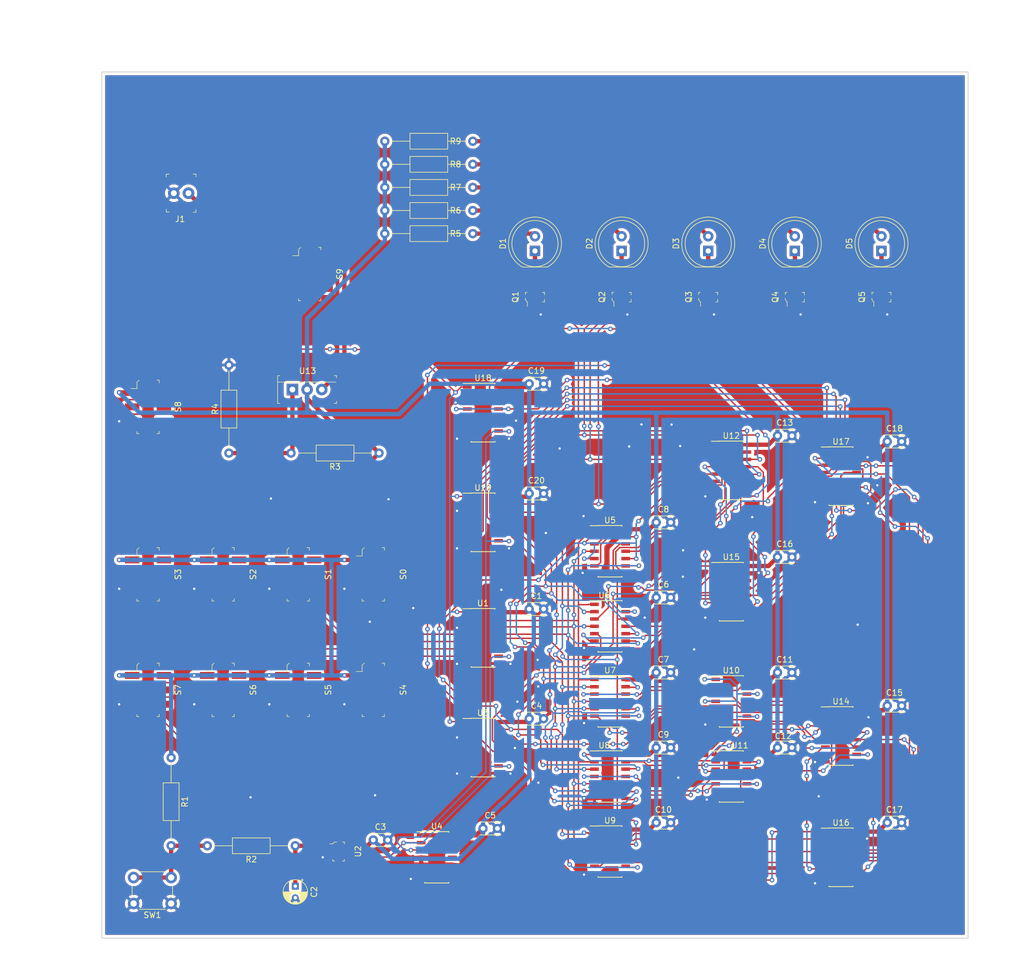
<source format=kicad_pcb>
(kicad_pcb (version 20171130) (host pcbnew "(5.0.1)-4")
  (layers (0 F.Cu signal) (31 B.Cu signal) (34 B.Paste user) (35 F.Paste user) (36 B.SilkS user) (37 F.SilkS user) (38 B.Mask user) (39 F.Mask user) (44 Edge.Cuts user))
  (net 0 "")
  (net 1 +5V)
  (net 2 GND)
  (net 3 "Net-(C2-Pad1)")
  (net 4 "Net-(D1-Pad1)")
  (net 5 "Net-(D1-Pad2)")
  (net 6 "Net-(D2-Pad1)")
  (net 7 "Net-(D2-Pad2)")
  (net 8 "Net-(D3-Pad2)")
  (net 9 "Net-(D3-Pad1)")
  (net 10 "Net-(D4-Pad1)")
  (net 11 "Net-(D4-Pad2)")
  (net 12 "Net-(D5-Pad2)")
  (net 13 "Net-(D5-Pad1)")
  (net 14 "Net-(J1-Pad1)")
  (net 15 /A3)
  (net 16 /A2)
  (net 17 /A1)
  (net 18 /A0)
  (net 19 /Cout)
  (net 20 "Net-(R1-Pad2)")
  (net 21 "Net-(R3-Pad2)")
  (net 22 "Net-(S0-Pad6)")
  (net 23 "Net-(S0-Pad5)")
  (net 24 "Net-(S0-Pad4)")
  (net 25 "Net-(S0-Pad2)")
  (net 26 "Net-(S1-Pad2)")
  (net 27 "Net-(S1-Pad4)")
  (net 28 "Net-(S1-Pad5)")
  (net 29 "Net-(S1-Pad6)")
  (net 30 "Net-(S2-Pad6)")
  (net 31 "Net-(S2-Pad5)")
  (net 32 "Net-(S2-Pad4)")
  (net 33 "Net-(S2-Pad2)")
  (net 34 "Net-(S3-Pad2)")
  (net 35 "Net-(S3-Pad4)")
  (net 36 "Net-(S3-Pad5)")
  (net 37 "Net-(S3-Pad6)")
  (net 38 "Net-(S4-Pad6)")
  (net 39 "Net-(S4-Pad5)")
  (net 40 "Net-(S4-Pad4)")
  (net 41 "Net-(S4-Pad2)")
  (net 42 "Net-(S5-Pad2)")
  (net 43 "Net-(S5-Pad4)")
  (net 44 "Net-(S5-Pad5)")
  (net 45 "Net-(S5-Pad6)")
  (net 46 "Net-(S6-Pad6)")
  (net 47 "Net-(S6-Pad5)")
  (net 48 "Net-(S6-Pad4)")
  (net 49 "Net-(S6-Pad2)")
  (net 50 "Net-(S7-Pad2)")
  (net 51 "Net-(S7-Pad4)")
  (net 52 "Net-(S7-Pad5)")
  (net 53 "Net-(S7-Pad6)")
  (net 54 /~RESET~)
  (net 55 "Net-(S8-Pad4)")
  (net 56 "Net-(S8-Pad5)")
  (net 57 "Net-(S8-Pad6)")
  (net 58 "Net-(S9-Pad6)")
  (net 59 "Net-(S9-Pad1)")
  (net 60 "Net-(S9-Pad3)")
  (net 61 /CLK)
  (net 62 "Net-(U1-Pad11)")
  (net 63 /D3)
  (net 64 /D2)
  (net 65 /D1)
  (net 66 /D0)
  (net 67 "Net-(U2-Pad1)")
  (net 68 /I0)
  (net 69 /I1)
  (net 70 /I2)
  (net 71 /I3)
  (net 72 "Net-(U3-Pad11)")
  (net 73 "Net-(U4-Pad11)")
  (net 74 "Net-(U4-Pad8)")
  (net 75 "Net-(U4-Pad6)")
  (net 76 /~CLK~)
  (net 77 "Net-(U12-Pad6)")
  (net 78 "Net-(U12-Pad2)")
  (net 79 "Net-(U12-Pad15)")
  (net 80 "Net-(U12-Pad11)")
  (net 81 "Net-(U15-Pad2)")
  (net 82 "Net-(U15-Pad5)")
  (net 83 "Net-(U15-Pad11)")
  (net 84 "Net-(U15-Pad14)")
  (net 85 "Net-(U10-Pad13)")
  (net 86 "Net-(U10-Pad10)")
  (net 87 "Net-(U10-Pad5)")
  (net 88 "Net-(U10-Pad2)")
  (net 89 "Net-(U11-Pad2)")
  (net 90 "Net-(U11-Pad5)")
  (net 91 "Net-(U11-Pad10)")
  (net 92 "Net-(U11-Pad13)")
  (net 93 "Net-(U16-Pad14)")
  (net 94 "Net-(U16-Pad11)")
  (net 95 "Net-(U16-Pad5)")
  (net 96 "Net-(U16-Pad2)")
  (net 97 "Net-(U10-Pad3)")
  (net 98 "Net-(U10-Pad6)")
  (net 99 "Net-(U10-Pad8)")
  (net 100 "Net-(U10-Pad11)")
  (net 101 "Net-(U11-Pad11)")
  (net 102 "Net-(U11-Pad8)")
  (net 103 "Net-(U11-Pad6)")
  (net 104 "Net-(U11-Pad3)")
  (net 105 "Net-(U12-Pad1)")
  (net 106 "Net-(U12-Pad4)")
  (net 107 "Net-(U12-Pad9)")
  (net 108 "Net-(U12-Pad10)")
  (net 109 "Net-(U12-Pad13)")
  (net 110 "Net-(U14-Pad4)")
  (net 111 "Net-(U14-Pad7)")
  (net 112 "Net-(U14-Pad9)")
  (net 113 "Net-(U14-Pad12)")
  (net 114 "Net-(U15-Pad12)")
  (net 115 "Net-(U15-Pad9)")
  (net 116 "Net-(U15-Pad7)")
  (net 117 "Net-(U15-Pad4)")
  (net 118 "Net-(U16-Pad12)")
  (net 119 "Net-(U16-Pad9)")
  (net 120 "Net-(U16-Pad7)")
  (net 121 "Net-(U16-Pad4)")
  (net 122 "Net-(U17-Pad4)")
  (net 123 "Net-(U17-Pad7)")
  (net 124 "Net-(U17-Pad9)")
  (net 125 "Net-(U17-Pad12)")
  (net 126 "Net-(U18-Pad14)")
  (net 127 "Net-(U18-Pad13)")
  (net 128 "Net-(U18-Pad12)")
  (net 129 "Net-(U18-Pad11)")
  (net 130 "Net-(U19-Pad11)")
  (module Capacitor_THT:C_Disc_D3.0mm_W2.0mm_P2.50mm (layer F.Cu) (at 98.25 118.75)
    (fp_text reference C1 (at 1.25 -2.25) (layer F.SilkS))
    (fp_text value 0.1uF)
    (pad 1 thru_hole circle (at 0 0) (size 1.6 1.6) (drill 0.8) (layers *.Cu *.Mask) (net 1 +5V))
    (pad 2 thru_hole circle (at 2.5 0) (size 1.6 1.6) (drill 0.8) (layers *.Cu *.Mask) (net 2 GND))
  )
  (module Capacitor_THT:CP_Radial_D4.0mm_P2.00mm (layer F.Cu) (at 57.75 166.75 270)
    (fp_text reference C2 (at 1 -3.25 270) (layer F.SilkS))
    (fp_text value 10uF)
    (pad 1 thru_hole rect (at 0 0 270) (size 1.2 1.2) (drill 0.6) (layers *.Cu *.Mask) (net 3 "Net-(C2-Pad1)"))
    (pad 2 thru_hole circle (at 2 0 270) (size 1.2 1.2) (drill 0.6) (layers *.Cu *.Mask) (net 2 GND))
  )
  (module Capacitor_THT:C_Disc_D3.0mm_W2.0mm_P2.50mm (layer F.Cu) (at 71.25 158.75)
    (fp_text reference C3 (at 1.25 -2.25) (layer F.SilkS))
    (fp_text value 0.1uF)
    (pad 2 thru_hole circle (at 2.5 0) (size 1.6 1.6) (drill 0.8) (layers *.Cu *.Mask) (net 2 GND))
    (pad 1 thru_hole circle (at 0 0) (size 1.6 1.6) (drill 0.8) (layers *.Cu *.Mask) (net 1 +5V))
  )
  (module Capacitor_THT:C_Disc_D3.0mm_W2.0mm_P2.50mm (layer F.Cu) (at 98.25 137.75)
    (fp_text reference C4 (at 1.25 -2.25) (layer F.SilkS))
    (fp_text value 0.1uF)
    (pad 2 thru_hole circle (at 2.5 0) (size 1.6 1.6) (drill 0.8) (layers *.Cu *.Mask) (net 2 GND))
    (pad 1 thru_hole circle (at 0 0) (size 1.6 1.6) (drill 0.8) (layers *.Cu *.Mask) (net 1 +5V))
  )
  (module Capacitor_THT:C_Disc_D3.0mm_W2.0mm_P2.50mm (layer F.Cu) (at 90.25 156.75)
    (fp_text reference C5 (at 1.25 -2.25) (layer F.SilkS))
    (fp_text value 0.1uF)
    (pad 1 thru_hole circle (at 0 0) (size 1.6 1.6) (drill 0.8) (layers *.Cu *.Mask) (net 1 +5V))
    (pad 2 thru_hole circle (at 2.5 0) (size 1.6 1.6) (drill 0.8) (layers *.Cu *.Mask) (net 2 GND))
  )
  (module Capacitor_THT:C_Disc_D3.0mm_W2.0mm_P2.50mm (layer F.Cu) (at 120.25 116.75)
    (fp_text reference C6 (at 1.25 -2.25) (layer F.SilkS))
    (fp_text value 0.1uF)
    (pad 1 thru_hole circle (at 0 0) (size 1.6 1.6) (drill 0.8) (layers *.Cu *.Mask) (net 1 +5V))
    (pad 2 thru_hole circle (at 2.5 0) (size 1.6 1.6) (drill 0.8) (layers *.Cu *.Mask) (net 2 GND))
  )
  (module Capacitor_THT:C_Disc_D3.0mm_W2.0mm_P2.50mm (layer F.Cu) (at 120.25 129.75)
    (fp_text reference C7 (at 1.25 -2.25) (layer F.SilkS))
    (fp_text value 0.1uF)
    (pad 2 thru_hole circle (at 2.5 0) (size 1.6 1.6) (drill 0.8) (layers *.Cu *.Mask) (net 2 GND))
    (pad 1 thru_hole circle (at 0 0) (size 1.6 1.6) (drill 0.8) (layers *.Cu *.Mask) (net 1 +5V))
  )
  (module Capacitor_THT:C_Disc_D3.0mm_W2.0mm_P2.50mm (layer F.Cu) (at 120.25 103.75)
    (fp_text reference C8 (at 1.25 -2.25) (layer F.SilkS))
    (fp_text value 0.1uF)
    (pad 1 thru_hole circle (at 0 0) (size 1.6 1.6) (drill 0.8) (layers *.Cu *.Mask) (net 1 +5V))
    (pad 2 thru_hole circle (at 2.5 0) (size 1.6 1.6) (drill 0.8) (layers *.Cu *.Mask) (net 2 GND))
  )
  (module Capacitor_THT:C_Disc_D3.0mm_W2.0mm_P2.50mm (layer F.Cu) (at 120.25 142.75)
    (fp_text reference C9 (at 1.25 -2.25) (layer F.SilkS))
    (fp_text value 0.1uF)
    (pad 2 thru_hole circle (at 2.5 0) (size 1.6 1.6) (drill 0.8) (layers *.Cu *.Mask) (net 2 GND))
    (pad 1 thru_hole circle (at 0 0) (size 1.6 1.6) (drill 0.8) (layers *.Cu *.Mask) (net 1 +5V))
  )
  (module Capacitor_THT:C_Disc_D3.0mm_W2.0mm_P2.50mm (layer F.Cu) (at 120.25 155.75)
    (fp_text reference C10 (at 1.25 -2.25) (layer F.SilkS))
    (fp_text value 0.1uF)
    (pad 1 thru_hole circle (at 0 0) (size 1.6 1.6) (drill 0.8) (layers *.Cu *.Mask) (net 1 +5V))
    (pad 2 thru_hole circle (at 2.5 0) (size 1.6 1.6) (drill 0.8) (layers *.Cu *.Mask) (net 2 GND))
  )
  (module Capacitor_THT:C_Disc_D3.0mm_W2.0mm_P2.50mm (layer F.Cu) (at 141.25 129.75)
    (fp_text reference C11 (at 1.25 -2.25) (layer F.SilkS))
    (fp_text value 0.1uF)
    (pad 2 thru_hole circle (at 2.5 0) (size 1.6 1.6) (drill 0.8) (layers *.Cu *.Mask) (net 2 GND))
    (pad 1 thru_hole circle (at 0 0) (size 1.6 1.6) (drill 0.8) (layers *.Cu *.Mask) (net 1 +5V))
  )
  (module Capacitor_THT:C_Disc_D3.0mm_W2.0mm_P2.50mm (layer F.Cu) (at 141.25 142.75)
    (fp_text reference C12 (at 1 -2) (layer F.SilkS))
    (fp_text value 0.1uF)
    (pad 2 thru_hole circle (at 2.5 0) (size 1.6 1.6) (drill 0.8) (layers *.Cu *.Mask) (net 2 GND))
    (pad 1 thru_hole circle (at 0 0) (size 1.6 1.6) (drill 0.8) (layers *.Cu *.Mask) (net 1 +5V))
  )
  (module Capacitor_THT:C_Disc_D3.0mm_W2.0mm_P2.50mm (layer F.Cu) (at 141.25 88.75)
    (fp_text reference C13 (at 1.25 -2.25) (layer F.SilkS))
    (fp_text value 0.1uF)
    (pad 1 thru_hole circle (at 0 0) (size 1.6 1.6) (drill 0.8) (layers *.Cu *.Mask) (net 1 +5V))
    (pad 2 thru_hole circle (at 2.5 0) (size 1.6 1.6) (drill 0.8) (layers *.Cu *.Mask) (net 2 GND))
  )
  (module Capacitor_THT:C_Disc_D3.0mm_W2.0mm_P2.50mm (layer F.Cu) (at 160.25 135.5)
    (fp_text reference C15 (at 1.25 -2.25) (layer F.SilkS))
    (fp_text value 0.1uF)
    (pad 1 thru_hole circle (at 0 0) (size 1.6 1.6) (drill 0.8) (layers *.Cu *.Mask) (net 1 +5V))
    (pad 2 thru_hole circle (at 2.5 0) (size 1.6 1.6) (drill 0.8) (layers *.Cu *.Mask) (net 2 GND))
  )
  (module Capacitor_THT:C_Disc_D3.0mm_W2.0mm_P2.50mm (layer F.Cu) (at 141.25 109.75)
    (fp_text reference C16 (at 1.25 -2.25) (layer F.SilkS))
    (fp_text value 0.1uF)
    (pad 2 thru_hole circle (at 2.5 0) (size 1.6 1.6) (drill 0.8) (layers *.Cu *.Mask) (net 2 GND))
    (pad 1 thru_hole circle (at 0 0) (size 1.6 1.6) (drill 0.8) (layers *.Cu *.Mask) (net 1 +5V))
  )
  (module Capacitor_THT:C_Disc_D3.0mm_W2.0mm_P2.50mm (layer F.Cu) (at 160.25 155.75)
    (fp_text reference C17 (at 1.25 -2.25) (layer F.SilkS))
    (fp_text value 0.1uF)
    (pad 2 thru_hole circle (at 2.5 0) (size 1.6 1.6) (drill 0.8) (layers *.Cu *.Mask) (net 2 GND))
    (pad 1 thru_hole circle (at 0 0) (size 1.6 1.6) (drill 0.8) (layers *.Cu *.Mask) (net 1 +5V))
  )
  (module Capacitor_THT:C_Disc_D3.0mm_W2.0mm_P2.50mm (layer F.Cu) (at 160.25 89.75)
    (fp_text reference C18 (at 1.25 -2.25) (layer F.SilkS))
    (fp_text value 0.1uF)
    (pad 1 thru_hole circle (at 0 0) (size 1.6 1.6) (drill 0.8) (layers *.Cu *.Mask) (net 1 +5V))
    (pad 2 thru_hole circle (at 2.5 0) (size 1.6 1.6) (drill 0.8) (layers *.Cu *.Mask) (net 2 GND))
  )
  (module Capacitor_THT:C_Disc_D3.0mm_W2.0mm_P2.50mm (layer F.Cu) (at 98.25 79.75)
    (fp_text reference C19 (at 1.25 -2.25) (layer F.SilkS))
    (fp_text value 0.1uF)
    (pad 1 thru_hole circle (at 0 0) (size 1.6 1.6) (drill 0.8) (layers *.Cu *.Mask) (net 1 +5V))
    (pad 2 thru_hole circle (at 2.5 0) (size 1.6 1.6) (drill 0.8) (layers *.Cu *.Mask) (net 2 GND))
  )
  (module Capacitor_THT:C_Disc_D3.0mm_W2.0mm_P2.50mm (layer F.Cu) (at 98.25 98.75)
    (fp_text reference C20 (at 1.25 -2.25) (layer F.SilkS))
    (fp_text value 0.1uF)
    (pad 2 thru_hole circle (at 2.5 0) (size 1.6 1.6) (drill 0.8) (layers *.Cu *.Mask) (net 2 GND))
    (pad 1 thru_hole circle (at 0 0) (size 1.6 1.6) (drill 0.8) (layers *.Cu *.Mask) (net 1 +5V))
  )
  (module LED_THT:LED_D8.0mm (layer F.Cu) (at 99.25 56.75 90)
    (fp_text reference D1 (at 1.27 -5.56 90) (layer F.SilkS))
    (fp_text value LED)
    (pad 1 thru_hole rect (at 0 0 90) (size 1.8 1.8) (drill 0.9) (layers *.Cu *.Mask) (net 4 "Net-(D1-Pad1)"))
    (pad 2 thru_hole circle (at 2.54 0 90) (size 1.8 1.8) (drill 0.9) (layers *.Cu *.Mask) (net 5 "Net-(D1-Pad2)"))
  )
  (module LED_THT:LED_D8.0mm (layer F.Cu) (at 114.25 56.75 90)
    (fp_text reference D2 (at 1.27 -5.56 90) (layer F.SilkS))
    (fp_text value LED)
    (pad 1 thru_hole rect (at 0 0 90) (size 1.8 1.8) (drill 0.9) (layers *.Cu *.Mask) (net 6 "Net-(D2-Pad1)"))
    (pad 2 thru_hole circle (at 2.54 0 90) (size 1.8 1.8) (drill 0.9) (layers *.Cu *.Mask) (net 7 "Net-(D2-Pad2)"))
  )
  (module LED_THT:LED_D8.0mm (layer F.Cu) (at 129.25 56.75 90)
    (fp_text reference D3 (at 1.27 -5.56 90) (layer F.SilkS))
    (fp_text value LED)
    (pad 2 thru_hole circle (at 2.54 0 90) (size 1.8 1.8) (drill 0.9) (layers *.Cu *.Mask) (net 8 "Net-(D3-Pad2)"))
    (pad 1 thru_hole rect (at 0 0 90) (size 1.8 1.8) (drill 0.9) (layers *.Cu *.Mask) (net 9 "Net-(D3-Pad1)"))
  )
  (module LED_THT:LED_D8.0mm (layer F.Cu) (at 144.25 56.75 90)
    (fp_text reference D4 (at 1.27 -5.56 90) (layer F.SilkS))
    (fp_text value LED)
    (pad 1 thru_hole rect (at 0 0 90) (size 1.8 1.8) (drill 0.9) (layers *.Cu *.Mask) (net 10 "Net-(D4-Pad1)"))
    (pad 2 thru_hole circle (at 2.54 0 90) (size 1.8 1.8) (drill 0.9) (layers *.Cu *.Mask) (net 11 "Net-(D4-Pad2)"))
  )
  (module LED_THT:LED_D8.0mm (layer F.Cu) (at 159.25 56.75 90)
    (fp_text reference D5 (at 1.27 -5.56 90) (layer F.SilkS))
    (fp_text value LED)
    (pad 2 thru_hole circle (at 2.54 0 90) (size 1.8 1.8) (drill 0.9) (layers *.Cu *.Mask) (net 12 "Net-(D5-Pad2)"))
    (pad 1 thru_hole rect (at 0 0 90) (size 1.8 1.8) (drill 0.9) (layers *.Cu *.Mask) (net 13 "Net-(D5-Pad1)"))
  )
  (module digikey-footprints:PinHeader_1x2_P2.54mm_Drill1.02mm (layer F.Cu) (at 39.25 46.75 180)
    (fp_text reference J1 (at 1.45 -4.48 180) (layer F.SilkS))
    (fp_text value 22-23-2021)
    (pad 1 thru_hole circle (at 0 0 180) (size 2.02 2.02) (drill 1.02) (layers *.Cu *.Mask) (net 14 "Net-(J1-Pad1)"))
    (pad 2 thru_hole circle (at 2.54 0 180) (size 2.02 2.02) (drill 1.02) (layers *.Cu *.Mask) (net 2 GND))
  )
  (module digikey-footprints:SOT-23-3 (layer F.Cu) (at 99.25 64.75 90)
    (fp_text reference Q1 (at 0.025 -3.375 90) (layer F.SilkS))
    (fp_text value 2N7002)
    (pad 3 smd rect (at 1.05 0 90) (size 1.3 0.6) (layers F.Cu F.Paste F.Mask) (net 4 "Net-(D1-Pad1)"))
    (pad 2 smd rect (at -1.05 0.95 90) (size 1.3 0.6) (layers F.Cu F.Paste F.Mask) (net 2 GND))
    (pad 1 smd rect (at -1.05 -0.95 90) (size 1.3 0.6) (layers F.Cu F.Paste F.Mask) (net 15 /A3))
  )
  (module digikey-footprints:SOT-23-3 (layer F.Cu) (at 114.25 64.75 90)
    (fp_text reference Q2 (at 0.025 -3.375 90) (layer F.SilkS))
    (fp_text value 2N7002)
    (pad 1 smd rect (at -1.05 -0.95 90) (size 1.3 0.6) (layers F.Cu F.Paste F.Mask) (net 16 /A2))
    (pad 2 smd rect (at -1.05 0.95 90) (size 1.3 0.6) (layers F.Cu F.Paste F.Mask) (net 2 GND))
    (pad 3 smd rect (at 1.05 0 90) (size 1.3 0.6) (layers F.Cu F.Paste F.Mask) (net 6 "Net-(D2-Pad1)"))
  )
  (module digikey-footprints:SOT-23-3 (layer F.Cu) (at 129.25 64.75 90)
    (fp_text reference Q3 (at 0.025 -3.375 90) (layer F.SilkS))
    (fp_text value 2N7002)
    (pad 3 smd rect (at 1.05 0 90) (size 1.3 0.6) (layers F.Cu F.Paste F.Mask) (net 9 "Net-(D3-Pad1)"))
    (pad 2 smd rect (at -1.05 0.95 90) (size 1.3 0.6) (layers F.Cu F.Paste F.Mask) (net 2 GND))
    (pad 1 smd rect (at -1.05 -0.95 90) (size 1.3 0.6) (layers F.Cu F.Paste F.Mask) (net 17 /A1))
  )
  (module digikey-footprints:SOT-23-3 (layer F.Cu) (at 144.25 64.75 90)
    (fp_text reference Q4 (at 0.025 -3.375 90) (layer F.SilkS))
    (fp_text value 2N7002)
    (pad 1 smd rect (at -1.05 -0.95 90) (size 1.3 0.6) (layers F.Cu F.Paste F.Mask) (net 18 /A0))
    (pad 2 smd rect (at -1.05 0.95 90) (size 1.3 0.6) (layers F.Cu F.Paste F.Mask) (net 2 GND))
    (pad 3 smd rect (at 1.05 0 90) (size 1.3 0.6) (layers F.Cu F.Paste F.Mask) (net 10 "Net-(D4-Pad1)"))
  )
  (module digikey-footprints:SOT-23-3 (layer F.Cu) (at 159.25 64.75 90)
    (fp_text reference Q5 (at 0.025 -3.375 90) (layer F.SilkS))
    (fp_text value 2N7002)
    (pad 3 smd rect (at 1.05 0 90) (size 1.3 0.6) (layers F.Cu F.Paste F.Mask) (net 13 "Net-(D5-Pad1)"))
    (pad 2 smd rect (at -1.05 0.95 90) (size 1.3 0.6) (layers F.Cu F.Paste F.Mask) (net 2 GND))
    (pad 1 smd rect (at -1.05 -0.95 90) (size 1.3 0.6) (layers F.Cu F.Paste F.Mask) (net 19 /Cout))
  )
  (module Resistor_THT:R_Axial_DIN0207_L6.3mm_D2.5mm_P15.24mm_Horizontal (layer F.Cu) (at 36.25 144.5 270)
    (fp_text reference R1 (at 7.62 -2.37 270) (layer F.SilkS))
    (fp_text value 5k)
    (pad 1 thru_hole circle (at 0 0 270) (size 1.6 1.6) (drill 0.8) (layers *.Cu *.Mask) (net 1 +5V))
    (pad 2 thru_hole oval (at 15.24 0 270) (size 1.6 1.6) (drill 0.8) (layers *.Cu *.Mask) (net 20 "Net-(R1-Pad2)"))
  )
  (module Resistor_THT:R_Axial_DIN0207_L6.3mm_D2.5mm_P15.24mm_Horizontal (layer F.Cu) (at 57.75 159.75 180)
    (fp_text reference R2 (at 7.62 -2.37 180) (layer F.SilkS))
    (fp_text value 100)
    (pad 2 thru_hole oval (at 15.24 0 180) (size 1.6 1.6) (drill 0.8) (layers *.Cu *.Mask) (net 20 "Net-(R1-Pad2)"))
    (pad 1 thru_hole circle (at 0 0 180) (size 1.6 1.6) (drill 0.8) (layers *.Cu *.Mask) (net 3 "Net-(C2-Pad1)"))
  )
  (module Resistor_THT:R_Axial_DIN0207_L6.3mm_D2.5mm_P15.24mm_Horizontal (layer F.Cu) (at 72.25 91.75 180)
    (fp_text reference R3 (at 7.62 -2.37 180) (layer F.SilkS))
    (fp_text value 330)
    (pad 1 thru_hole circle (at 0 0 180) (size 1.6 1.6) (drill 0.8) (layers *.Cu *.Mask) (net 1 +5V))
    (pad 2 thru_hole oval (at 15.24 0 180) (size 1.6 1.6) (drill 0.8) (layers *.Cu *.Mask) (net 21 "Net-(R3-Pad2)"))
  )
  (module Resistor_THT:R_Axial_DIN0207_L6.3mm_D2.5mm_P15.24mm_Horizontal (layer F.Cu) (at 46.25 91.75 90)
    (fp_text reference R4 (at 7.62 -2.37 90) (layer F.SilkS))
    (fp_text value 1k)
    (pad 2 thru_hole oval (at 15.24 0 90) (size 1.6 1.6) (drill 0.8) (layers *.Cu *.Mask) (net 2 GND))
    (pad 1 thru_hole circle (at 0 0 90) (size 1.6 1.6) (drill 0.8) (layers *.Cu *.Mask) (net 21 "Net-(R3-Pad2)"))
  )
  (module Resistor_THT:R_Axial_DIN0207_L6.3mm_D2.5mm_P15.24mm_Horizontal (layer F.Cu) (at 73.25 53.75)
    (fp_text reference R5 (at 12.25 0) (layer F.SilkS))
    (fp_text value 330)
    (pad 1 thru_hole circle (at 0 0) (size 1.6 1.6) (drill 0.8) (layers *.Cu *.Mask) (net 1 +5V))
    (pad 2 thru_hole oval (at 15.24 0) (size 1.6 1.6) (drill 0.8) (layers *.Cu *.Mask) (net 5 "Net-(D1-Pad2)"))
  )
  (module Resistor_THT:R_Axial_DIN0207_L6.3mm_D2.5mm_P15.24mm_Horizontal (layer F.Cu) (at 73.25 49.75)
    (fp_text reference R6 (at 12.25 0) (layer F.SilkS))
    (fp_text value 330)
    (pad 1 thru_hole circle (at 0 0) (size 1.6 1.6) (drill 0.8) (layers *.Cu *.Mask) (net 1 +5V))
    (pad 2 thru_hole oval (at 15.24 0) (size 1.6 1.6) (drill 0.8) (layers *.Cu *.Mask) (net 7 "Net-(D2-Pad2)"))
  )
  (module Resistor_THT:R_Axial_DIN0207_L6.3mm_D2.5mm_P15.24mm_Horizontal (layer F.Cu) (at 73.25 45.75)
    (fp_text reference R7 (at 12.25 0) (layer F.SilkS))
    (fp_text value 330)
    (pad 2 thru_hole oval (at 15.24 0) (size 1.6 1.6) (drill 0.8) (layers *.Cu *.Mask) (net 8 "Net-(D3-Pad2)"))
    (pad 1 thru_hole circle (at 0 0) (size 1.6 1.6) (drill 0.8) (layers *.Cu *.Mask) (net 1 +5V))
  )
  (module Resistor_THT:R_Axial_DIN0207_L6.3mm_D2.5mm_P15.24mm_Horizontal (layer F.Cu) (at 73.25 41.75)
    (fp_text reference R8 (at 12.25 0) (layer F.SilkS))
    (fp_text value 330)
    (pad 2 thru_hole oval (at 15.24 0) (size 1.6 1.6) (drill 0.8) (layers *.Cu *.Mask) (net 11 "Net-(D4-Pad2)"))
    (pad 1 thru_hole circle (at 0 0) (size 1.6 1.6) (drill 0.8) (layers *.Cu *.Mask) (net 1 +5V))
  )
  (module Resistor_THT:R_Axial_DIN0207_L6.3mm_D2.5mm_P15.24mm_Horizontal (layer F.Cu) (at 73.25 37.75)
    (fp_text reference R9 (at 12.25 0) (layer F.SilkS))
    (fp_text value 330)
    (pad 1 thru_hole circle (at 0 0) (size 1.6 1.6) (drill 0.8) (layers *.Cu *.Mask) (net 1 +5V))
    (pad 2 thru_hole oval (at 15.24 0) (size 1.6 1.6) (drill 0.8) (layers *.Cu *.Mask) (net 12 "Net-(D5-Pad2)"))
  )
  (module digikey-footprints:Switch_Slide_JS202011SCQN (layer F.Cu) (at 71.25 112.75 270)
    (fp_text reference S0 (at 0 -5.2 270) (layer F.SilkS))
    (fp_text value JS202011SCQN)
    (pad 6 smd rect (at 2.5 -2.75 270) (size 1.2 2.5) (layers F.Cu F.Paste F.Mask) (net 22 "Net-(S0-Pad6)"))
    (pad 5 smd rect (at 0 -2.75 270) (size 1.2 2.5) (layers F.Cu F.Paste F.Mask) (net 23 "Net-(S0-Pad5)"))
    (pad 4 smd rect (at -2.5 -2.75 270) (size 1.2 2.5) (layers F.Cu F.Paste F.Mask) (net 24 "Net-(S0-Pad4)"))
    (pad 1 smd rect (at -2.5 2.75 270) (size 1.2 2.5) (layers F.Cu F.Paste F.Mask) (net 1 +5V))
    (pad 2 smd rect (at 0 2.75 270) (size 1.2 2.5) (layers F.Cu F.Paste F.Mask) (net 25 "Net-(S0-Pad2)"))
    (pad 3 smd rect (at 2.5 2.75 270) (size 1.2 2.5) (layers F.Cu F.Paste F.Mask) (net 2 GND))
  )
  (module digikey-footprints:Switch_Slide_JS202011SCQN (layer F.Cu) (at 58.25 112.75 270)
    (fp_text reference S1 (at 0 -5.2 270) (layer F.SilkS))
    (fp_text value JS202011SCQN)
    (pad 3 smd rect (at 2.5 2.75 270) (size 1.2 2.5) (layers F.Cu F.Paste F.Mask) (net 2 GND))
    (pad 2 smd rect (at 0 2.75 270) (size 1.2 2.5) (layers F.Cu F.Paste F.Mask) (net 26 "Net-(S1-Pad2)"))
    (pad 1 smd rect (at -2.5 2.75 270) (size 1.2 2.5) (layers F.Cu F.Paste F.Mask) (net 1 +5V))
    (pad 4 smd rect (at -2.5 -2.75 270) (size 1.2 2.5) (layers F.Cu F.Paste F.Mask) (net 27 "Net-(S1-Pad4)"))
    (pad 5 smd rect (at 0 -2.75 270) (size 1.2 2.5) (layers F.Cu F.Paste F.Mask) (net 28 "Net-(S1-Pad5)"))
    (pad 6 smd rect (at 2.5 -2.75 270) (size 1.2 2.5) (layers F.Cu F.Paste F.Mask) (net 29 "Net-(S1-Pad6)"))
  )
  (module digikey-footprints:Switch_Slide_JS202011SCQN (layer F.Cu) (at 45.25 112.75 270)
    (fp_text reference S2 (at 0 -5.2 270) (layer F.SilkS))
    (fp_text value JS202011SCQN)
    (pad 6 smd rect (at 2.5 -2.75 270) (size 1.2 2.5) (layers F.Cu F.Paste F.Mask) (net 30 "Net-(S2-Pad6)"))
    (pad 5 smd rect (at 0 -2.75 270) (size 1.2 2.5) (layers F.Cu F.Paste F.Mask) (net 31 "Net-(S2-Pad5)"))
    (pad 4 smd rect (at -2.5 -2.75 270) (size 1.2 2.5) (layers F.Cu F.Paste F.Mask) (net 32 "Net-(S2-Pad4)"))
    (pad 1 smd rect (at -2.5 2.75 270) (size 1.2 2.5) (layers F.Cu F.Paste F.Mask) (net 1 +5V))
    (pad 2 smd rect (at 0 2.75 270) (size 1.2 2.5) (layers F.Cu F.Paste F.Mask) (net 33 "Net-(S2-Pad2)"))
    (pad 3 smd rect (at 2.5 2.75 270) (size 1.2 2.5) (layers F.Cu F.Paste F.Mask) (net 2 GND))
  )
  (module digikey-footprints:Switch_Slide_JS202011SCQN (layer F.Cu) (at 32.25 112.75 270)
    (fp_text reference S3 (at 0 -5.2 270) (layer F.SilkS))
    (fp_text value JS202011SCQN)
    (pad 3 smd rect (at 2.5 2.75 270) (size 1.2 2.5) (layers F.Cu F.Paste F.Mask) (net 2 GND))
    (pad 2 smd rect (at 0 2.75 270) (size 1.2 2.5) (layers F.Cu F.Paste F.Mask) (net 34 "Net-(S3-Pad2)"))
    (pad 1 smd rect (at -2.5 2.75 270) (size 1.2 2.5) (layers F.Cu F.Paste F.Mask) (net 1 +5V))
    (pad 4 smd rect (at -2.5 -2.75 270) (size 1.2 2.5) (layers F.Cu F.Paste F.Mask) (net 35 "Net-(S3-Pad4)"))
    (pad 5 smd rect (at 0 -2.75 270) (size 1.2 2.5) (layers F.Cu F.Paste F.Mask) (net 36 "Net-(S3-Pad5)"))
    (pad 6 smd rect (at 2.5 -2.75 270) (size 1.2 2.5) (layers F.Cu F.Paste F.Mask) (net 37 "Net-(S3-Pad6)"))
  )
  (module digikey-footprints:Switch_Slide_JS202011SCQN (layer F.Cu) (at 71.25 132.75 270)
    (fp_text reference S4 (at 0 -5.2 270) (layer F.SilkS))
    (fp_text value JS202011SCQN)
    (pad 6 smd rect (at 2.5 -2.75 270) (size 1.2 2.5) (layers F.Cu F.Paste F.Mask) (net 38 "Net-(S4-Pad6)"))
    (pad 5 smd rect (at 0 -2.75 270) (size 1.2 2.5) (layers F.Cu F.Paste F.Mask) (net 39 "Net-(S4-Pad5)"))
    (pad 4 smd rect (at -2.5 -2.75 270) (size 1.2 2.5) (layers F.Cu F.Paste F.Mask) (net 40 "Net-(S4-Pad4)"))
    (pad 1 smd rect (at -2.5 2.75 270) (size 1.2 2.5) (layers F.Cu F.Paste F.Mask) (net 1 +5V))
    (pad 2 smd rect (at 0 2.75 270) (size 1.2 2.5) (layers F.Cu F.Paste F.Mask) (net 41 "Net-(S4-Pad2)"))
    (pad 3 smd rect (at 2.5 2.75 270) (size 1.2 2.5) (layers F.Cu F.Paste F.Mask) (net 2 GND))
  )
  (module digikey-footprints:Switch_Slide_JS202011SCQN (layer F.Cu) (at 58.25 132.75 270)
    (fp_text reference S5 (at 0 -5.2 270) (layer F.SilkS))
    (fp_text value JS202011SCQN)
    (pad 3 smd rect (at 2.5 2.75 270) (size 1.2 2.5) (layers F.Cu F.Paste F.Mask) (net 2 GND))
    (pad 2 smd rect (at 0 2.75 270) (size 1.2 2.5) (layers F.Cu F.Paste F.Mask) (net 42 "Net-(S5-Pad2)"))
    (pad 1 smd rect (at -2.5 2.75 270) (size 1.2 2.5) (layers F.Cu F.Paste F.Mask) (net 1 +5V))
    (pad 4 smd rect (at -2.5 -2.75 270) (size 1.2 2.5) (layers F.Cu F.Paste F.Mask) (net 43 "Net-(S5-Pad4)"))
    (pad 5 smd rect (at 0 -2.75 270) (size 1.2 2.5) (layers F.Cu F.Paste F.Mask) (net 44 "Net-(S5-Pad5)"))
    (pad 6 smd rect (at 2.5 -2.75 270) (size 1.2 2.5) (layers F.Cu F.Paste F.Mask) (net 45 "Net-(S5-Pad6)"))
  )
  (module digikey-footprints:Switch_Slide_JS202011SCQN (layer F.Cu) (at 45.25 132.75 270)
    (fp_text reference S6 (at 0 -5.2 270) (layer F.SilkS))
    (fp_text value JS202011SCQN)
    (pad 6 smd rect (at 2.5 -2.75 270) (size 1.2 2.5) (layers F.Cu F.Paste F.Mask) (net 46 "Net-(S6-Pad6)"))
    (pad 5 smd rect (at 0 -2.75 270) (size 1.2 2.5) (layers F.Cu F.Paste F.Mask) (net 47 "Net-(S6-Pad5)"))
    (pad 4 smd rect (at -2.5 -2.75 270) (size 1.2 2.5) (layers F.Cu F.Paste F.Mask) (net 48 "Net-(S6-Pad4)"))
    (pad 1 smd rect (at -2.5 2.75 270) (size 1.2 2.5) (layers F.Cu F.Paste F.Mask) (net 1 +5V))
    (pad 2 smd rect (at 0 2.75 270) (size 1.2 2.5) (layers F.Cu F.Paste F.Mask) (net 49 "Net-(S6-Pad2)"))
    (pad 3 smd rect (at 2.5 2.75 270) (size 1.2 2.5) (layers F.Cu F.Paste F.Mask) (net 2 GND))
  )
  (module digikey-footprints:Switch_Slide_JS202011SCQN (layer F.Cu) (at 32.25 132.75 270)
    (fp_text reference S7 (at 0 -5.2 270) (layer F.SilkS))
    (fp_text value JS202011SCQN)
    (pad 3 smd rect (at 2.5 2.75 270) (size 1.2 2.5) (layers F.Cu F.Paste F.Mask) (net 2 GND))
    (pad 2 smd rect (at 0 2.75 270) (size 1.2 2.5) (layers F.Cu F.Paste F.Mask) (net 50 "Net-(S7-Pad2)"))
    (pad 1 smd rect (at -2.5 2.75 270) (size 1.2 2.5) (layers F.Cu F.Paste F.Mask) (net 1 +5V))
    (pad 4 smd rect (at -2.5 -2.75 270) (size 1.2 2.5) (layers F.Cu F.Paste F.Mask) (net 51 "Net-(S7-Pad4)"))
    (pad 5 smd rect (at 0 -2.75 270) (size 1.2 2.5) (layers F.Cu F.Paste F.Mask) (net 52 "Net-(S7-Pad5)"))
    (pad 6 smd rect (at 2.5 -2.75 270) (size 1.2 2.5) (layers F.Cu F.Paste F.Mask) (net 53 "Net-(S7-Pad6)"))
  )
  (module digikey-footprints:Switch_Slide_JS202011SCQN (layer F.Cu) (at 32.25 83.75 270)
    (fp_text reference S8 (at 0 -5.2 270) (layer F.SilkS))
    (fp_text value JS202011SCQN)
    (pad 3 smd rect (at 2.5 2.75 270) (size 1.2 2.5) (layers F.Cu F.Paste F.Mask) (net 2 GND))
    (pad 2 smd rect (at 0 2.75 270) (size 1.2 2.5) (layers F.Cu F.Paste F.Mask) (net 54 /~RESET~))
    (pad 1 smd rect (at -2.5 2.75 270) (size 1.2 2.5) (layers F.Cu F.Paste F.Mask) (net 1 +5V))
    (pad 4 smd rect (at -2.5 -2.75 270) (size 1.2 2.5) (layers F.Cu F.Paste F.Mask) (net 55 "Net-(S8-Pad4)"))
    (pad 5 smd rect (at 0 -2.75 270) (size 1.2 2.5) (layers F.Cu F.Paste F.Mask) (net 56 "Net-(S8-Pad5)"))
    (pad 6 smd rect (at 2.5 -2.75 270) (size 1.2 2.5) (layers F.Cu F.Paste F.Mask) (net 57 "Net-(S8-Pad6)"))
  )
  (module digikey-footprints:Switch_Slide_JS202011SCQN (layer F.Cu) (at 60.25 60.75 270)
    (fp_text reference S9 (at 0 -5.2 270) (layer F.SilkS))
    (fp_text value JS202011SCQN)
    (pad 6 smd rect (at 2.5 -2.75 270) (size 1.2 2.5) (layers F.Cu F.Paste F.Mask) (net 58 "Net-(S9-Pad6)"))
    (pad 5 smd rect (at 0 -2.75 270) (size 1.2 2.5) (layers F.Cu F.Paste F.Mask) (net 14 "Net-(J1-Pad1)"))
    (pad 4 smd rect (at -2.5 -2.75 270) (size 1.2 2.5) (layers F.Cu F.Paste F.Mask) (net 59 "Net-(S9-Pad1)"))
    (pad 1 smd rect (at -2.5 2.75 270) (size 1.2 2.5) (layers F.Cu F.Paste F.Mask) (net 59 "Net-(S9-Pad1)"))
    (pad 2 smd rect (at 0 2.75 270) (size 1.2 2.5) (layers F.Cu F.Paste F.Mask) (net 14 "Net-(J1-Pad1)"))
    (pad 3 smd rect (at 2.5 2.75 270) (size 1.2 2.5) (layers F.Cu F.Paste F.Mask) (net 60 "Net-(S9-Pad3)"))
  )
  (module Button_Switch_THT:SW_PUSH_6mm (layer F.Cu) (at 36.25 169.75 180)
    (fp_text reference SW1 (at 3.25 -2 180) (layer F.SilkS))
    (fp_text value SW_Push_Dual)
    (pad 2 thru_hole circle (at 0 4.5 270) (size 2 2) (drill 1.1) (layers *.Cu *.Mask) (net 20 "Net-(R1-Pad2)"))
    (pad 1 thru_hole circle (at 0 0 270) (size 2 2) (drill 1.1) (layers *.Cu *.Mask) (net 2 GND))
    (pad 2 thru_hole circle (at 6.5 4.5 270) (size 2 2) (drill 1.1) (layers *.Cu *.Mask) (net 20 "Net-(R1-Pad2)"))
    (pad 1 thru_hole circle (at 6.5 0 270) (size 2 2) (drill 1.1) (layers *.Cu *.Mask) (net 2 GND))
  )
  (module Package_SO:SOIC-16_3.9x9.9mm_P1.27mm (layer F.Cu) (at 90.25 123.75)
    (fp_text reference U1 (at 0 -6) (layer F.SilkS))
    (fp_text value CD74HC195M96)
    (pad 1 smd rect (at -2.7 -4.445) (size 1.5 0.6) (layers F.Cu F.Paste F.Mask) (net 54 /~RESET~))
    (pad 2 smd rect (at -2.7 -3.175) (size 1.5 0.6) (layers F.Cu F.Paste F.Mask) (net 2 GND))
    (pad 3 smd rect (at -2.7 -1.905) (size 1.5 0.6) (layers F.Cu F.Paste F.Mask) (net 2 GND))
    (pad 4 smd rect (at -2.7 -0.635) (size 1.5 0.6) (layers F.Cu F.Paste F.Mask) (net 25 "Net-(S0-Pad2)"))
    (pad 5 smd rect (at -2.7 0.635) (size 1.5 0.6) (layers F.Cu F.Paste F.Mask) (net 26 "Net-(S1-Pad2)"))
    (pad 6 smd rect (at -2.7 1.905) (size 1.5 0.6) (layers F.Cu F.Paste F.Mask) (net 33 "Net-(S2-Pad2)"))
    (pad 7 smd rect (at -2.7 3.175) (size 1.5 0.6) (layers F.Cu F.Paste F.Mask) (net 34 "Net-(S3-Pad2)"))
    (pad 8 smd rect (at -2.7 4.445) (size 1.5 0.6) (layers F.Cu F.Paste F.Mask) (net 2 GND))
    (pad 9 smd rect (at 2.7 4.445) (size 1.5 0.6) (layers F.Cu F.Paste F.Mask) (net 2 GND))
    (pad 10 smd rect (at 2.7 3.175) (size 1.5 0.6) (layers F.Cu F.Paste F.Mask) (net 61 /CLK))
    (pad 11 smd rect (at 2.7 1.905) (size 1.5 0.6) (layers F.Cu F.Paste F.Mask) (net 62 "Net-(U1-Pad11)"))
    (pad 12 smd rect (at 2.7 0.635) (size 1.5 0.6) (layers F.Cu F.Paste F.Mask) (net 63 /D3))
    (pad 13 smd rect (at 2.7 -0.635) (size 1.5 0.6) (layers F.Cu F.Paste F.Mask) (net 64 /D2))
    (pad 14 smd rect (at 2.7 -1.905) (size 1.5 0.6) (layers F.Cu F.Paste F.Mask) (net 65 /D1))
    (pad 15 smd rect (at 2.7 -3.175) (size 1.5 0.6) (layers F.Cu F.Paste F.Mask) (net 66 /D0))
    (pad 16 smd rect (at 2.7 -4.445) (size 1.5 0.6) (layers F.Cu F.Paste F.Mask) (net 1 +5V))
  )
  (module digikey-footprints:SOT-753 (layer F.Cu) (at 65.25 160.75 270)
    (fp_text reference U2 (at -0.025 -3.375 270) (layer F.SilkS))
    (fp_text value SN74LVC1G14DBVR)
    (pad 5 smd rect (at -0.95 -1.35 270) (size 0.6 1.05) (layers F.Cu F.Paste F.Mask) (net 1 +5V))
    (pad 4 smd rect (at 0.95 -1.35 270) (size 0.6 1.05) (layers F.Cu F.Paste F.Mask) (net 61 /CLK))
    (pad 3 smd rect (at 0.95 1.35 270) (size 0.6 1.05) (layers F.Cu F.Paste F.Mask) (net 2 GND))
    (pad 2 smd rect (at 0 1.35 270) (size 0.6 1.05) (layers F.Cu F.Paste F.Mask) (net 3 "Net-(C2-Pad1)"))
    (pad 1 smd rect (at -0.95 1.35 270) (size 0.6 1.05) (layers F.Cu F.Paste F.Mask) (net 67 "Net-(U2-Pad1)"))
  )
  (module Package_SO:SOIC-16_3.9x9.9mm_P1.27mm (layer F.Cu) (at 90.25 142.75)
    (fp_text reference U3 (at 0 -6) (layer F.SilkS))
    (fp_text value CD74HC195M96)
    (pad 16 smd rect (at 2.7 -4.445) (size 1.5 0.6) (layers F.Cu F.Paste F.Mask) (net 1 +5V))
    (pad 15 smd rect (at 2.7 -3.175) (size 1.5 0.6) (layers F.Cu F.Paste F.Mask) (net 68 /I0))
    (pad 14 smd rect (at 2.7 -1.905) (size 1.5 0.6) (layers F.Cu F.Paste F.Mask) (net 69 /I1))
    (pad 13 smd rect (at 2.7 -0.635) (size 1.5 0.6) (layers F.Cu F.Paste F.Mask) (net 70 /I2))
    (pad 12 smd rect (at 2.7 0.635) (size 1.5 0.6) (layers F.Cu F.Paste F.Mask) (net 71 /I3))
    (pad 11 smd rect (at 2.7 1.905) (size 1.5 0.6) (layers F.Cu F.Paste F.Mask) (net 72 "Net-(U3-Pad11)"))
    (pad 10 smd rect (at 2.7 3.175) (size 1.5 0.6) (layers F.Cu F.Paste F.Mask) (net 61 /CLK))
    (pad 9 smd rect (at 2.7 4.445) (size 1.5 0.6) (layers F.Cu F.Paste F.Mask) (net 2 GND))
    (pad 8 smd rect (at -2.7 4.445) (size 1.5 0.6) (layers F.Cu F.Paste F.Mask) (net 2 GND))
    (pad 7 smd rect (at -2.7 3.175) (size 1.5 0.6) (layers F.Cu F.Paste F.Mask) (net 50 "Net-(S7-Pad2)"))
    (pad 6 smd rect (at -2.7 1.905) (size 1.5 0.6) (layers F.Cu F.Paste F.Mask) (net 49 "Net-(S6-Pad2)"))
    (pad 5 smd rect (at -2.7 0.635) (size 1.5 0.6) (layers F.Cu F.Paste F.Mask) (net 42 "Net-(S5-Pad2)"))
    (pad 4 smd rect (at -2.7 -0.635) (size 1.5 0.6) (layers F.Cu F.Paste F.Mask) (net 41 "Net-(S4-Pad2)"))
    (pad 3 smd rect (at -2.7 -1.905) (size 1.5 0.6) (layers F.Cu F.Paste F.Mask) (net 2 GND))
    (pad 2 smd rect (at -2.7 -3.175) (size 1.5 0.6) (layers F.Cu F.Paste F.Mask) (net 2 GND))
    (pad 1 smd rect (at -2.7 -4.445) (size 1.5 0.6) (layers F.Cu F.Paste F.Mask) (net 54 /~RESET~))
  )
  (module Package_SO:SOIC-14_3.9x8.7mm_P1.27mm (layer F.Cu) (at 82.25 161.75)
    (fp_text reference U4 (at 0 -5.375) (layer F.SilkS))
    (fp_text value CD74HC86M96)
    (pad 14 smd rect (at 2.7 -3.81) (size 1.5 0.6) (layers F.Cu F.Paste F.Mask) (net 1 +5V))
    (pad 13 smd rect (at 2.7 -2.54) (size 1.5 0.6) (layers F.Cu F.Paste F.Mask) (net 2 GND))
    (pad 12 smd rect (at 2.7 -1.27) (size 1.5 0.6) (layers F.Cu F.Paste F.Mask) (net 2 GND))
    (pad 11 smd rect (at 2.7 0) (size 1.5 0.6) (layers F.Cu F.Paste F.Mask) (net 73 "Net-(U4-Pad11)"))
    (pad 10 smd rect (at 2.7 1.27) (size 1.5 0.6) (layers F.Cu F.Paste F.Mask) (net 2 GND))
    (pad 9 smd rect (at 2.7 2.54) (size 1.5 0.6) (layers F.Cu F.Paste F.Mask) (net 2 GND))
    (pad 8 smd rect (at 2.7 3.81) (size 1.5 0.6) (layers F.Cu F.Paste F.Mask) (net 74 "Net-(U4-Pad8)"))
    (pad 7 smd rect (at -2.7 3.81) (size 1.5 0.6) (layers F.Cu F.Paste F.Mask) (net 2 GND))
    (pad 6 smd rect (at -2.7 2.54) (size 1.5 0.6) (layers F.Cu F.Paste F.Mask) (net 75 "Net-(U4-Pad6)"))
    (pad 5 smd rect (at -2.7 1.27) (size 1.5 0.6) (layers F.Cu F.Paste F.Mask) (net 2 GND))
    (pad 4 smd rect (at -2.7 0) (size 1.5 0.6) (layers F.Cu F.Paste F.Mask) (net 2 GND))
    (pad 3 smd rect (at -2.7 -1.27) (size 1.5 0.6) (layers F.Cu F.Paste F.Mask) (net 76 /~CLK~))
    (pad 2 smd rect (at -2.7 -2.54) (size 1.5 0.6) (layers F.Cu F.Paste F.Mask) (net 61 /CLK))
    (pad 1 smd rect (at -2.7 -3.81) (size 1.5 0.6) (layers F.Cu F.Paste F.Mask) (net 1 +5V))
  )
  (module Package_SO:SOIC-14_3.9x8.7mm_P1.27mm (layer F.Cu) (at 112.25 108.75)
    (fp_text reference U5 (at 0 -5.375) (layer F.SilkS))
    (fp_text value CD74HC86M96)
    (pad 1 smd rect (at -2.7 -3.81) (size 1.5 0.6) (layers F.Cu F.Paste F.Mask) (net 66 /D0))
    (pad 2 smd rect (at -2.7 -2.54) (size 1.5 0.6) (layers F.Cu F.Paste F.Mask) (net 68 /I0))
    (pad 3 smd rect (at -2.7 -1.27) (size 1.5 0.6) (layers F.Cu F.Paste F.Mask) (net 77 "Net-(U12-Pad6)"))
    (pad 4 smd rect (at -2.7 0) (size 1.5 0.6) (layers F.Cu F.Paste F.Mask) (net 65 /D1))
    (pad 5 smd rect (at -2.7 1.27) (size 1.5 0.6) (layers F.Cu F.Paste F.Mask) (net 68 /I0))
    (pad 6 smd rect (at -2.7 2.54) (size 1.5 0.6) (layers F.Cu F.Paste F.Mask) (net 78 "Net-(U12-Pad2)"))
    (pad 7 smd rect (at -2.7 3.81) (size 1.5 0.6) (layers F.Cu F.Paste F.Mask) (net 2 GND))
    (pad 8 smd rect (at 2.7 3.81) (size 1.5 0.6) (layers F.Cu F.Paste F.Mask) (net 79 "Net-(U12-Pad15)"))
    (pad 9 smd rect (at 2.7 2.54) (size 1.5 0.6) (layers F.Cu F.Paste F.Mask) (net 64 /D2))
    (pad 10 smd rect (at 2.7 1.27) (size 1.5 0.6) (layers F.Cu F.Paste F.Mask) (net 68 /I0))
    (pad 11 smd rect (at 2.7 0) (size 1.5 0.6) (layers F.Cu F.Paste F.Mask) (net 80 "Net-(U12-Pad11)"))
    (pad 12 smd rect (at 2.7 -1.27) (size 1.5 0.6) (layers F.Cu F.Paste F.Mask) (net 63 /D3))
    (pad 13 smd rect (at 2.7 -2.54) (size 1.5 0.6) (layers F.Cu F.Paste F.Mask) (net 68 /I0))
    (pad 14 smd rect (at 2.7 -3.81) (size 1.5 0.6) (layers F.Cu F.Paste F.Mask) (net 1 +5V))
  )
  (module Package_SO:SOIC-14_3.9x8.7mm_P1.27mm (layer F.Cu) (at 112.25 121.75)
    (fp_text reference U6 (at -1 -5.375) (layer F.SilkS))
    (fp_text value CD74HC86M96)
    (pad 1 smd rect (at -2.7 -3.81) (size 1.5 0.6) (layers F.Cu F.Paste F.Mask) (net 66 /D0))
    (pad 2 smd rect (at -2.7 -2.54) (size 1.5 0.6) (layers F.Cu F.Paste F.Mask) (net 18 /A0))
    (pad 3 smd rect (at -2.7 -1.27) (size 1.5 0.6) (layers F.Cu F.Paste F.Mask) (net 81 "Net-(U15-Pad2)"))
    (pad 4 smd rect (at -2.7 0) (size 1.5 0.6) (layers F.Cu F.Paste F.Mask) (net 65 /D1))
    (pad 5 smd rect (at -2.7 1.27) (size 1.5 0.6) (layers F.Cu F.Paste F.Mask) (net 17 /A1))
    (pad 6 smd rect (at -2.7 2.54) (size 1.5 0.6) (layers F.Cu F.Paste F.Mask) (net 82 "Net-(U15-Pad5)"))
    (pad 7 smd rect (at -2.7 3.81) (size 1.5 0.6) (layers F.Cu F.Paste F.Mask) (net 2 GND))
    (pad 8 smd rect (at 2.7 3.81) (size 1.5 0.6) (layers F.Cu F.Paste F.Mask) (net 83 "Net-(U15-Pad11)"))
    (pad 9 smd rect (at 2.7 2.54) (size 1.5 0.6) (layers F.Cu F.Paste F.Mask) (net 64 /D2))
    (pad 10 smd rect (at 2.7 1.27) (size 1.5 0.6) (layers F.Cu F.Paste F.Mask) (net 16 /A2))
    (pad 11 smd rect (at 2.7 0) (size 1.5 0.6) (layers F.Cu F.Paste F.Mask) (net 84 "Net-(U15-Pad14)"))
    (pad 12 smd rect (at 2.7 -1.27) (size 1.5 0.6) (layers F.Cu F.Paste F.Mask) (net 63 /D3))
    (pad 13 smd rect (at 2.7 -2.54) (size 1.5 0.6) (layers F.Cu F.Paste F.Mask) (net 15 /A3))
    (pad 14 smd rect (at 2.7 -3.81) (size 1.5 0.6) (layers F.Cu F.Paste F.Mask) (net 1 +5V))
  )
  (module Package_SO:SOIC-14_3.9x8.7mm_P1.27mm (layer F.Cu) (at 112.25 134.75)
    (fp_text reference U7 (at 0 -5.375) (layer F.SilkS))
    (fp_text value CD74HC00M96)
    (pad 14 smd rect (at 2.7 -3.81) (size 1.5 0.6) (layers F.Cu F.Paste F.Mask) (net 1 +5V))
    (pad 13 smd rect (at 2.7 -2.54) (size 1.5 0.6) (layers F.Cu F.Paste F.Mask) (net 15 /A3))
    (pad 12 smd rect (at 2.7 -1.27) (size 1.5 0.6) (layers F.Cu F.Paste F.Mask) (net 63 /D3))
    (pad 11 smd rect (at 2.7 0) (size 1.5 0.6) (layers F.Cu F.Paste F.Mask) (net 85 "Net-(U10-Pad13)"))
    (pad 10 smd rect (at 2.7 1.27) (size 1.5 0.6) (layers F.Cu F.Paste F.Mask) (net 16 /A2))
    (pad 9 smd rect (at 2.7 2.54) (size 1.5 0.6) (layers F.Cu F.Paste F.Mask) (net 64 /D2))
    (pad 8 smd rect (at 2.7 3.81) (size 1.5 0.6) (layers F.Cu F.Paste F.Mask) (net 86 "Net-(U10-Pad10)"))
    (pad 7 smd rect (at -2.7 3.81) (size 1.5 0.6) (layers F.Cu F.Paste F.Mask) (net 2 GND))
    (pad 6 smd rect (at -2.7 2.54) (size 1.5 0.6) (layers F.Cu F.Paste F.Mask) (net 87 "Net-(U10-Pad5)"))
    (pad 5 smd rect (at -2.7 1.27) (size 1.5 0.6) (layers F.Cu F.Paste F.Mask) (net 17 /A1))
    (pad 4 smd rect (at -2.7 0) (size 1.5 0.6) (layers F.Cu F.Paste F.Mask) (net 65 /D1))
    (pad 3 smd rect (at -2.7 -1.27) (size 1.5 0.6) (layers F.Cu F.Paste F.Mask) (net 88 "Net-(U10-Pad2)"))
    (pad 2 smd rect (at -2.7 -2.54) (size 1.5 0.6) (layers F.Cu F.Paste F.Mask) (net 18 /A0))
    (pad 1 smd rect (at -2.7 -3.81) (size 1.5 0.6) (layers F.Cu F.Paste F.Mask) (net 66 /D0))
  )
  (module Package_SO:SOIC-14_3.9x8.7mm_P1.27mm (layer F.Cu) (at 112.25 147.75)
    (fp_text reference U8 (at -1 -5.375) (layer F.SilkS))
    (fp_text value CD74HC02M96)
    (pad 1 smd rect (at -2.7 -3.81) (size 1.5 0.6) (layers F.Cu F.Paste F.Mask) (net 89 "Net-(U11-Pad2)"))
    (pad 2 smd rect (at -2.7 -2.54) (size 1.5 0.6) (layers F.Cu F.Paste F.Mask) (net 66 /D0))
    (pad 3 smd rect (at -2.7 -1.27) (size 1.5 0.6) (layers F.Cu F.Paste F.Mask) (net 18 /A0))
    (pad 4 smd rect (at -2.7 0) (size 1.5 0.6) (layers F.Cu F.Paste F.Mask) (net 90 "Net-(U11-Pad5)"))
    (pad 5 smd rect (at -2.7 1.27) (size 1.5 0.6) (layers F.Cu F.Paste F.Mask) (net 65 /D1))
    (pad 6 smd rect (at -2.7 2.54) (size 1.5 0.6) (layers F.Cu F.Paste F.Mask) (net 17 /A1))
    (pad 7 smd rect (at -2.7 3.81) (size 1.5 0.6) (layers F.Cu F.Paste F.Mask) (net 2 GND))
    (pad 8 smd rect (at 2.7 3.81) (size 1.5 0.6) (layers F.Cu F.Paste F.Mask) (net 64 /D2))
    (pad 9 smd rect (at 2.7 2.54) (size 1.5 0.6) (layers F.Cu F.Paste F.Mask) (net 16 /A2))
    (pad 10 smd rect (at 2.7 1.27) (size 1.5 0.6) (layers F.Cu F.Paste F.Mask) (net 91 "Net-(U11-Pad10)"))
    (pad 11 smd rect (at 2.7 0) (size 1.5 0.6) (layers F.Cu F.Paste F.Mask) (net 63 /D3))
    (pad 12 smd rect (at 2.7 -1.27) (size 1.5 0.6) (layers F.Cu F.Paste F.Mask) (net 15 /A3))
    (pad 13 smd rect (at 2.7 -2.54) (size 1.5 0.6) (layers F.Cu F.Paste F.Mask) (net 92 "Net-(U11-Pad13)"))
    (pad 14 smd rect (at 2.7 -3.81) (size 1.5 0.6) (layers F.Cu F.Paste F.Mask) (net 1 +5V))
  )
  (module Package_SO:SOIC-14_3.9x8.7mm_P1.27mm (layer F.Cu) (at 112.25 160.75)
    (fp_text reference U9 (at 0 -5.375) (layer F.SilkS))
    (fp_text value CD74HC86M96)
    (pad 14 smd rect (at 2.7 -3.81) (size 1.5 0.6) (layers F.Cu F.Paste F.Mask) (net 1 +5V))
    (pad 13 smd rect (at 2.7 -2.54) (size 1.5 0.6) (layers F.Cu F.Paste F.Mask) (net 68 /I0))
    (pad 12 smd rect (at 2.7 -1.27) (size 1.5 0.6) (layers F.Cu F.Paste F.Mask) (net 63 /D3))
    (pad 11 smd rect (at 2.7 0) (size 1.5 0.6) (layers F.Cu F.Paste F.Mask) (net 93 "Net-(U16-Pad14)"))
    (pad 10 smd rect (at 2.7 1.27) (size 1.5 0.6) (layers F.Cu F.Paste F.Mask) (net 68 /I0))
    (pad 9 smd rect (at 2.7 2.54) (size 1.5 0.6) (layers F.Cu F.Paste F.Mask) (net 64 /D2))
    (pad 8 smd rect (at 2.7 3.81) (size 1.5 0.6) (layers F.Cu F.Paste F.Mask) (net 94 "Net-(U16-Pad11)"))
    (pad 7 smd rect (at -2.7 3.81) (size 1.5 0.6) (layers F.Cu F.Paste F.Mask) (net 2 GND))
    (pad 6 smd rect (at -2.7 2.54) (size 1.5 0.6) (layers F.Cu F.Paste F.Mask) (net 95 "Net-(U16-Pad5)"))
    (pad 5 smd rect (at -2.7 1.27) (size 1.5 0.6) (layers F.Cu F.Paste F.Mask) (net 68 /I0))
    (pad 4 smd rect (at -2.7 0) (size 1.5 0.6) (layers F.Cu F.Paste F.Mask) (net 65 /D1))
    (pad 3 smd rect (at -2.7 -1.27) (size 1.5 0.6) (layers F.Cu F.Paste F.Mask) (net 96 "Net-(U16-Pad2)"))
    (pad 2 smd rect (at -2.7 -2.54) (size 1.5 0.6) (layers F.Cu F.Paste F.Mask) (net 68 /I0))
    (pad 1 smd rect (at -2.7 -3.81) (size 1.5 0.6) (layers F.Cu F.Paste F.Mask) (net 66 /D0))
  )
  (module Package_SO:SOIC-14_3.9x8.7mm_P1.27mm (layer F.Cu) (at 133.25 134.75)
    (fp_text reference U10 (at 0 -5.375) (layer F.SilkS))
    (fp_text value CD74HC86M96)
    (pad 1 smd rect (at -2.7 -3.81) (size 1.5 0.6) (layers F.Cu F.Paste F.Mask) (net 68 /I0))
    (pad 2 smd rect (at -2.7 -2.54) (size 1.5 0.6) (layers F.Cu F.Paste F.Mask) (net 88 "Net-(U10-Pad2)"))
    (pad 3 smd rect (at -2.7 -1.27) (size 1.5 0.6) (layers F.Cu F.Paste F.Mask) (net 97 "Net-(U10-Pad3)"))
    (pad 4 smd rect (at -2.7 0) (size 1.5 0.6) (layers F.Cu F.Paste F.Mask) (net 68 /I0))
    (pad 5 smd rect (at -2.7 1.27) (size 1.5 0.6) (layers F.Cu F.Paste F.Mask) (net 87 "Net-(U10-Pad5)"))
    (pad 6 smd rect (at -2.7 2.54) (size 1.5 0.6) (layers F.Cu F.Paste F.Mask) (net 98 "Net-(U10-Pad6)"))
    (pad 7 smd rect (at -2.7 3.81) (size 1.5 0.6) (layers F.Cu F.Paste F.Mask) (net 2 GND))
    (pad 8 smd rect (at 2.7 3.81) (size 1.5 0.6) (layers F.Cu F.Paste F.Mask) (net 99 "Net-(U10-Pad8)"))
    (pad 9 smd rect (at 2.7 2.54) (size 1.5 0.6) (layers F.Cu F.Paste F.Mask) (net 68 /I0))
    (pad 10 smd rect (at 2.7 1.27) (size 1.5 0.6) (layers F.Cu F.Paste F.Mask) (net 86 "Net-(U10-Pad10)"))
    (pad 11 smd rect (at 2.7 0) (size 1.5 0.6) (layers F.Cu F.Paste F.Mask) (net 100 "Net-(U10-Pad11)"))
    (pad 12 smd rect (at 2.7 -1.27) (size 1.5 0.6) (layers F.Cu F.Paste F.Mask) (net 68 /I0))
    (pad 13 smd rect (at 2.7 -2.54) (size 1.5 0.6) (layers F.Cu F.Paste F.Mask) (net 85 "Net-(U10-Pad13)"))
    (pad 14 smd rect (at 2.7 -3.81) (size 1.5 0.6) (layers F.Cu F.Paste F.Mask) (net 1 +5V))
  )
  (module Package_SO:SOIC-14_3.9x8.7mm_P1.27mm (layer F.Cu) (at 133.25 147.75)
    (fp_text reference U11 (at 1.5 -5.375) (layer F.SilkS))
    (fp_text value CD74HC86M96)
    (pad 14 smd rect (at 2.7 -3.81) (size 1.5 0.6) (layers F.Cu F.Paste F.Mask) (net 1 +5V))
    (pad 13 smd rect (at 2.7 -2.54) (size 1.5 0.6) (layers F.Cu F.Paste F.Mask) (net 92 "Net-(U11-Pad13)"))
    (pad 12 smd rect (at 2.7 -1.27) (size 1.5 0.6) (layers F.Cu F.Paste F.Mask) (net 68 /I0))
    (pad 11 smd rect (at 2.7 0) (size 1.5 0.6) (layers F.Cu F.Paste F.Mask) (net 101 "Net-(U11-Pad11)"))
    (pad 10 smd rect (at 2.7 1.27) (size 1.5 0.6) (layers F.Cu F.Paste F.Mask) (net 91 "Net-(U11-Pad10)"))
    (pad 9 smd rect (at 2.7 2.54) (size 1.5 0.6) (layers F.Cu F.Paste F.Mask) (net 68 /I0))
    (pad 8 smd rect (at 2.7 3.81) (size 1.5 0.6) (layers F.Cu F.Paste F.Mask) (net 102 "Net-(U11-Pad8)"))
    (pad 7 smd rect (at -2.7 3.81) (size 1.5 0.6) (layers F.Cu F.Paste F.Mask) (net 2 GND))
    (pad 6 smd rect (at -2.7 2.54) (size 1.5 0.6) (layers F.Cu F.Paste F.Mask) (net 103 "Net-(U11-Pad6)"))
    (pad 5 smd rect (at -2.7 1.27) (size 1.5 0.6) (layers F.Cu F.Paste F.Mask) (net 90 "Net-(U11-Pad5)"))
    (pad 4 smd rect (at -2.7 0) (size 1.5 0.6) (layers F.Cu F.Paste F.Mask) (net 68 /I0))
    (pad 3 smd rect (at -2.7 -1.27) (size 1.5 0.6) (layers F.Cu F.Paste F.Mask) (net 104 "Net-(U11-Pad3)"))
    (pad 2 smd rect (at -2.7 -2.54) (size 1.5 0.6) (layers F.Cu F.Paste F.Mask) (net 89 "Net-(U11-Pad2)"))
    (pad 1 smd rect (at -2.7 -3.81) (size 1.5 0.6) (layers F.Cu F.Paste F.Mask) (net 68 /I0))
  )
  (module Package_SO:SOIC-16_3.9x9.9mm_P1.27mm (layer F.Cu) (at 133.25 94.75)
    (fp_text reference U12 (at 0 -6) (layer F.SilkS))
    (fp_text value CD74HC283M96)
    (pad 1 smd rect (at -2.7 -4.445) (size 1.5 0.6) (layers F.Cu F.Paste F.Mask) (net 105 "Net-(U12-Pad1)"))
    (pad 2 smd rect (at -2.7 -3.175) (size 1.5 0.6) (layers F.Cu F.Paste F.Mask) (net 78 "Net-(U12-Pad2)"))
    (pad 3 smd rect (at -2.7 -1.905) (size 1.5 0.6) (layers F.Cu F.Paste F.Mask) (net 17 /A1))
    (pad 4 smd rect (at -2.7 -0.635) (size 1.5 0.6) (layers F.Cu F.Paste F.Mask) (net 106 "Net-(U12-Pad4)"))
    (pad 5 smd rect (at -2.7 0.635) (size 1.5 0.6) (layers F.Cu F.Paste F.Mask) (net 18 /A0))
    (pad 6 smd rect (at -2.7 1.905) (size 1.5 0.6) (layers F.Cu F.Paste F.Mask) (net 77 "Net-(U12-Pad6)"))
    (pad 7 smd rect (at -2.7 3.175) (size 1.5 0.6) (layers F.Cu F.Paste F.Mask) (net 68 /I0))
    (pad 8 smd rect (at -2.7 4.445) (size 1.5 0.6) (layers F.Cu F.Paste F.Mask) (net 2 GND))
    (pad 9 smd rect (at 2.7 4.445) (size 1.5 0.6) (layers F.Cu F.Paste F.Mask) (net 107 "Net-(U12-Pad9)"))
    (pad 10 smd rect (at 2.7 3.175) (size 1.5 0.6) (layers F.Cu F.Paste F.Mask) (net 108 "Net-(U12-Pad10)"))
    (pad 11 smd rect (at 2.7 1.905) (size 1.5 0.6) (layers F.Cu F.Paste F.Mask) (net 80 "Net-(U12-Pad11)"))
    (pad 12 smd rect (at 2.7 0.635) (size 1.5 0.6) (layers F.Cu F.Paste F.Mask) (net 15 /A3))
    (pad 13 smd rect (at 2.7 -0.635) (size 1.5 0.6) (layers F.Cu F.Paste F.Mask) (net 109 "Net-(U12-Pad13)"))
    (pad 14 smd rect (at 2.7 -1.905) (size 1.5 0.6) (layers F.Cu F.Paste F.Mask) (net 16 /A2))
    (pad 15 smd rect (at 2.7 -3.175) (size 1.5 0.6) (layers F.Cu F.Paste F.Mask) (net 79 "Net-(U12-Pad15)"))
    (pad 16 smd rect (at 2.7 -4.445) (size 1.5 0.6) (layers F.Cu F.Paste F.Mask) (net 1 +5V))
  )
  (module digikey-footprints:TO-220-3 (layer F.Cu) (at 57.25 80.75)
    (fp_text reference U13 (at 2.62 -3.22) (layer F.SilkS))
    (fp_text value LM317T)
    (pad 1 thru_hole rect (at 0 0) (size 2 2) (drill 1) (layers *.Cu *.Mask) (net 21 "Net-(R3-Pad2)"))
    (pad 2 thru_hole circle (at 2.54 0) (size 2 2) (drill 1) (layers *.Cu *.Mask) (net 1 +5V))
    (pad 3 thru_hole circle (at 5.08 0) (size 2 2) (drill 1) (layers *.Cu *.Mask) (net 59 "Net-(S9-Pad1)"))
  )
  (module Package_SO:SOIC-16_3.9x9.9mm_P1.27mm (layer F.Cu) (at 152.25 140.75)
    (fp_text reference U14 (at 0 -6) (layer F.SilkS))
    (fp_text value SN74HC157DR)
    (pad 1 smd rect (at -2.7 -4.445) (size 1.5 0.6) (layers F.Cu F.Paste F.Mask) (net 69 /I1))
    (pad 2 smd rect (at -2.7 -3.175) (size 1.5 0.6) (layers F.Cu F.Paste F.Mask) (net 97 "Net-(U10-Pad3)"))
    (pad 3 smd rect (at -2.7 -1.905) (size 1.5 0.6) (layers F.Cu F.Paste F.Mask) (net 104 "Net-(U11-Pad3)"))
    (pad 4 smd rect (at -2.7 -0.635) (size 1.5 0.6) (layers F.Cu F.Paste F.Mask) (net 110 "Net-(U14-Pad4)"))
    (pad 5 smd rect (at -2.7 0.635) (size 1.5 0.6) (layers F.Cu F.Paste F.Mask) (net 98 "Net-(U10-Pad6)"))
    (pad 6 smd rect (at -2.7 1.905) (size 1.5 0.6) (layers F.Cu F.Paste F.Mask) (net 103 "Net-(U11-Pad6)"))
    (pad 7 smd rect (at -2.7 3.175) (size 1.5 0.6) (layers F.Cu F.Paste F.Mask) (net 111 "Net-(U14-Pad7)"))
    (pad 8 smd rect (at -2.7 4.445) (size 1.5 0.6) (layers F.Cu F.Paste F.Mask) (net 2 GND))
    (pad 9 smd rect (at 2.7 4.445) (size 1.5 0.6) (layers F.Cu F.Paste F.Mask) (net 112 "Net-(U14-Pad9)"))
    (pad 10 smd rect (at 2.7 3.175) (size 1.5 0.6) (layers F.Cu F.Paste F.Mask) (net 102 "Net-(U11-Pad8)"))
    (pad 11 smd rect (at 2.7 1.905) (size 1.5 0.6) (layers F.Cu F.Paste F.Mask) (net 99 "Net-(U10-Pad8)"))
    (pad 12 smd rect (at 2.7 0.635) (size 1.5 0.6) (layers F.Cu F.Paste F.Mask) (net 113 "Net-(U14-Pad12)"))
    (pad 13 smd rect (at 2.7 -0.635) (size 1.5 0.6) (layers F.Cu F.Paste F.Mask) (net 101 "Net-(U11-Pad11)"))
    (pad 14 smd rect (at 2.7 -1.905) (size 1.5 0.6) (layers F.Cu F.Paste F.Mask) (net 100 "Net-(U10-Pad11)"))
    (pad 15 smd rect (at 2.7 -3.175) (size 1.5 0.6) (layers F.Cu F.Paste F.Mask) (net 2 GND))
    (pad 16 smd rect (at 2.7 -4.445) (size 1.5 0.6) (layers F.Cu F.Paste F.Mask) (net 1 +5V))
  )
  (module Package_SO:SOIC-16_3.9x9.9mm_P1.27mm (layer F.Cu) (at 133.25 115.75)
    (fp_text reference U15 (at 0 -6) (layer F.SilkS))
    (fp_text value SN74HC157DR)
    (pad 16 smd rect (at 2.7 -4.445) (size 1.5 0.6) (layers F.Cu F.Paste F.Mask) (net 1 +5V))
    (pad 15 smd rect (at 2.7 -3.175) (size 1.5 0.6) (layers F.Cu F.Paste F.Mask) (net 2 GND))
    (pad 14 smd rect (at 2.7 -1.905) (size 1.5 0.6) (layers F.Cu F.Paste F.Mask) (net 84 "Net-(U15-Pad14)"))
    (pad 13 smd rect (at 2.7 -0.635) (size 1.5 0.6) (layers F.Cu F.Paste F.Mask) (net 108 "Net-(U12-Pad10)"))
    (pad 12 smd rect (at 2.7 0.635) (size 1.5 0.6) (layers F.Cu F.Paste F.Mask) (net 114 "Net-(U15-Pad12)"))
    (pad 11 smd rect (at 2.7 1.905) (size 1.5 0.6) (layers F.Cu F.Paste F.Mask) (net 83 "Net-(U15-Pad11)"))
    (pad 10 smd rect (at 2.7 3.175) (size 1.5 0.6) (layers F.Cu F.Paste F.Mask) (net 109 "Net-(U12-Pad13)"))
    (pad 9 smd rect (at 2.7 4.445) (size 1.5 0.6) (layers F.Cu F.Paste F.Mask) (net 115 "Net-(U15-Pad9)"))
    (pad 8 smd rect (at -2.7 4.445) (size 1.5 0.6) (layers F.Cu F.Paste F.Mask) (net 2 GND))
    (pad 7 smd rect (at -2.7 3.175) (size 1.5 0.6) (layers F.Cu F.Paste F.Mask) (net 116 "Net-(U15-Pad7)"))
    (pad 6 smd rect (at -2.7 1.905) (size 1.5 0.6) (layers F.Cu F.Paste F.Mask) (net 105 "Net-(U12-Pad1)"))
    (pad 5 smd rect (at -2.7 0.635) (size 1.5 0.6) (layers F.Cu F.Paste F.Mask) (net 82 "Net-(U15-Pad5)"))
    (pad 4 smd rect (at -2.7 -0.635) (size 1.5 0.6) (layers F.Cu F.Paste F.Mask) (net 117 "Net-(U15-Pad4)"))
    (pad 3 smd rect (at -2.7 -1.905) (size 1.5 0.6) (layers F.Cu F.Paste F.Mask) (net 106 "Net-(U12-Pad4)"))
    (pad 2 smd rect (at -2.7 -3.175) (size 1.5 0.6) (layers F.Cu F.Paste F.Mask) (net 81 "Net-(U15-Pad2)"))
    (pad 1 smd rect (at -2.7 -4.445) (size 1.5 0.6) (layers F.Cu F.Paste F.Mask) (net 70 /I2))
  )
  (module Package_SO:SOIC-16_3.9x9.9mm_P1.27mm (layer F.Cu) (at 152.25 161.75)
    (fp_text reference U16 (at 0 -6) (layer F.SilkS))
    (fp_text value SN74HC157DR)
    (pad 16 smd rect (at 2.7 -4.445) (size 1.5 0.6) (layers F.Cu F.Paste F.Mask) (net 1 +5V))
    (pad 15 smd rect (at 2.7 -3.175) (size 1.5 0.6) (layers F.Cu F.Paste F.Mask) (net 2 GND))
    (pad 14 smd rect (at 2.7 -1.905) (size 1.5 0.6) (layers F.Cu F.Paste F.Mask) (net 93 "Net-(U16-Pad14)"))
    (pad 13 smd rect (at 2.7 -0.635) (size 1.5 0.6) (layers F.Cu F.Paste F.Mask) (net 113 "Net-(U14-Pad12)"))
    (pad 12 smd rect (at 2.7 0.635) (size 1.5 0.6) (layers F.Cu F.Paste F.Mask) (net 118 "Net-(U16-Pad12)"))
    (pad 11 smd rect (at 2.7 1.905) (size 1.5 0.6) (layers F.Cu F.Paste F.Mask) (net 94 "Net-(U16-Pad11)"))
    (pad 10 smd rect (at 2.7 3.175) (size 1.5 0.6) (layers F.Cu F.Paste F.Mask) (net 112 "Net-(U14-Pad9)"))
    (pad 9 smd rect (at 2.7 4.445) (size 1.5 0.6) (layers F.Cu F.Paste F.Mask) (net 119 "Net-(U16-Pad9)"))
    (pad 8 smd rect (at -2.7 4.445) (size 1.5 0.6) (layers F.Cu F.Paste F.Mask) (net 2 GND))
    (pad 7 smd rect (at -2.7 3.175) (size 1.5 0.6) (layers F.Cu F.Paste F.Mask) (net 120 "Net-(U16-Pad7)"))
    (pad 6 smd rect (at -2.7 1.905) (size 1.5 0.6) (layers F.Cu F.Paste F.Mask) (net 111 "Net-(U14-Pad7)"))
    (pad 5 smd rect (at -2.7 0.635) (size 1.5 0.6) (layers F.Cu F.Paste F.Mask) (net 95 "Net-(U16-Pad5)"))
    (pad 4 smd rect (at -2.7 -0.635) (size 1.5 0.6) (layers F.Cu F.Paste F.Mask) (net 121 "Net-(U16-Pad4)"))
    (pad 3 smd rect (at -2.7 -1.905) (size 1.5 0.6) (layers F.Cu F.Paste F.Mask) (net 110 "Net-(U14-Pad4)"))
    (pad 2 smd rect (at -2.7 -3.175) (size 1.5 0.6) (layers F.Cu F.Paste F.Mask) (net 96 "Net-(U16-Pad2)"))
    (pad 1 smd rect (at -2.7 -4.445) (size 1.5 0.6) (layers F.Cu F.Paste F.Mask) (net 70 /I2))
  )
  (module Package_SO:SOIC-16_3.9x9.9mm_P1.27mm (layer F.Cu) (at 152.25 95.75)
    (fp_text reference U17 (at 0 -6) (layer F.SilkS))
    (fp_text value SN74HC157DR)
    (pad 1 smd rect (at -2.7 -4.445) (size 1.5 0.6) (layers F.Cu F.Paste F.Mask) (net 71 /I3))
    (pad 2 smd rect (at -2.7 -3.175) (size 1.5 0.6) (layers F.Cu F.Paste F.Mask) (net 121 "Net-(U16-Pad4)"))
    (pad 3 smd rect (at -2.7 -1.905) (size 1.5 0.6) (layers F.Cu F.Paste F.Mask) (net 117 "Net-(U15-Pad4)"))
    (pad 4 smd rect (at -2.7 -0.635) (size 1.5 0.6) (layers F.Cu F.Paste F.Mask) (net 122 "Net-(U17-Pad4)"))
    (pad 5 smd rect (at -2.7 0.635) (size 1.5 0.6) (layers F.Cu F.Paste F.Mask) (net 120 "Net-(U16-Pad7)"))
    (pad 6 smd rect (at -2.7 1.905) (size 1.5 0.6) (layers F.Cu F.Paste F.Mask) (net 116 "Net-(U15-Pad7)"))
    (pad 7 smd rect (at -2.7 3.175) (size 1.5 0.6) (layers F.Cu F.Paste F.Mask) (net 123 "Net-(U17-Pad7)"))
    (pad 8 smd rect (at -2.7 4.445) (size 1.5 0.6) (layers F.Cu F.Paste F.Mask) (net 2 GND))
    (pad 9 smd rect (at 2.7 4.445) (size 1.5 0.6) (layers F.Cu F.Paste F.Mask) (net 124 "Net-(U17-Pad9)"))
    (pad 10 smd rect (at 2.7 3.175) (size 1.5 0.6) (layers F.Cu F.Paste F.Mask) (net 115 "Net-(U15-Pad9)"))
    (pad 11 smd rect (at 2.7 1.905) (size 1.5 0.6) (layers F.Cu F.Paste F.Mask) (net 119 "Net-(U16-Pad9)"))
    (pad 12 smd rect (at 2.7 0.635) (size 1.5 0.6) (layers F.Cu F.Paste F.Mask) (net 125 "Net-(U17-Pad12)"))
    (pad 13 smd rect (at 2.7 -0.635) (size 1.5 0.6) (layers F.Cu F.Paste F.Mask) (net 114 "Net-(U15-Pad12)"))
    (pad 14 smd rect (at 2.7 -1.905) (size 1.5 0.6) (layers F.Cu F.Paste F.Mask) (net 118 "Net-(U16-Pad12)"))
    (pad 15 smd rect (at 2.7 -3.175) (size 1.5 0.6) (layers F.Cu F.Paste F.Mask) (net 2 GND))
    (pad 16 smd rect (at 2.7 -4.445) (size 1.5 0.6) (layers F.Cu F.Paste F.Mask) (net 1 +5V))
  )
  (module Package_SO:SOIC-16_3.9x9.9mm_P1.27mm (layer F.Cu) (at 90.25 84.75)
    (fp_text reference U18 (at 0 -6) (layer F.SilkS))
    (fp_text value CD74HC195M96)
    (pad 16 smd rect (at 2.7 -4.445) (size 1.5 0.6) (layers F.Cu F.Paste F.Mask) (net 1 +5V))
    (pad 15 smd rect (at 2.7 -3.175) (size 1.5 0.6) (layers F.Cu F.Paste F.Mask) (net 19 /Cout))
    (pad 14 smd rect (at 2.7 -1.905) (size 1.5 0.6) (layers F.Cu F.Paste F.Mask) (net 126 "Net-(U18-Pad14)"))
    (pad 13 smd rect (at 2.7 -0.635) (size 1.5 0.6) (layers F.Cu F.Paste F.Mask) (net 127 "Net-(U18-Pad13)"))
    (pad 12 smd rect (at 2.7 0.635) (size 1.5 0.6) (layers F.Cu F.Paste F.Mask) (net 128 "Net-(U18-Pad12)"))
    (pad 11 smd rect (at 2.7 1.905) (size 1.5 0.6) (layers F.Cu F.Paste F.Mask) (net 129 "Net-(U18-Pad11)"))
    (pad 10 smd rect (at 2.7 3.175) (size 1.5 0.6) (layers F.Cu F.Paste F.Mask) (net 76 /~CLK~))
    (pad 9 smd rect (at 2.7 4.445) (size 1.5 0.6) (layers F.Cu F.Paste F.Mask) (net 2 GND))
    (pad 8 smd rect (at -2.7 4.445) (size 1.5 0.6) (layers F.Cu F.Paste F.Mask) (net 2 GND))
    (pad 7 smd rect (at -2.7 3.175) (size 1.5 0.6) (layers F.Cu F.Paste F.Mask) (net 2 GND))
    (pad 6 smd rect (at -2.7 1.905) (size 1.5 0.6) (layers F.Cu F.Paste F.Mask) (net 2 GND))
    (pad 5 smd rect (at -2.7 0.635) (size 1.5 0.6) (layers F.Cu F.Paste F.Mask) (net 2 GND))
    (pad 4 smd rect (at -2.7 -0.635) (size 1.5 0.6) (layers F.Cu F.Paste F.Mask) (net 107 "Net-(U12-Pad9)"))
    (pad 3 smd rect (at -2.7 -1.905) (size 1.5 0.6) (layers F.Cu F.Paste F.Mask) (net 2 GND))
    (pad 2 smd rect (at -2.7 -3.175) (size 1.5 0.6) (layers F.Cu F.Paste F.Mask) (net 2 GND))
    (pad 1 smd rect (at -2.7 -4.445) (size 1.5 0.6) (layers F.Cu F.Paste F.Mask) (net 54 /~RESET~))
  )
  (module Package_SO:SOIC-16_3.9x9.9mm_P1.27mm (layer F.Cu) (at 90.25 103.75)
    (fp_text reference U19 (at 0 -6) (layer F.SilkS))
    (fp_text value CD74HC195M96)
    (pad 1 smd rect (at -2.7 -4.445) (size 1.5 0.6) (layers F.Cu F.Paste F.Mask) (net 54 /~RESET~))
    (pad 2 smd rect (at -2.7 -3.175) (size 1.5 0.6) (layers F.Cu F.Paste F.Mask) (net 2 GND))
    (pad 3 smd rect (at -2.7 -1.905) (size 1.5 0.6) (layers F.Cu F.Paste F.Mask) (net 2 GND))
    (pad 4 smd rect (at -2.7 -0.635) (size 1.5 0.6) (layers F.Cu F.Paste F.Mask) (net 122 "Net-(U17-Pad4)"))
    (pad 5 smd rect (at -2.7 0.635) (size 1.5 0.6) (layers F.Cu F.Paste F.Mask) (net 123 "Net-(U17-Pad7)"))
    (pad 6 smd rect (at -2.7 1.905) (size 1.5 0.6) (layers F.Cu F.Paste F.Mask) (net 124 "Net-(U17-Pad9)"))
    (pad 7 smd rect (at -2.7 3.175) (size 1.5 0.6) (layers F.Cu F.Paste F.Mask) (net 125 "Net-(U17-Pad12)"))
    (pad 8 smd rect (at -2.7 4.445) (size 1.5 0.6) (layers F.Cu F.Paste F.Mask) (net 2 GND))
    (pad 9 smd rect (at 2.7 4.445) (size 1.5 0.6) (layers F.Cu F.Paste F.Mask) (net 2 GND))
    (pad 10 smd rect (at 2.7 3.175) (size 1.5 0.6) (layers F.Cu F.Paste F.Mask) (net 76 /~CLK~))
    (pad 11 smd rect (at 2.7 1.905) (size 1.5 0.6) (layers F.Cu F.Paste F.Mask) (net 130 "Net-(U19-Pad11)"))
    (pad 12 smd rect (at 2.7 0.635) (size 1.5 0.6) (layers F.Cu F.Paste F.Mask) (net 15 /A3))
    (pad 13 smd rect (at 2.7 -0.635) (size 1.5 0.6) (layers F.Cu F.Paste F.Mask) (net 16 /A2))
    (pad 14 smd rect (at 2.7 -1.905) (size 1.5 0.6) (layers F.Cu F.Paste F.Mask) (net 17 /A1))
    (pad 15 smd rect (at 2.7 -3.175) (size 1.5 0.6) (layers F.Cu F.Paste F.Mask) (net 18 /A0))
    (pad 16 smd rect (at 2.7 -4.445) (size 1.5 0.6) (layers F.Cu F.Paste F.Mask) (net 1 +5V))
  )
  (gr_line (start 24.25 175.75) (end 24.25 25.75) (layer Edge.Cuts) (width 0.15))
  (gr_line (start 174.25 175.75) (end 24.25 175.75) (layer Edge.Cuts) (width 0.15))
  (gr_line (start 174.25 25.75) (end 174.25 175.75) (layer Edge.Cuts) (width 0.15))
  (gr_line (start 24.25 25.75) (end 174.25 25.75) (layer Edge.Cuts) (width 0.15))
  (via (at 95.7738 142.8262) (size 0.8) (drill 0.4) (layers F.Cu B.Cu) (net 2))
  (via (at 99.8378 148.8206) (size 0.8) (drill 0.4) (layers F.Cu B.Cu) (net 2))
  (segment (start 70.2 159.8) (end 71.25 158.75) (width 0.75) (layer F.Cu) (net 1))
  (segment (start 66.6 159.8) (end 70.2 159.8) (width 0.75) (layer F.Cu) (net 1))
  (segment (start 89.06 157.94) (end 90.25 156.75) (width 0.75) (layer F.Cu) (net 1))
  (segment (start 84.95 157.94) (end 89.06 157.94) (width 0.75) (layer F.Cu) (net 1))
  (segment (start 97.695 80.305) (end 98.25 79.75) (width 0.75) (layer F.Cu) (net 1))
  (segment (start 92.95 80.305) (end 97.695 80.305) (width 0.75) (layer F.Cu) (net 1))
  (segment (start 97.695 99.305) (end 98.25 98.75) (width 0.75) (layer F.Cu) (net 1))
  (segment (start 92.95 99.305) (end 97.695 99.305) (width 0.75) (layer F.Cu) (net 1))
  (segment (start 97.695 119.305) (end 98.25 118.75) (width 0.75) (layer F.Cu) (net 1))
  (segment (start 92.95 119.305) (end 97.695 119.305) (width 0.75) (layer F.Cu) (net 1))
  (segment (start 97.695 138.305) (end 98.25 137.75) (width 0.75) (layer F.Cu) (net 1))
  (segment (start 92.95 138.305) (end 97.695 138.305) (width 0.75) (layer F.Cu) (net 1))
  (segment (start 119.06 156.94) (end 120.25 155.75) (width 0.75) (layer F.Cu) (net 1))
  (segment (start 114.95 156.94) (end 119.06 156.94) (width 0.75) (layer F.Cu) (net 1))
  (segment (start 119.06 143.94) (end 120.25 142.75) (width 0.75) (layer F.Cu) (net 1))
  (segment (start 114.95 143.94) (end 119.06 143.94) (width 0.75) (layer F.Cu) (net 1))
  (segment (start 119.06 130.94) (end 120.25 129.75) (width 0.75) (layer F.Cu) (net 1))
  (segment (start 114.95 130.94) (end 119.06 130.94) (width 0.75) (layer F.Cu) (net 1))
  (segment (start 119.06 117.94) (end 120.25 116.75) (width 0.75) (layer F.Cu) (net 1))
  (segment (start 114.95 117.94) (end 119.06 117.94) (width 0.75) (layer F.Cu) (net 1))
  (segment (start 119.06 104.94) (end 120.25 103.75) (width 0.75) (layer F.Cu) (net 1))
  (segment (start 114.95 104.94) (end 119.06 104.94) (width 0.75) (layer F.Cu) (net 1))
  (segment (start 139.695 90.305) (end 141.25 88.75) (width 0.75) (layer F.Cu) (net 1))
  (segment (start 135.95 90.305) (end 139.695 90.305) (width 0.75) (layer F.Cu) (net 1))
  (segment (start 158.695 91.305) (end 160.25 89.75) (width 0.75) (layer F.Cu) (net 1))
  (segment (start 154.95 91.305) (end 158.695 91.305) (width 0.75) (layer F.Cu) (net 1))
  (segment (start 139.695 111.305) (end 141.25 109.75) (width 0.75) (layer F.Cu) (net 1))
  (segment (start 135.95 111.305) (end 139.695 111.305) (width 0.75) (layer F.Cu) (net 1))
  (segment (start 140.06 130.94) (end 141.25 129.75) (width 0.75) (layer F.Cu) (net 1))
  (segment (start 135.95 130.94) (end 140.06 130.94) (width 0.75) (layer F.Cu) (net 1))
  (segment (start 140.06 143.94) (end 141.25 142.75) (width 0.75) (layer F.Cu) (net 1))
  (segment (start 135.95 143.94) (end 140.06 143.94) (width 0.75) (layer F.Cu) (net 1))
  (segment (start 159.695 136.305) (end 160.25 135.75) (width 0.75) (layer F.Cu) (net 1))
  (segment (start 158.695 157.305) (end 160.25 155.75) (width 0.75) (layer F.Cu) (net 1))
  (segment (start 154.95 157.305) (end 158.695 157.305) (width 0.75) (layer F.Cu) (net 1))
  (segment (start 159.445 136.305) (end 160.25 135.5) (width 0.75) (layer F.Cu) (net 1))
  (segment (start 158.25 136.305) (end 159.445 136.305) (width 0.75) (layer F.Cu) (net 1))
  (segment (start 158.25 136.305) (end 159.695 136.305) (width 0.75) (layer F.Cu) (net 1))
  (segment (start 154.95 136.305) (end 158.25 136.305) (width 0.75) (layer F.Cu) (net 1))
  (segment (start 59.79 82.29) (end 66.25 88.75) (width 0.75) (layer F.Cu) (net 1))
  (segment (start 69.25 88.75) (end 72.25 91.75) (width 0.75) (layer F.Cu) (net 1))
  (segment (start 66.25 88.75) (end 69.25 88.75) (width 0.75) (layer F.Cu) (net 1))
  (segment (start 73.25 37.75) (end 73.25 53.75) (width 0.75) (layer B.Cu) (net 1))
  (segment (start 73.25 53.75) (end 73.25 55) (width 0.75) (layer B.Cu) (net 1))
  (segment (start 73.25 55) (end 59.79 68.46) (width 0.75) (layer B.Cu) (net 1))
  (segment (start 98.25 79.75) (end 98.25 80.88137) (width 0.75) (layer B.Cu) (net 1))
  (segment (start 98.25 118.285002) (end 98.25 118.75) (width 0.75) (layer B.Cu) (net 1))
  (segment (start 98.25 98.75) (end 98.25 118.285002) (width 0.75) (layer B.Cu) (net 1))
  (segment (start 90.25 157.88137) (end 86.13137 162) (width 0.75) (layer B.Cu) (net 1))
  (segment (start 90.25 156.75) (end 90.25 157.88137) (width 0.75) (layer B.Cu) (net 1))
  (segment (start 74.5 162) (end 71.25 158.75) (width 0.75) (layer B.Cu) (net 1))
  (segment (start 86.13137 162) (end 74.5 162) (width 0.75) (layer B.Cu) (net 1))
  (segment (start 120.25 154.61863) (end 120.25 142.75) (width 0.75) (layer B.Cu) (net 1))
  (segment (start 120.25 155.75) (end 120.25 154.61863) (width 0.75) (layer B.Cu) (net 1))
  (segment (start 120.25 141.61863) (end 120.25 129.75) (width 0.75) (layer B.Cu) (net 1))
  (segment (start 120.25 142.75) (end 120.25 141.61863) (width 0.75) (layer B.Cu) (net 1))
  (segment (start 120.25 129.75) (end 120.25 116.75) (width 0.75) (layer B.Cu) (net 1))
  (segment (start 120.25 115.61863) (end 120.25 103.75) (width 0.75) (layer B.Cu) (net 1))
  (segment (start 120.25 116.75) (end 120.25 115.61863) (width 0.75) (layer B.Cu) (net 1))
  (segment (start 141.25 142.75) (end 141.25 129.75) (width 0.75) (layer B.Cu) (net 1))
  (segment (start 141.25 128.61863) (end 141.25 109.75) (width 0.75) (layer B.Cu) (net 1))
  (segment (start 141.25 129.75) (end 141.25 128.61863) (width 0.75) (layer B.Cu) (net 1))
  (segment (start 141.25 108.61863) (end 141.25 88.75) (width 0.75) (layer B.Cu) (net 1))
  (segment (start 141.25 109.75) (end 141.25 108.61863) (width 0.75) (layer B.Cu) (net 1))
  (segment (start 160.25 90.88137) (end 160.25 135.5) (width 0.75) (layer B.Cu) (net 1))
  (segment (start 160.25 89.75) (end 160.25 90.88137) (width 0.75) (layer B.Cu) (net 1))
  (segment (start 160.25 154.61863) (end 160.25 135.5) (width 0.75) (layer B.Cu) (net 1))
  (segment (start 160.25 155.75) (end 160.25 154.61863) (width 0.75) (layer B.Cu) (net 1))
  (segment (start 120.25 103.75) (end 120.25 84.75) (width 0.75) (layer B.Cu) (net 1))
  (segment (start 160.25 84.75) (end 160.25 89.75) (width 0.75) (layer B.Cu) (net 1))
  (segment (start 141.25 84.75) (end 141.25 88.75) (width 0.75) (layer B.Cu) (net 1))
  (segment (start 141.25 84.75) (end 160.25 84.75) (width 0.75) (layer B.Cu) (net 1))
  (segment (start 120.25 84.75) (end 141.25 84.75) (width 0.75) (layer B.Cu) (net 1))
  (segment (start 98.5 84.75) (end 98.25 84.5) (width 0.75) (layer B.Cu) (net 1))
  (segment (start 120.25 84.75) (end 98.5 84.75) (width 0.75) (layer B.Cu) (net 1))
  (segment (start 98.25 80.88137) (end 98.25 84.5) (width 0.75) (layer B.Cu) (net 1))
  (segment (start 98.25 84.5) (end 98.25 98.75) (width 0.75) (layer B.Cu) (net 1))
  (segment (start 59.79 73.75) (end 59.79 80.75) (width 0.75) (layer B.Cu) (net 1))
  (segment (start 59.79 68.46) (end 59.79 73.75) (width 0.75) (layer B.Cu) (net 1))
  (via (at 27.25 81.25) (size 0.8) (drill 0.4) (layers F.Cu B.Cu) (net 1))
  (segment (start 29.5 81.25) (end 27.25 81.25) (width 0.75) (layer F.Cu) (net 1))
  (via (at 27.25 110.25) (size 0.8) (drill 0.4) (layers F.Cu B.Cu) (net 1))
  (segment (start 29.5 110.25) (end 27.25 110.25) (width 0.75) (layer F.Cu) (net 1))
  (via (at 40.25 110.25) (size 0.8) (drill 0.4) (layers F.Cu B.Cu) (net 1))
  (segment (start 27.25 110.25) (end 40.25 110.25) (width 0.75) (layer B.Cu) (net 1))
  (segment (start 40.25 110.25) (end 42.5 110.25) (width 0.75) (layer F.Cu) (net 1))
  (via (at 53.25 110.25) (size 0.8) (drill 0.4) (layers F.Cu B.Cu) (net 1))
  (segment (start 40.25 110.25) (end 53.25 110.25) (width 0.75) (layer B.Cu) (net 1))
  (segment (start 53.25 110.25) (end 55.5 110.25) (width 0.75) (layer F.Cu) (net 1))
  (via (at 66.25 110.25) (size 0.8) (drill 0.4) (layers F.Cu B.Cu) (net 1))
  (segment (start 66.25 110.25) (end 68.5 110.25) (width 0.75) (layer F.Cu) (net 1))
  (via (at 27.25 130.25) (size 0.8) (drill 0.4) (layers F.Cu B.Cu) (net 1))
  (segment (start 29.5 130.25) (end 27.25 130.25) (width 0.75) (layer F.Cu) (net 1))
  (via (at 40.25 130.25) (size 0.8) (drill 0.4) (layers F.Cu B.Cu) (net 1))
  (segment (start 40.25 130.25) (end 42.5 130.25) (width 0.75) (layer F.Cu) (net 1))
  (via (at 53.25 130.25) (size 0.8) (drill 0.4) (layers F.Cu B.Cu) (net 1))
  (segment (start 40.25 130.25) (end 53.25 130.25) (width 0.75) (layer B.Cu) (net 1))
  (segment (start 53.25 130.25) (end 55.5 130.25) (width 0.75) (layer F.Cu) (net 1))
  (via (at 66.25 130.25) (size 0.8) (drill 0.4) (layers F.Cu B.Cu) (net 1))
  (segment (start 66.25 130.25) (end 68.5 130.25) (width 0.75) (layer F.Cu) (net 1))
  (segment (start 59.79 82.164213) (end 59.75 82.204213) (width 0.75) (layer B.Cu) (net 1))
  (segment (start 59.79 82.164213) (end 59.79 80.75) (width 0.75) (layer B.Cu) (net 1))
  (segment (start 81 79.75) (end 98.25 79.75) (width 0.75) (layer B.Cu) (net 1))
  (segment (start 75.75 85) (end 81 79.75) (width 0.75) (layer B.Cu) (net 1))
  (segment (start 62.625787 85) (end 75.75 85) (width 0.75) (layer B.Cu) (net 1))
  (segment (start 59.79 82.29) (end 59.79 80.75) (width 0.75) (layer F.Cu) (net 1))
  (segment (start 68.5 95.5) (end 72.25 91.75) (width 0.75) (layer F.Cu) (net 1))
  (segment (start 68.5 110.25) (end 68.5 95.5) (width 0.75) (layer F.Cu) (net 1))
  (segment (start 64 130) (end 64.25 130.25) (width 0.75) (layer B.Cu) (net 1))
  (segment (start 64 110.25) (end 64 130) (width 0.75) (layer B.Cu) (net 1))
  (segment (start 64.25 130.25) (end 66.25 130.25) (width 0.75) (layer B.Cu) (net 1))
  (segment (start 53.25 130.25) (end 64.25 130.25) (width 0.75) (layer B.Cu) (net 1))
  (segment (start 64 110.25) (end 66.25 110.25) (width 0.75) (layer B.Cu) (net 1))
  (segment (start 53.25 110.25) (end 64 110.25) (width 0.75) (layer B.Cu) (net 1))
  (segment (start 36.25 143.36863) (end 36.25 130.25) (width 0.75) (layer B.Cu) (net 1))
  (segment (start 36.25 144.5) (end 36.25 143.36863) (width 0.75) (layer B.Cu) (net 1))
  (segment (start 27.25 130.25) (end 36.25 130.25) (width 0.75) (layer B.Cu) (net 1))
  (segment (start 36.25 130.25) (end 40.25 130.25) (width 0.75) (layer B.Cu) (net 1))
  (via (at 107.5 112.5) (size 0.8) (drill 0.4) (layers F.Cu B.Cu) (net 2))
  (via (at 107.75 125.5) (size 0.8) (drill 0.4) (layers F.Cu B.Cu) (net 2))
  (via (at 107.75 138.5) (size 0.8) (drill 0.4) (layers F.Cu B.Cu) (net 2))
  (via (at 107.75 151.5) (size 0.8) (drill 0.4) (layers F.Cu B.Cu) (net 2))
  (via (at 107.75 164.75) (size 0.8) (drill 0.4) (layers F.Cu B.Cu) (net 2))
  (via (at 77.75 165.5) (size 0.8) (drill 0.4) (layers F.Cu B.Cu) (net 2))
  (via (at 62.5 161.75) (size 0.8) (drill 0.4) (layers F.Cu B.Cu) (net 2))
  (via (at 27.25 135.25) (size 0.8) (drill 0.4) (layers F.Cu B.Cu) (net 2))
  (via (at 40.25 135.25) (size 0.8) (drill 0.4) (layers F.Cu B.Cu) (net 2))
  (via (at 66.25 135.25) (size 0.8) (drill 0.4) (layers F.Cu B.Cu) (net 2))
  (via (at 53.25 135.25) (size 0.8) (drill 0.4) (layers F.Cu B.Cu) (net 2))
  (via (at 53.25 115.25) (size 0.8) (drill 0.4) (layers F.Cu B.Cu) (net 2))
  (via (at 66.25 115.25) (size 0.8) (drill 0.4) (layers F.Cu B.Cu) (net 2))
  (via (at 40.25 115.25) (size 0.8) (drill 0.4) (layers F.Cu B.Cu) (net 2))
  (via (at 27.25 115.25) (size 0.8) (drill 0.4) (layers F.Cu B.Cu) (net 2))
  (via (at 27.25 86.25) (size 0.8) (drill 0.4) (layers F.Cu B.Cu) (net 2))
  (via (at 85.75 89.25) (size 0.8) (drill 0.4) (layers F.Cu B.Cu) (net 2))
  (via (at 94.75 89.25) (size 0.8) (drill 0.4) (layers F.Cu B.Cu) (net 2))
  (via (at 85.75 108.25) (size 0.8) (drill 0.4) (layers F.Cu B.Cu) (net 2))
  (via (at 85.75 101.75) (size 0.8) (drill 0.4) (layers F.Cu B.Cu) (net 2))
  (via (at 94.75 108.25) (size 0.8) (drill 0.4) (layers F.Cu B.Cu) (net 2))
  (via (at 85.75 122) (size 0.8) (drill 0.4) (layers F.Cu B.Cu) (net 2))
  (via (at 85.75 128.25) (size 0.8) (drill 0.4) (layers F.Cu B.Cu) (net 2))
  (via (at 95 128.25) (size 0.8) (drill 0.4) (layers F.Cu B.Cu) (net 2))
  (via (at 85.75 141) (size 0.8) (drill 0.4) (layers F.Cu B.Cu) (net 2))
  (via (at 85.75 147.25) (size 0.8) (drill 0.4) (layers F.Cu B.Cu) (net 2))
  (via (at 95 147.25) (size 0.8) (drill 0.4) (layers F.Cu B.Cu) (net 2))
  (via (at 128.75 99.25) (size 0.8) (drill 0.4) (layers F.Cu B.Cu) (net 2))
  (via (at 147.75 100.25) (size 0.8) (drill 0.4) (layers F.Cu B.Cu) (net 2))
  (via (at 128.75 120.25) (size 0.8) (drill 0.4) (layers F.Cu B.Cu) (net 2))
  (via (at 128.75 138.75) (size 0.8) (drill 0.4) (layers F.Cu B.Cu) (net 2))
  (via (at 129 151.75) (size 0.8) (drill 0.4) (layers F.Cu B.Cu) (net 2))
  (via (at 147.75 166.25) (size 0.8) (drill 0.4) (layers F.Cu B.Cu) (net 2))
  (via (at 147.75 145.25) (size 0.8) (drill 0.4) (layers F.Cu B.Cu) (net 2))
  (segment (start 85.805 89.195) (end 85.75 89.25) (width 0.75) (layer F.Cu) (net 2))
  (segment (start 87.55 89.195) (end 85.805 89.195) (width 0.75) (layer F.Cu) (net 2))
  (segment (start 87.55 89.195) (end 87.55 85.385) (width 0.75) (layer F.Cu) (net 2))
  (segment (start 87.55 81.575) (end 87.55 82.845) (width 0.75) (layer F.Cu) (net 2))
  (via (at 85.5 83) (size 0.8) (drill 0.4) (layers F.Cu B.Cu) (net 2))
  (segment (start 87.55 82.845) (end 85.655 82.845) (width 0.75) (layer F.Cu) (net 2))
  (segment (start 85.655 82.845) (end 85.5 83) (width 0.75) (layer F.Cu) (net 2))
  (segment (start 94.695 89.195) (end 94.75 89.25) (width 0.75) (layer F.Cu) (net 2))
  (segment (start 92.95 89.195) (end 94.695 89.195) (width 0.75) (layer F.Cu) (net 2))
  (segment (start 87.55 100.575) (end 87.55 101.845) (width 0.75) (layer F.Cu) (net 2))
  (segment (start 85.845 101.845) (end 85.75 101.75) (width 0.75) (layer F.Cu) (net 2))
  (segment (start 87.55 101.845) (end 85.845 101.845) (width 0.75) (layer F.Cu) (net 2))
  (segment (start 87.55 108.195) (end 86.305 108.195) (width 0.75) (layer F.Cu) (net 2))
  (segment (start 86.25 108.25) (end 85.75 108.25) (width 0.75) (layer F.Cu) (net 2))
  (segment (start 86.305 108.195) (end 86.25 108.25) (width 0.75) (layer F.Cu) (net 2))
  (segment (start 94.695 108.195) (end 94.75 108.25) (width 0.75) (layer F.Cu) (net 2))
  (segment (start 92.95 108.195) (end 94.695 108.195) (width 0.75) (layer F.Cu) (net 2))
  (segment (start 87.55 120.575) (end 87.55 121.845) (width 0.75) (layer F.Cu) (net 2))
  (segment (start 85.905 121.845) (end 85.75 122) (width 0.75) (layer F.Cu) (net 2))
  (segment (start 87.55 121.845) (end 85.905 121.845) (width 0.75) (layer F.Cu) (net 2))
  (segment (start 85.805 128.195) (end 85.75 128.25) (width 0.75) (layer F.Cu) (net 2))
  (segment (start 87.55 128.195) (end 85.805 128.195) (width 0.75) (layer F.Cu) (net 2))
  (segment (start 94.945 128.195) (end 95 128.25) (width 0.75) (layer F.Cu) (net 2))
  (segment (start 92.95 128.195) (end 94.945 128.195) (width 0.75) (layer F.Cu) (net 2))
  (segment (start 87.55 139.575) (end 87.55 140.845) (width 0.75) (layer F.Cu) (net 2))
  (segment (start 85.905 140.845) (end 85.75 141) (width 0.75) (layer F.Cu) (net 2))
  (segment (start 87.55 140.845) (end 85.905 140.845) (width 0.75) (layer F.Cu) (net 2))
  (segment (start 85.805 147.195) (end 85.75 147.25) (width 0.75) (layer F.Cu) (net 2))
  (segment (start 87.55 147.195) (end 85.805 147.195) (width 0.75) (layer F.Cu) (net 2))
  (segment (start 94.945 147.195) (end 95 147.25) (width 0.75) (layer F.Cu) (net 2))
  (segment (start 92.95 147.195) (end 94.945 147.195) (width 0.75) (layer F.Cu) (net 2))
  (segment (start 77.81 165.56) (end 77.75 165.5) (width 0.75) (layer F.Cu) (net 2))
  (segment (start 79.55 165.56) (end 77.81 165.56) (width 0.75) (layer F.Cu) (net 2))
  (segment (start 62.55 161.7) (end 62.5 161.75) (width 0.75) (layer F.Cu) (net 2))
  (segment (start 63.9 161.7) (end 62.55 161.7) (width 0.75) (layer F.Cu) (net 2))
  (segment (start 29.5 135.25) (end 27.25 135.25) (width 0.75) (layer F.Cu) (net 2))
  (segment (start 42.5 135.25) (end 40.25 135.25) (width 0.75) (layer F.Cu) (net 2))
  (segment (start 55.5 135.25) (end 53.25 135.25) (width 0.75) (layer F.Cu) (net 2))
  (segment (start 68.5 135.25) (end 66.25 135.25) (width 0.75) (layer F.Cu) (net 2))
  (segment (start 68.5 115.25) (end 66.25 115.25) (width 0.75) (layer F.Cu) (net 2))
  (segment (start 55.5 115.25) (end 53.25 115.25) (width 0.75) (layer F.Cu) (net 2))
  (segment (start 42.5 115.25) (end 40.25 115.25) (width 0.75) (layer F.Cu) (net 2))
  (segment (start 29.5 115.25) (end 27.25 115.25) (width 0.75) (layer F.Cu) (net 2))
  (segment (start 29.5 86.25) (end 27.25 86.25) (width 0.75) (layer F.Cu) (net 2))
  (segment (start 107.94 164.56) (end 107.75 164.75) (width 0.75) (layer F.Cu) (net 2))
  (segment (start 109.55 164.56) (end 107.94 164.56) (width 0.75) (layer F.Cu) (net 2))
  (segment (start 107.81 151.56) (end 107.75 151.5) (width 0.75) (layer F.Cu) (net 2))
  (segment (start 109.55 151.56) (end 107.81 151.56) (width 0.75) (layer F.Cu) (net 2))
  (segment (start 107.81 138.56) (end 107.75 138.5) (width 0.75) (layer F.Cu) (net 2))
  (segment (start 109.55 138.56) (end 107.81 138.56) (width 0.75) (layer F.Cu) (net 2))
  (segment (start 107.81 125.56) (end 107.75 125.5) (width 0.75) (layer F.Cu) (net 2))
  (segment (start 109.55 125.56) (end 107.81 125.56) (width 0.75) (layer F.Cu) (net 2))
  (segment (start 107.56 112.56) (end 107.5 112.5) (width 0.75) (layer F.Cu) (net 2))
  (segment (start 109.55 112.56) (end 107.56 112.56) (width 0.75) (layer F.Cu) (net 2))
  (segment (start 128.805 99.195) (end 128.75 99.25) (width 0.75) (layer F.Cu) (net 2))
  (segment (start 130.55 99.195) (end 128.805 99.195) (width 0.75) (layer F.Cu) (net 2))
  (segment (start 147.805 100.195) (end 147.75 100.25) (width 0.75) (layer F.Cu) (net 2))
  (segment (start 149.55 100.195) (end 147.805 100.195) (width 0.75) (layer F.Cu) (net 2))
  (segment (start 128.805 120.195) (end 128.75 120.25) (width 0.75) (layer F.Cu) (net 2))
  (segment (start 130.55 120.195) (end 128.805 120.195) (width 0.75) (layer F.Cu) (net 2))
  (segment (start 128.94 138.56) (end 128.75 138.75) (width 0.75) (layer F.Cu) (net 2))
  (segment (start 130.55 138.56) (end 128.94 138.56) (width 0.75) (layer F.Cu) (net 2))
  (segment (start 129.19 151.56) (end 129 151.75) (width 0.75) (layer F.Cu) (net 2))
  (segment (start 130.55 151.56) (end 129.19 151.56) (width 0.75) (layer F.Cu) (net 2))
  (segment (start 147.805 145.195) (end 147.75 145.25) (width 0.75) (layer F.Cu) (net 2))
  (segment (start 149.55 145.195) (end 147.805 145.195) (width 0.75) (layer F.Cu) (net 2))
  (via (at 157 137.5) (size 0.8) (drill 0.4) (layers F.Cu B.Cu) (net 2))
  (segment (start 154.95 137.575) (end 156.925 137.575) (width 0.75) (layer F.Cu) (net 2))
  (segment (start 156.925 137.575) (end 157 137.5) (width 0.75) (layer F.Cu) (net 2))
  (via (at 138 112.5) (size 0.8) (drill 0.4) (layers F.Cu B.Cu) (net 2))
  (segment (start 135.95 112.575) (end 137.925 112.575) (width 0.75) (layer F.Cu) (net 2))
  (segment (start 137.925 112.575) (end 138 112.5) (width 0.75) (layer F.Cu) (net 2))
  (segment (start 147.805 166.195) (end 147.75 166.25) (width 0.75) (layer F.Cu) (net 2))
  (segment (start 149.55 166.195) (end 147.805 166.195) (width 0.75) (layer F.Cu) (net 2))
  (via (at 156.75 158.5) (size 0.8) (drill 0.4) (layers F.Cu B.Cu) (net 2))
  (segment (start 154.95 158.575) (end 156.675 158.575) (width 0.75) (layer F.Cu) (net 2))
  (segment (start 156.675 158.575) (end 156.75 158.5) (width 0.75) (layer F.Cu) (net 2))
  (via (at 160.25 67.75) (size 0.8) (drill 0.4) (layers F.Cu B.Cu) (net 2))
  (segment (start 160.2 65.8) (end 160.2 67.7) (width 0.75) (layer F.Cu) (net 2))
  (segment (start 160.2 67.7) (end 160.25 67.75) (width 0.75) (layer F.Cu) (net 2))
  (via (at 145.25 67.75) (size 0.8) (drill 0.4) (layers F.Cu B.Cu) (net 2))
  (segment (start 145.2 65.8) (end 145.2 67.7) (width 0.75) (layer F.Cu) (net 2))
  (segment (start 145.2 67.7) (end 145.25 67.75) (width 0.75) (layer F.Cu) (net 2))
  (via (at 115.25 67.75) (size 0.8) (drill 0.4) (layers F.Cu B.Cu) (net 2))
  (segment (start 115.2 65.8) (end 115.2 67.7) (width 0.75) (layer F.Cu) (net 2))
  (segment (start 115.2 67.7) (end 115.25 67.75) (width 0.75) (layer F.Cu) (net 2))
  (via (at 130.25 67.75) (size 0.8) (drill 0.4) (layers F.Cu B.Cu) (net 2))
  (segment (start 130.2 65.8) (end 130.2 67.7) (width 0.75) (layer F.Cu) (net 2))
  (segment (start 130.2 67.7) (end 130.25 67.75) (width 0.75) (layer F.Cu) (net 2))
  (via (at 100.25 67.75) (size 0.8) (drill 0.4) (layers F.Cu B.Cu) (net 2))
  (segment (start 100.2 65.8) (end 100.2 67.7) (width 0.75) (layer F.Cu) (net 2))
  (segment (start 100.2 67.7) (end 100.25 67.75) (width 0.75) (layer F.Cu) (net 2))
  (segment (start 79.55 161.75) (end 79.55 163.02) (width 0.75) (layer F.Cu) (net 2))
  (segment (start 77.75 164.934315) (end 77.75 165.5) (width 0.75) (layer F.Cu) (net 2))
  (segment (start 77.75 163.32) (end 77.75 164.934315) (width 0.75) (layer F.Cu) (net 2))
  (segment (start 78.05 163.02) (end 77.75 163.32) (width 0.75) (layer F.Cu) (net 2))
  (segment (start 79.55 163.02) (end 78.05 163.02) (width 0.75) (layer F.Cu) (net 2))
  (segment (start 84.95 163.02) (end 84.95 164.29) (width 0.75) (layer F.Cu) (net 2))
  (segment (start 84.95 159.21) (end 84.95 160.48) (width 0.75) (layer F.Cu) (net 2))
  (segment (start 82.25 161.68) (end 82.25 163.02) (width 0.75) (layer F.Cu) (net 2))
  (segment (start 83.45 160.48) (end 82.25 161.68) (width 0.75) (layer F.Cu) (net 2))
  (segment (start 84.95 160.48) (end 83.45 160.48) (width 0.75) (layer F.Cu) (net 2))
  (segment (start 79.55 163.02) (end 82.25 163.02) (width 0.75) (layer F.Cu) (net 2))
  (segment (start 82.25 163.02) (end 84.95 163.02) (width 0.75) (layer F.Cu) (net 2))
  (segment (start 57.75 164.25) (end 57.75 166.75) (width 0.75) (layer F.Cu) (net 3))
  (segment (start 57.75 159.75) (end 57.75 164.25) (width 0.75) (layer F.Cu) (net 3))
  (segment (start 57.75 159.75) (end 60 159.75) (width 0.75) (layer F.Cu) (net 3))
  (segment (start 61.024999 160.774999) (end 62.225001 160.774999) (width 0.75) (layer F.Cu) (net 3))
  (segment (start 60 159.75) (end 61.024999 160.774999) (width 0.75) (layer F.Cu) (net 3))
  (segment (start 62.225001 160.774999) (end 62.25 160.75) (width 0.75) (layer F.Cu) (net 3))
  (segment (start 62.25 160.75) (end 63.9 160.75) (width 0.75) (layer F.Cu) (net 3))
  (segment (start 99.25 63.7) (end 99.25 56.75) (width 0.75) (layer F.Cu) (net 4))
  (segment (start 98.79 53.75) (end 99.25 54.21) (width 0.75) (layer F.Cu) (net 5))
  (segment (start 88.49 53.75) (end 98.79 53.75) (width 0.75) (layer F.Cu) (net 5))
  (segment (start 114.25 63.7) (end 114.25 56.75) (width 0.75) (layer F.Cu) (net 6))
  (segment (start 109.79 49.75) (end 114.25 54.21) (width 0.75) (layer F.Cu) (net 7))
  (segment (start 88.49 49.75) (end 109.79 49.75) (width 0.75) (layer F.Cu) (net 7))
  (segment (start 120.79 45.75) (end 129.25 54.21) (width 0.75) (layer F.Cu) (net 8))
  (segment (start 88.49 45.75) (end 120.79 45.75) (width 0.75) (layer F.Cu) (net 8))
  (segment (start 129.25 63.7) (end 129.25 56.75) (width 0.75) (layer F.Cu) (net 9))
  (segment (start 144.25 63.7) (end 144.25 56.75) (width 0.75) (layer F.Cu) (net 10))
  (segment (start 131.79 41.75) (end 144.25 54.21) (width 0.75) (layer F.Cu) (net 11))
  (segment (start 88.49 41.75) (end 131.79 41.75) (width 0.75) (layer F.Cu) (net 11))
  (segment (start 142.79 37.75) (end 159.25 54.21) (width 0.75) (layer F.Cu) (net 12))
  (segment (start 88.49 37.75) (end 142.79 37.75) (width 0.75) (layer F.Cu) (net 12))
  (segment (start 159.25 63.7) (end 159.25 56.75) (width 0.75) (layer F.Cu) (net 13))
  (segment (start 53.25 60.75) (end 57.5 60.75) (width 0.75) (layer F.Cu) (net 14))
  (segment (start 39.25 46.75) (end 53.25 60.75) (width 0.75) (layer F.Cu) (net 14))
  (segment (start 57.5 60.75) (end 63 60.75) (width 0.75) (layer F.Cu) (net 14))
  (segment (start 36.26 159.75) (end 36.25 159.74) (width 0.75) (layer F.Cu) (net 20))
  (segment (start 42.51 159.75) (end 36.26 159.75) (width 0.75) (layer F.Cu) (net 20))
  (segment (start 36.25 159.74) (end 36.25 165.25) (width 0.75) (layer F.Cu) (net 20))
  (segment (start 57.25 91.51) (end 57.01 91.75) (width 0.75) (layer F.Cu) (net 21))
  (segment (start 57.25 80.75) (end 57.25 91.51) (width 0.75) (layer F.Cu) (net 21))
  (segment (start 57.01 91.75) (end 46.25 91.75) (width 0.75) (layer F.Cu) (net 21))
  (segment (start 57.5 58.25) (end 63 58.25) (width 0.75) (layer F.Cu) (net 59))
  (segment (start 65 58.25) (end 66.25 59.5) (width 0.75) (layer F.Cu) (net 59))
  (segment (start 63 58.25) (end 65 58.25) (width 0.75) (layer F.Cu) (net 59))
  (segment (start 66.25 76.83) (end 62.33 80.75) (width 0.75) (layer F.Cu) (net 59))
  (segment (start 66.25 59.5) (end 66.25 76.83) (width 0.75) (layer F.Cu) (net 59))
  (segment (start 79.1 157.94) (end 79.55 157.94) (width 0.25) (layer F.Cu) (net 1))
  (segment (start 84.95 157.94) (end 79.55 157.94) (width 0.75) (layer F.Cu) (net 1))
  (segment (start 90.25 155.61863) (end 93.36863 152.5) (width 0.75) (layer B.Cu) (net 1))
  (segment (start 90.25 156.75) (end 90.25 155.61863) (width 0.75) (layer B.Cu) (net 1))
  (segment (start 93.36863 152.5) (end 93.5 152.5) (width 0.75) (layer B.Cu) (net 1))
  (segment (start 93.5 152.5) (end 98.25 147.75) (width 0.75) (layer B.Cu) (net 1))
  (segment (start 98.25 147.75) (end 98.25 137.75) (width 0.75) (layer B.Cu) (net 1))
  (segment (start 62.375787 84.75) (end 62.625787 85) (width 0.75) (layer B.Cu) (net 1))
  (segment (start 27.25 81.25) (end 30.75 84.75) (width 0.75) (layer B.Cu) (net 1))
  (segment (start 59.79 84.71) (end 59.75 84.75) (width 0.75) (layer B.Cu) (net 1))
  (segment (start 59.79 82.164213) (end 59.79 84.71) (width 0.75) (layer B.Cu) (net 1))
  (segment (start 30.75 84.75) (end 59.75 84.75) (width 0.75) (layer B.Cu) (net 1))
  (segment (start 59.75 84.75) (end 62.375787 84.75) (width 0.75) (layer B.Cu) (net 1))
  (segment (start 98.25 118.75) (end 99.049999 119.549999) (width 0.75) (layer B.Cu) (net 1))
  (segment (start 99.049999 119.549999) (end 99.049999 124.635403) (width 0.75) (layer B.Cu) (net 1))
  (segment (start 99.049999 124.635403) (end 98.25 125.435402) (width 0.75) (layer B.Cu) (net 1))
  (segment (start 98.25 125.435402) (end 98.25 136.61863) (width 0.75) (layer B.Cu) (net 1))
  (segment (start 98.25 136.61863) (end 98.25 137.75) (width 0.75) (layer B.Cu) (net 1))
  (segment (start 154.95 92.575) (end 156.741668 92.575) (width 0.5) (layer F.Cu) (net 2))
  (segment (start 156.741668 92.575) (end 156.841677 92.474991) (width 0.5) (layer F.Cu) (net 2))
  (via (at 156.841677 92.474991) (size 0.8) (drill 0.4) (layers F.Cu B.Cu) (net 2))
  (via (at 101.1332 105.5898) (size 0.8) (drill 0.4) (layers F.Cu B.Cu) (net 2))
  (via (at 107.661 102.6688) (size 0.8) (drill 0.4) (layers F.Cu B.Cu) (net 2))
  (via (at 124.9076 108.587) (size 0.8) (drill 0.4) (layers F.Cu B.Cu) (net 2))
  (via (at 136.871 102.8466) (size 0.8) (drill 0.4) (layers F.Cu B.Cu) (net 2))
  (via (at 124.3996 90.5276) (size 0.8) (drill 0.4) (layers F.Cu B.Cu) (net 2))
  (via (at 115.5604 90.6038) (size 0.8) (drill 0.4) (layers F.Cu B.Cu) (net 2))
  (via (at 103.5208 90.9594) (size 0.8) (drill 0.4) (layers F.Cu B.Cu) (net 2))
  (via (at 96.2056 134.7998) (size 0.8) (drill 0.4) (layers F.Cu B.Cu) (net 2))
  (via (at 124.0694 147.957) (size 0.8) (drill 0.4) (layers F.Cu B.Cu) (net 2))
  (via (at 148.3772 151.1828) (size 0.8) (drill 0.4) (layers F.Cu B.Cu) (net 2))
  (via (at 124.8568 113.159) (size 0.8) (drill 0.4) (layers F.Cu B.Cu) (net 2))
  (via (at 156.9116 100.4336) (size 0.8) (drill 0.4) (layers F.Cu B.Cu) (net 2))
  (via (at 158.5372 97.3348) (size 0.8) (drill 0.4) (layers F.Cu B.Cu) (net 2))
  (via (at 99.8124 132.1582) (size 0.8) (drill 0.4) (layers F.Cu B.Cu) (net 2))
  (via (at 118.2528 120.2456) (size 0.8) (drill 0.4) (layers F.Cu B.Cu) (net 2))
  (via (at 93.437 115.4196) (size 0.8) (drill 0.4) (layers F.Cu B.Cu) (net 2))
  (via (at 73.879 99.7478) (size 0.8) (drill 0.4) (layers F.Cu B.Cu) (net 2))
  (via (at 53.5336 99.6208) (size 0.8) (drill 0.4) (layers F.Cu B.Cu) (net 2))
  (via (at 70.6532 120.9568) (size 0.8) (drill 0.4) (layers F.Cu B.Cu) (net 2))
  (via (at 78.1716 118.5946) (size 0.8) (drill 0.4) (layers F.Cu B.Cu) (net 2))
  (via (at 50.003 151.3606) (size 0.8) (drill 0.4) (layers F.Cu B.Cu) (net 2))
  (via (at 71.5676 151.005) (size 0.8) (drill 0.4) (layers F.Cu B.Cu) (net 2))
  (via (at 155.1336 121.4648) (size 0.8) (drill 0.4) (layers F.Cu B.Cu) (net 2))
  (via (at 126.8126 125.7574) (size 0.8) (drill 0.4) (layers F.Cu B.Cu) (net 2))
  (via (at 99.7108 127.5608) (size 0.8) (drill 0.4) (layers F.Cu B.Cu) (net 2))
  (via (at 122.901 86.8192) (size 0.8) (drill 0.4) (layers F.Cu B.Cu) (net 2))
  (via (at 117.694 86.7938) (size 0.8) (drill 0.4) (layers F.Cu B.Cu) (net 2))
  (via (at 95.977 86.1334) (size 0.8) (drill 0.4) (layers F.Cu B.Cu) (net 2))
  (via (at 135.9566 87.8976) (size 0.8) (drill 0.4) (layers F.Cu B.Cu) (net 15))
  (segment (start 90.974981 98.372197) (end 101.449578 87.8976) (width 0.25) (layer F.Cu) (net 15))
  (segment (start 90.974981 102.859981) (end 90.974981 98.372197) (width 0.25) (layer F.Cu) (net 15))
  (segment (start 92.95 104.385) (end 92.5 104.385) (width 0.25) (layer F.Cu) (net 15))
  (segment (start 92.5 104.385) (end 90.974981 102.859981) (width 0.25) (layer F.Cu) (net 15))
  (via (at 138.0648 95.4298) (size 0.8) (drill 0.4) (layers F.Cu B.Cu) (net 15))
  (segment (start 135.9566 87.8976) (end 135.9566 93.3216) (width 0.25) (layer B.Cu) (net 15))
  (segment (start 135.9566 93.3216) (end 138.0648 95.4298) (width 0.25) (layer B.Cu) (net 15))
  (segment (start 135.9948 95.4298) (end 135.95 95.385) (width 0.25) (layer F.Cu) (net 15))
  (segment (start 138.0648 95.4298) (end 135.9948 95.4298) (width 0.25) (layer F.Cu) (net 15))
  (segment (start 93.4 104.385) (end 101.1078 112.0928) (width 0.25) (layer F.Cu) (net 15))
  (segment (start 92.95 104.385) (end 93.4 104.385) (width 0.25) (layer F.Cu) (net 15))
  (segment (start 101.1078 112.0928) (end 101.1078 114.81) (width 0.25) (layer F.Cu) (net 15))
  (via (at 101.1078 114.81) (size 0.8) (drill 0.4) (layers F.Cu B.Cu) (net 15))
  (segment (start 101.1078 114.81) (end 105.5782 114.81) (width 0.25) (layer B.Cu) (net 15))
  (segment (start 107.543191 116.774991) (end 111.556391 116.774991) (width 0.25) (layer B.Cu) (net 15))
  (segment (start 105.5782 114.81) (end 107.543191 116.774991) (width 0.25) (layer B.Cu) (net 15))
  (via (at 116.5002 119.2042) (size 0.8) (drill 0.4) (layers F.Cu B.Cu) (net 15))
  (segment (start 111.556391 116.774991) (end 113.9856 119.2042) (width 0.25) (layer B.Cu) (net 15))
  (segment (start 113.9856 119.2042) (end 116.5002 119.2042) (width 0.25) (layer B.Cu) (net 15))
  (segment (start 114.9558 119.2042) (end 114.95 119.21) (width 0.25) (layer F.Cu) (net 15))
  (segment (start 116.5002 119.2042) (end 114.9558 119.2042) (width 0.25) (layer F.Cu) (net 15))
  (via (at 94.9864 117.858) (size 0.8) (drill 0.4) (layers F.Cu B.Cu) (net 15))
  (segment (start 94.9864 117.851798) (end 94.9864 117.858) (width 0.25) (layer F.Cu) (net 15))
  (segment (start 101.1078 114.81) (end 98.028198 114.81) (width 0.25) (layer F.Cu) (net 15))
  (segment (start 98.028198 114.81) (end 94.9864 117.851798) (width 0.25) (layer F.Cu) (net 15))
  (via (at 95.7992 125.3256) (size 0.8) (drill 0.4) (layers F.Cu B.Cu) (net 15))
  (segment (start 94.9864 117.858) (end 94.9864 124.5128) (width 0.25) (layer B.Cu) (net 15))
  (segment (start 94.9864 124.5128) (end 95.7992 125.3256) (width 0.25) (layer B.Cu) (net 15))
  (via (at 100.7522 130.812) (size 0.8) (drill 0.4) (layers F.Cu B.Cu) (net 15))
  (via (at 117.0336 132.3106) (size 0.8) (drill 0.4) (layers F.Cu B.Cu) (net 15))
  (segment (start 100.7522 130.812) (end 115.535 130.812) (width 0.25) (layer B.Cu) (net 15))
  (segment (start 115.535 130.812) (end 117.0336 132.3106) (width 0.25) (layer B.Cu) (net 15))
  (segment (start 115.0506 132.3106) (end 114.95 132.21) (width 0.25) (layer F.Cu) (net 15))
  (segment (start 117.0336 132.3106) (end 115.0506 132.3106) (width 0.25) (layer F.Cu) (net 15))
  (via (at 96.3834 137.035) (size 0.8) (drill 0.4) (layers F.Cu B.Cu) (net 15))
  (segment (start 100.7522 130.812) (end 100.7522 132.6662) (width 0.25) (layer F.Cu) (net 15))
  (segment (start 100.7522 132.6662) (end 96.3834 137.035) (width 0.25) (layer F.Cu) (net 15))
  (via (at 96.3834 140.5656) (size 0.8) (drill 0.4) (layers F.Cu B.Cu) (net 15))
  (segment (start 96.3834 137.035) (end 96.3834 140.5656) (width 0.25) (layer B.Cu) (net 15))
  (via (at 117.1098 146.4076) (size 0.8) (drill 0.4) (layers F.Cu B.Cu) (net 15))
  (segment (start 115.0224 146.4076) (end 114.95 146.48) (width 0.25) (layer F.Cu) (net 15))
  (segment (start 117.1098 146.4076) (end 115.0224 146.4076) (width 0.25) (layer F.Cu) (net 15))
  (segment (start 101.449578 87.8976) (end 102.962 87.8976) (width 0.25) (layer F.Cu) (net 15))
  (segment (start 106.772 87.8976) (end 135.9566 87.8976) (width 0.25) (layer F.Cu) (net 15))
  (segment (start 102.962 87.8976) (end 106.772 87.8976) (width 0.25) (layer F.Cu) (net 15))
  (segment (start 98.3 66.7) (end 98.3 65.8) (width 0.25) (layer F.Cu) (net 15))
  (segment (start 98.3 66.873002) (end 98.3 66.7) (width 0.25) (layer F.Cu) (net 15))
  (segment (start 100.161398 68.7344) (end 98.3 66.873002) (width 0.25) (layer F.Cu) (net 15))
  (segment (start 105.2988 68.7344) (end 100.161398 68.7344) (width 0.25) (layer F.Cu) (net 15))
  (segment (start 106.772 70.2076) (end 105.2988 68.7344) (width 0.25) (layer F.Cu) (net 15))
  (segment (start 106.772 87.8976) (end 106.772 70.2076) (width 0.25) (layer F.Cu) (net 15))
  (segment (start 116.449398 145.747198) (end 101.216285 145.747198) (width 0.25) (layer B.Cu) (net 15))
  (segment (start 117.1098 146.4076) (end 116.449398 145.747198) (width 0.25) (layer B.Cu) (net 15))
  (segment (start 101.216285 145.747198) (end 100.6506 145.747198) (width 0.25) (layer B.Cu) (net 15))
  (via (at 100.6506 145.747198) (size 0.8) (drill 0.4) (layers F.Cu B.Cu) (net 15))
  (segment (start 100.250601 145.347199) (end 100.6506 145.747198) (width 0.25) (layer F.Cu) (net 15))
  (segment (start 100.250601 141.359401) (end 100.250601 145.347199) (width 0.25) (layer F.Cu) (net 15))
  (segment (start 96.3834 140.5656) (end 99.4568 140.5656) (width 0.25) (layer F.Cu) (net 15))
  (segment (start 99.4568 140.5656) (end 100.250601 141.359401) (width 0.25) (layer F.Cu) (net 15))
  (segment (start 100.7522 127.0274) (end 100.7522 130.812) (width 0.25) (layer F.Cu) (net 15))
  (segment (start 99.0504 125.3256) (end 100.7522 127.0274) (width 0.25) (layer F.Cu) (net 15))
  (segment (start 95.7992 125.3256) (end 99.0504 125.3256) (width 0.25) (layer F.Cu) (net 15))
  (via (at 137.7854 88.6226) (size 0.8) (drill 0.4) (layers F.Cu B.Cu) (net 16))
  (segment (start 91.42499 98.558598) (end 101.360988 88.6226) (width 0.25) (layer F.Cu) (net 16))
  (segment (start 91.42499 102.03999) (end 91.42499 98.558598) (width 0.25) (layer F.Cu) (net 16))
  (segment (start 92.95 103.115) (end 92.5 103.115) (width 0.25) (layer F.Cu) (net 16))
  (segment (start 92.5 103.115) (end 91.42499 102.03999) (width 0.25) (layer F.Cu) (net 16))
  (via (at 138.1918 92.839) (size 0.8) (drill 0.4) (layers F.Cu B.Cu) (net 16))
  (segment (start 137.7854 88.6226) (end 137.7854 92.4326) (width 0.25) (layer B.Cu) (net 16))
  (segment (start 137.7854 92.4326) (end 138.1918 92.839) (width 0.25) (layer B.Cu) (net 16))
  (segment (start 135.956 92.839) (end 135.95 92.845) (width 0.25) (layer F.Cu) (net 16))
  (segment (start 138.1918 92.839) (end 135.956 92.839) (width 0.25) (layer F.Cu) (net 16))
  (segment (start 93.95 103.115) (end 94.0406 103.0244) (width 0.25) (layer F.Cu) (net 16))
  (segment (start 92.95 103.115) (end 93.95 103.115) (width 0.25) (layer F.Cu) (net 16))
  (via (at 102.0984 116.0546) (size 0.8) (drill 0.4) (layers F.Cu B.Cu) (net 16))
  (segment (start 94.0406 103.0244) (end 102.0984 111.0822) (width 0.25) (layer F.Cu) (net 16))
  (segment (start 102.0984 111.0822) (end 102.0984 116.0546) (width 0.25) (layer F.Cu) (net 16))
  (via (at 116.932 123.0396) (size 0.8) (drill 0.4) (layers F.Cu B.Cu) (net 16))
  (segment (start 111.117401 117.225001) (end 116.932 123.0396) (width 0.25) (layer B.Cu) (net 16))
  (segment (start 102.0984 116.0546) (end 103.268801 117.225001) (width 0.25) (layer B.Cu) (net 16))
  (segment (start 103.268801 117.225001) (end 111.117401 117.225001) (width 0.25) (layer B.Cu) (net 16))
  (segment (start 114.9696 123.0396) (end 114.95 123.02) (width 0.25) (layer F.Cu) (net 16))
  (segment (start 116.932 123.0396) (end 114.9696 123.0396) (width 0.25) (layer F.Cu) (net 16))
  (via (at 96.0278 117.8834) (size 0.8) (drill 0.4) (layers F.Cu B.Cu) (net 16))
  (segment (start 102.0984 116.0546) (end 97.8566 116.0546) (width 0.25) (layer F.Cu) (net 16))
  (segment (start 97.8566 116.0546) (end 96.0278 117.8834) (width 0.25) (layer F.Cu) (net 16))
  (via (at 101.8444 133.5552) (size 0.8) (drill 0.4) (layers F.Cu B.Cu) (net 16))
  (segment (start 107.201997 136.524999) (end 107.407198 136.7302) (width 0.25) (layer B.Cu) (net 16))
  (segment (start 104.651999 136.524999) (end 107.201997 136.524999) (width 0.25) (layer B.Cu) (net 16))
  (segment (start 104.370598 136.8064) (end 104.651999 136.524999) (width 0.25) (layer B.Cu) (net 16))
  (segment (start 101.8444 133.5552) (end 101.8444 136.167402) (width 0.25) (layer B.Cu) (net 16))
  (via (at 117.0082 136.0698) (size 0.8) (drill 0.4) (layers F.Cu B.Cu) (net 16))
  (segment (start 107.407198 136.7302) (end 116.3478 136.7302) (width 0.25) (layer B.Cu) (net 16))
  (segment (start 116.3478 136.7302) (end 117.0082 136.0698) (width 0.25) (layer B.Cu) (net 16))
  (segment (start 114.9998 136.0698) (end 114.95 136.02) (width 0.25) (layer F.Cu) (net 16))
  (segment (start 117.0082 136.0698) (end 114.9998 136.0698) (width 0.25) (layer F.Cu) (net 16))
  (via (at 102.6318 152.021) (size 0.8) (drill 0.4) (layers F.Cu B.Cu) (net 16))
  (via (at 116.8304 150.37) (size 0.8) (drill 0.4) (layers F.Cu B.Cu) (net 16))
  (segment (start 114.975399 152.225001) (end 116.8304 150.37) (width 0.25) (layer B.Cu) (net 16))
  (segment (start 107.401999 152.225001) (end 114.975399 152.225001) (width 0.25) (layer B.Cu) (net 16))
  (segment (start 102.6318 152.021) (end 107.197998 152.021) (width 0.25) (layer B.Cu) (net 16))
  (segment (start 107.197998 152.021) (end 107.401999 152.225001) (width 0.25) (layer B.Cu) (net 16))
  (segment (start 115.03 150.37) (end 114.95 150.29) (width 0.25) (layer F.Cu) (net 16))
  (segment (start 116.8304 150.37) (end 115.03 150.37) (width 0.25) (layer F.Cu) (net 16))
  (segment (start 102.356398 136.6794) (end 101.8444 136.167402) (width 0.25) (layer B.Cu) (net 16))
  (segment (start 102.8858 136.781) (end 102.356398 136.781) (width 0.25) (layer B.Cu) (net 16))
  (segment (start 102.9112 136.8064) (end 102.8858 136.781) (width 0.25) (layer B.Cu) (net 16))
  (segment (start 104.370598 136.8064) (end 102.9112 136.8064) (width 0.25) (layer B.Cu) (net 16))
  (segment (start 102.356398 136.781) (end 102.356398 136.6794) (width 0.25) (layer B.Cu) (net 16))
  (segment (start 113.9602 88.6226) (end 137.7854 88.6226) (width 0.25) (layer F.Cu) (net 16))
  (via (at 107.8134 88.6226) (size 0.8) (drill 0.4) (layers F.Cu B.Cu) (net 16))
  (segment (start 107.9658 88.6226) (end 107.8134 88.6226) (width 0.25) (layer F.Cu) (net 16))
  (segment (start 107.9658 88.6226) (end 113.9602 88.6226) (width 0.25) (layer F.Cu) (net 16))
  (segment (start 101.360988 88.6226) (end 107.9658 88.6226) (width 0.25) (layer F.Cu) (net 16))
  (via (at 107.788 87.0732) (size 0.8) (drill 0.4) (layers F.Cu B.Cu) (net 16))
  (segment (start 107.8134 88.6226) (end 107.8134 87.0986) (width 0.25) (layer B.Cu) (net 16))
  (segment (start 107.8134 87.0986) (end 107.788 87.0732) (width 0.25) (layer B.Cu) (net 16))
  (segment (start 112.2972 65.8) (end 113.3 65.8) (width 0.25) (layer F.Cu) (net 16))
  (segment (start 107.788 87.0732) (end 107.788 70.3092) (width 0.25) (layer F.Cu) (net 16))
  (segment (start 107.788 70.3092) (end 112.2972 65.8) (width 0.25) (layer F.Cu) (net 16))
  (segment (start 101.057001 139.108001) (end 101.057001 140.457115) (width 0.25) (layer B.Cu) (net 16))
  (via (at 101.057001 141.0228) (size 0.8) (drill 0.4) (layers F.Cu B.Cu) (net 16))
  (segment (start 101.057001 140.457115) (end 101.057001 141.0228) (width 0.25) (layer B.Cu) (net 16))
  (segment (start 102.356398 136.781) (end 102.356398 137.808604) (width 0.25) (layer B.Cu) (net 16))
  (segment (start 102.356398 137.808604) (end 101.057001 139.108001) (width 0.25) (layer B.Cu) (net 16))
  (segment (start 101.401002 141.932486) (end 101.057001 141.588485) (width 0.25) (layer F.Cu) (net 16))
  (segment (start 101.057001 141.588485) (end 101.057001 141.0228) (width 0.25) (layer F.Cu) (net 16))
  (segment (start 102.6318 152.021) (end 101.401002 150.790202) (width 0.25) (layer F.Cu) (net 16))
  (segment (start 101.401002 150.790202) (end 101.401002 141.932486) (width 0.25) (layer F.Cu) (net 16))
  (via (at 97.568667 124.60059) (size 0.8) (drill 0.4) (layers F.Cu B.Cu) (net 16))
  (segment (start 101.8444 127.483189) (end 98.961801 124.60059) (width 0.25) (layer F.Cu) (net 16))
  (segment (start 101.8444 133.5552) (end 101.8444 127.483189) (width 0.25) (layer F.Cu) (net 16))
  (segment (start 98.134352 124.60059) (end 97.568667 124.60059) (width 0.25) (layer F.Cu) (net 16))
  (segment (start 98.961801 124.60059) (end 98.134352 124.60059) (width 0.25) (layer F.Cu) (net 16))
  (segment (start 96.0278 123.059723) (end 97.168668 124.200591) (width 0.25) (layer B.Cu) (net 16))
  (segment (start 97.168668 124.200591) (end 97.568667 124.60059) (width 0.25) (layer B.Cu) (net 16))
  (segment (start 96.0278 117.8834) (end 96.0278 123.059723) (width 0.25) (layer B.Cu) (net 16))
  (segment (start 129.55 92.845) (end 130.55 92.845) (width 0.25) (layer F.Cu) (net 17))
  (segment (start 91.874999 98.744999) (end 97.774998 92.845) (width 0.25) (layer F.Cu) (net 17))
  (segment (start 91.874999 101.219999) (end 91.874999 98.744999) (width 0.25) (layer F.Cu) (net 17))
  (segment (start 92.5 101.845) (end 91.874999 101.219999) (width 0.25) (layer F.Cu) (net 17))
  (segment (start 92.95 101.845) (end 92.5 101.845) (width 0.25) (layer F.Cu) (net 17))
  (segment (start 93.95 101.845) (end 94.105 102) (width 0.25) (layer F.Cu) (net 17))
  (segment (start 92.95 101.845) (end 93.95 101.845) (width 0.25) (layer F.Cu) (net 17))
  (segment (start 94.105 102) (end 102 102) (width 0.25) (layer F.Cu) (net 17))
  (segment (start 102 102) (end 103 103) (width 0.25) (layer F.Cu) (net 17))
  (via (at 103 119.75) (size 0.8) (drill 0.4) (layers F.Cu B.Cu) (net 17))
  (segment (start 103 103) (end 103 119.75) (width 0.25) (layer F.Cu) (net 17))
  (via (at 107.75 128.75) (size 0.8) (drill 0.4) (layers F.Cu B.Cu) (net 17))
  (segment (start 107.995002 128.75) (end 107.75 128.75) (width 0.25) (layer F.Cu) (net 17))
  (segment (start 110.625001 126.120001) (end 107.995002 128.75) (width 0.25) (layer F.Cu) (net 17))
  (segment (start 110.625001 123.645001) (end 110.625001 126.120001) (width 0.25) (layer F.Cu) (net 17))
  (segment (start 109.55 123.02) (end 110 123.02) (width 0.25) (layer F.Cu) (net 17))
  (segment (start 110 123.02) (end 110.625001 123.645001) (width 0.25) (layer F.Cu) (net 17))
  (via (at 102.75 128.75) (size 0.8) (drill 0.4) (layers F.Cu B.Cu) (net 17))
  (segment (start 107.75 128.75) (end 102.75 128.75) (width 0.25) (layer B.Cu) (net 17))
  (via (at 102.75 136) (size 0.8) (drill 0.4) (layers F.Cu B.Cu) (net 17))
  (segment (start 102.75 128.75) (end 102.75 136) (width 0.25) (layer F.Cu) (net 17))
  (via (at 107.75 136) (size 0.8) (drill 0.4) (layers F.Cu B.Cu) (net 17))
  (segment (start 102.75 136) (end 107.75 136) (width 0.25) (layer B.Cu) (net 17))
  (segment (start 109.53 136) (end 109.55 136.02) (width 0.25) (layer F.Cu) (net 17))
  (segment (start 107.75 136) (end 109.53 136) (width 0.25) (layer F.Cu) (net 17))
  (via (at 102.75 138.75) (size 0.8) (drill 0.4) (layers F.Cu B.Cu) (net 17))
  (segment (start 102.75 136) (end 102.75 138.75) (width 0.25) (layer F.Cu) (net 17))
  (via (at 102.75 150.25) (size 0.8) (drill 0.4) (layers F.Cu B.Cu) (net 17))
  (via (at 107.75 150.25) (size 0.8) (drill 0.4) (layers F.Cu B.Cu) (net 17))
  (segment (start 102.75 150.25) (end 107.75 150.25) (width 0.25) (layer B.Cu) (net 17))
  (segment (start 109.51 150.25) (end 109.55 150.29) (width 0.25) (layer F.Cu) (net 17))
  (segment (start 107.75 150.25) (end 109.51 150.25) (width 0.25) (layer F.Cu) (net 17))
  (segment (start 128.3112 92.845) (end 129.55 92.845) (width 0.25) (layer F.Cu) (net 17))
  (via (at 108.804 92.845) (size 0.8) (drill 0.4) (layers F.Cu B.Cu) (net 17))
  (segment (start 108.804 92.845) (end 128.3112 92.845) (width 0.25) (layer F.Cu) (net 17))
  (segment (start 97.774998 92.845) (end 108.804 92.845) (width 0.25) (layer F.Cu) (net 17))
  (via (at 108.804 87.0986) (size 0.8) (drill 0.4) (layers F.Cu B.Cu) (net 17))
  (segment (start 108.804 92.845) (end 108.804 87.0986) (width 0.25) (layer B.Cu) (net 17))
  (segment (start 128.3 66.15) (end 128.3 65.8) (width 0.25) (layer F.Cu) (net 17))
  (segment (start 125.9188 68.5312) (end 128.3 66.15) (width 0.25) (layer F.Cu) (net 17))
  (segment (start 110.9884 68.5312) (end 125.9188 68.5312) (width 0.25) (layer F.Cu) (net 17))
  (segment (start 108.804 70.7156) (end 110.9884 68.5312) (width 0.25) (layer F.Cu) (net 17))
  (segment (start 108.804 87.0986) (end 108.804 70.7156) (width 0.25) (layer F.Cu) (net 17))
  (segment (start 102.75 150.25) (end 102.056986 149.556986) (width 0.25) (layer F.Cu) (net 17))
  (via (at 102.056986 140.990199) (size 0.8) (drill 0.4) (layers F.Cu B.Cu) (net 17))
  (segment (start 102.056986 140.424514) (end 102.056986 140.990199) (width 0.25) (layer B.Cu) (net 17))
  (segment (start 102.056986 139.443014) (end 102.056986 140.424514) (width 0.25) (layer B.Cu) (net 17))
  (segment (start 102.056986 141.555884) (end 102.056986 140.990199) (width 0.25) (layer F.Cu) (net 17))
  (segment (start 102.056986 149.556986) (end 102.056986 141.555884) (width 0.25) (layer F.Cu) (net 17))
  (segment (start 102.75 138.75) (end 102.056986 139.443014) (width 0.25) (layer B.Cu) (net 17))
  (segment (start 102.168195 125.535201) (end 101.768196 125.9352) (width 0.25) (layer B.Cu) (net 17))
  (segment (start 103 124.703396) (end 102.168195 125.535201) (width 0.25) (layer B.Cu) (net 17))
  (via (at 101.768196 125.9352) (size 0.8) (drill 0.4) (layers F.Cu B.Cu) (net 17))
  (segment (start 103 119.75) (end 103 124.703396) (width 0.25) (layer B.Cu) (net 17))
  (segment (start 101.768196 126.500885) (end 101.768196 125.9352) (width 0.25) (layer F.Cu) (net 17))
  (segment (start 101.768196 126.721186) (end 101.768196 126.500885) (width 0.25) (layer F.Cu) (net 17))
  (segment (start 102.75 127.70299) (end 101.768196 126.721186) (width 0.25) (layer F.Cu) (net 17))
  (segment (start 102.75 128.75) (end 102.75 127.70299) (width 0.25) (layer F.Cu) (net 17))
  (segment (start 129.55 95.385) (end 130.55 95.385) (width 0.25) (layer F.Cu) (net 18))
  (segment (start 116.26859 100.575) (end 121.45859 95.385) (width 0.25) (layer F.Cu) (net 18))
  (via (at 104 118.25) (size 0.8) (drill 0.4) (layers F.Cu B.Cu) (net 18))
  (segment (start 104 100.575) (end 104 118.25) (width 0.25) (layer F.Cu) (net 18))
  (segment (start 92.95 100.575) (end 104 100.575) (width 0.25) (layer F.Cu) (net 18))
  (via (at 104 132.25) (size 0.8) (drill 0.4) (layers F.Cu B.Cu) (net 18))
  (via (at 107.75 132.25) (size 0.8) (drill 0.4) (layers F.Cu B.Cu) (net 18))
  (segment (start 104 132.25) (end 107.75 132.25) (width 0.25) (layer B.Cu) (net 18))
  (segment (start 109.51 132.25) (end 109.55 132.21) (width 0.25) (layer F.Cu) (net 18))
  (segment (start 107.75 132.25) (end 109.51 132.25) (width 0.25) (layer F.Cu) (net 18))
  (via (at 107.75 119.25) (size 0.8) (drill 0.4) (layers F.Cu B.Cu) (net 18))
  (segment (start 104 118.25) (end 106.75 118.25) (width 0.25) (layer B.Cu) (net 18))
  (segment (start 106.75 118.25) (end 107.75 119.25) (width 0.25) (layer B.Cu) (net 18))
  (segment (start 109.51 119.25) (end 109.55 119.21) (width 0.25) (layer F.Cu) (net 18))
  (segment (start 107.75 119.25) (end 109.51 119.25) (width 0.25) (layer F.Cu) (net 18))
  (via (at 104 138.75) (size 0.8) (drill 0.4) (layers F.Cu B.Cu) (net 18))
  (segment (start 104 132.25) (end 104 138.75) (width 0.25) (layer F.Cu) (net 18))
  (via (at 103 146.5) (size 0.8) (drill 0.4) (layers F.Cu B.Cu) (net 18))
  (via (at 107.75 146.5) (size 0.8) (drill 0.4) (layers F.Cu B.Cu) (net 18))
  (segment (start 103 146.5) (end 107.75 146.5) (width 0.25) (layer B.Cu) (net 18))
  (segment (start 109.53 146.5) (end 109.55 146.48) (width 0.25) (layer F.Cu) (net 18))
  (segment (start 107.75 146.5) (end 109.53 146.5) (width 0.25) (layer F.Cu) (net 18))
  (segment (start 126.9142 95.385) (end 129.55 95.385) (width 0.25) (layer F.Cu) (net 18))
  (segment (start 121.45859 95.385) (end 126.9142 95.385) (width 0.25) (layer F.Cu) (net 18))
  (via (at 110.2772 100.575) (size 0.8) (drill 0.4) (layers F.Cu B.Cu) (net 18))
  (segment (start 110.2772 100.575) (end 116.26859 100.575) (width 0.25) (layer F.Cu) (net 18))
  (segment (start 104 100.575) (end 110.2772 100.575) (width 0.25) (layer F.Cu) (net 18))
  (via (at 110.2518 87.1494) (size 0.8) (drill 0.4) (layers F.Cu B.Cu) (net 18))
  (segment (start 110.2772 100.575) (end 110.2772 87.1748) (width 0.25) (layer B.Cu) (net 18))
  (segment (start 110.2772 87.1748) (end 110.2518 87.1494) (width 0.25) (layer B.Cu) (net 18))
  (segment (start 142.75 65.8) (end 143.3 65.8) (width 0.25) (layer F.Cu) (net 18))
  (segment (start 110.2518 87.1494) (end 110.2518 86.583715) (width 0.25) (layer F.Cu) (net 18))
  (segment (start 110.2518 86.583715) (end 110.2264 86.558315) (width 0.25) (layer F.Cu) (net 18))
  (segment (start 110.2264 86.558315) (end 110.2264 70.6394) (width 0.25) (layer F.Cu) (net 18))
  (segment (start 110.2264 70.6394) (end 111.5726 69.2932) (width 0.25) (layer F.Cu) (net 18))
  (segment (start 111.5726 69.2932) (end 139.2568 69.2932) (width 0.25) (layer F.Cu) (net 18))
  (segment (start 139.2568 69.2932) (end 142.75 65.8) (width 0.25) (layer F.Cu) (net 18))
  (segment (start 104 138.75) (end 104 140.057384) (width 0.25) (layer B.Cu) (net 18))
  (via (at 103.056945 141.000439) (size 0.8) (drill 0.4) (layers F.Cu B.Cu) (net 18))
  (segment (start 103 146.5) (end 103 141.057384) (width 0.25) (layer F.Cu) (net 18))
  (segment (start 104 140.057384) (end 103.456944 140.60044) (width 0.25) (layer B.Cu) (net 18))
  (segment (start 103.456944 140.60044) (end 103.056945 141.000439) (width 0.25) (layer B.Cu) (net 18))
  (segment (start 103 141.057384) (end 103.056945 141.000439) (width 0.25) (layer F.Cu) (net 18))
  (segment (start 103.158799 127.071803) (end 102.7588 126.671804) (width 0.25) (layer F.Cu) (net 18))
  (segment (start 103.158799 127.097201) (end 103.158799 127.071803) (width 0.25) (layer F.Cu) (net 18))
  (segment (start 103.158799 126.271805) (end 102.7588 126.671804) (width 0.25) (layer B.Cu) (net 18))
  (segment (start 104 132.25) (end 104 127.938402) (width 0.25) (layer F.Cu) (net 18))
  (segment (start 104 125.430604) (end 103.158799 126.271805) (width 0.25) (layer B.Cu) (net 18))
  (segment (start 104 118.25) (end 104 125.430604) (width 0.25) (layer B.Cu) (net 18))
  (segment (start 104 127.938402) (end 103.158799 127.097201) (width 0.25) (layer F.Cu) (net 18))
  (via (at 102.7588 126.671804) (size 0.8) (drill 0.4) (layers F.Cu B.Cu) (net 18))
  (segment (start 91.95 81.575) (end 91.3796 81.0046) (width 0.25) (layer F.Cu) (net 19))
  (segment (start 92.95 81.575) (end 91.95 81.575) (width 0.25) (layer F.Cu) (net 19))
  (segment (start 91.3796 81.0046) (end 91.3796 80.240398) (width 0.25) (layer F.Cu) (net 19))
  (via (at 105.248 70.1822) (size 0.8) (drill 0.4) (layers F.Cu B.Cu) (net 19))
  (segment (start 91.3796 80.240398) (end 101.437798 70.1822) (width 0.25) (layer F.Cu) (net 19))
  (segment (start 101.437798 70.1822) (end 105.248 70.1822) (width 0.25) (layer F.Cu) (net 19))
  (via (at 112.3092 70.2584) (size 0.8) (drill 0.4) (layers F.Cu B.Cu) (net 19))
  (segment (start 105.248 70.1822) (end 112.233 70.1822) (width 0.25) (layer B.Cu) (net 19))
  (segment (start 112.233 70.1822) (end 112.3092 70.2584) (width 0.25) (layer B.Cu) (net 19))
  (segment (start 158.3 66.15) (end 158.3 65.8) (width 0.25) (layer F.Cu) (net 19))
  (segment (start 154.1916 70.2584) (end 158.3 66.15) (width 0.25) (layer F.Cu) (net 19))
  (segment (start 112.3092 70.2584) (end 154.1916 70.2584) (width 0.25) (layer F.Cu) (net 19))
  (segment (start 36.25 165.25) (end 29.75 165.25) (width 0.75) (layer F.Cu) (net 20))
  (segment (start 78.865 123.115) (end 68.5 112.75) (width 0.25) (layer F.Cu) (net 25))
  (segment (start 87.55 123.115) (end 78.865 123.115) (width 0.25) (layer F.Cu) (net 25))
  (segment (start 67.135 124.385) (end 55.5 112.75) (width 0.25) (layer F.Cu) (net 26))
  (segment (start 87.55 124.385) (end 67.135 124.385) (width 0.25) (layer F.Cu) (net 26))
  (segment (start 55.405 125.655) (end 42.5 112.75) (width 0.25) (layer F.Cu) (net 33))
  (segment (start 87.55 125.655) (end 55.405 125.655) (width 0.25) (layer F.Cu) (net 33))
  (segment (start 43.675 126.925) (end 29.5 112.75) (width 0.25) (layer F.Cu) (net 34))
  (segment (start 87.55 126.925) (end 43.675 126.925) (width 0.25) (layer F.Cu) (net 34))
  (segment (start 77.865 142.115) (end 68.5 132.75) (width 0.25) (layer F.Cu) (net 41))
  (segment (start 87.55 142.115) (end 77.865 142.115) (width 0.25) (layer F.Cu) (net 41))
  (segment (start 66.135 143.385) (end 57.75 135) (width 0.25) (layer F.Cu) (net 42))
  (segment (start 87.55 143.385) (end 66.135 143.385) (width 0.25) (layer F.Cu) (net 42))
  (segment (start 57.75 135) (end 55.5 132.75) (width 0.25) (layer F.Cu) (net 42))
  (segment (start 54.405 144.655) (end 42.5 132.75) (width 0.25) (layer F.Cu) (net 49))
  (segment (start 87.55 144.655) (end 54.405 144.655) (width 0.25) (layer F.Cu) (net 49))
  (segment (start 42.675 145.925) (end 29.5 132.75) (width 0.25) (layer F.Cu) (net 50))
  (segment (start 87.55 145.925) (end 42.675 145.925) (width 0.25) (layer F.Cu) (net 50))
  (via (at 63.75 73.75) (size 0.8) (drill 0.4) (layers F.Cu B.Cu) (net 54))
  (segment (start 40.15 73.75) (end 63.75 73.75) (width 0.25) (layer F.Cu) (net 54))
  (segment (start 29.5 83.75) (end 30.15 83.75) (width 0.25) (layer F.Cu) (net 54))
  (segment (start 30.15 83.75) (end 40.15 73.75) (width 0.25) (layer F.Cu) (net 54))
  (via (at 85.5 81.25) (size 0.8) (drill 0.4) (layers F.Cu B.Cu) (net 54))
  (segment (start 87.55 80.305) (end 86.445 80.305) (width 0.25) (layer F.Cu) (net 54))
  (segment (start 86.445 80.305) (end 85.5 81.25) (width 0.25) (layer F.Cu) (net 54))
  (via (at 84.5 138.25) (size 0.8) (drill 0.4) (layers F.Cu B.Cu) (net 54))
  (segment (start 85.5 81.25) (end 84.5 82.25) (width 0.25) (layer B.Cu) (net 54))
  (segment (start 87.495 138.25) (end 87.55 138.305) (width 0.25) (layer F.Cu) (net 54))
  (segment (start 84.5 138.25) (end 87.495 138.25) (width 0.25) (layer F.Cu) (net 54))
  (via (at 85.75 119.25) (size 0.8) (drill 0.4) (layers F.Cu B.Cu) (net 54))
  (segment (start 84.5 119.25) (end 85.75 119.25) (width 0.25) (layer B.Cu) (net 54))
  (segment (start 84.5 119.25) (end 84.5 138.25) (width 0.25) (layer B.Cu) (net 54))
  (segment (start 87.495 119.25) (end 87.55 119.305) (width 0.25) (layer F.Cu) (net 54))
  (segment (start 85.75 119.25) (end 87.495 119.25) (width 0.25) (layer F.Cu) (net 54))
  (via (at 85.75 99.25) (size 0.8) (drill 0.4) (layers F.Cu B.Cu) (net 54))
  (segment (start 84.5 99.25) (end 85.75 99.25) (width 0.25) (layer B.Cu) (net 54))
  (segment (start 84.5 99.25) (end 84.5 119.25) (width 0.25) (layer B.Cu) (net 54))
  (segment (start 84.5 82.25) (end 84.5 99.25) (width 0.25) (layer B.Cu) (net 54))
  (segment (start 87.495 99.25) (end 87.55 99.305) (width 0.25) (layer F.Cu) (net 54))
  (segment (start 85.75 99.25) (end 87.495 99.25) (width 0.25) (layer F.Cu) (net 54))
  (via (at 68.0624 73.8144) (size 0.8) (drill 0.4) (layers F.Cu B.Cu) (net 54))
  (segment (start 63.75 73.75) (end 67.998 73.75) (width 0.25) (layer B.Cu) (net 54))
  (segment (start 67.998 73.75) (end 68.0624 73.8144) (width 0.25) (layer B.Cu) (net 54))
  (segment (start 78.0644 73.8144) (end 85.5 81.25) (width 0.25) (layer F.Cu) (net 54))
  (segment (start 68.0624 73.8144) (end 78.0644 73.8144) (width 0.25) (layer F.Cu) (net 54))
  (segment (start 79.55 159.21) (end 77.914998 159.21) (width 0.25) (layer F.Cu) (net 61))
  (via (at 76.5 159.25) (size 0.8) (drill 0.4) (layers F.Cu B.Cu) (net 61))
  (segment (start 77.914998 159.21) (end 76.54 159.21) (width 0.25) (layer F.Cu) (net 61))
  (segment (start 76.54 159.21) (end 76.5 159.25) (width 0.25) (layer F.Cu) (net 61))
  (segment (start 74.05 161.7) (end 76.5 159.25) (width 0.25) (layer F.Cu) (net 61))
  (segment (start 66.6 161.7) (end 74.05 161.7) (width 0.25) (layer F.Cu) (net 61))
  (segment (start 76.5 159.25) (end 79.75 159.25) (width 0.25) (layer B.Cu) (net 61))
  (segment (start 79.75 159.25) (end 91.5 147.5) (width 0.25) (layer B.Cu) (net 61))
  (segment (start 91.5 127.5) (end 92 127) (width 0.25) (layer B.Cu) (net 61))
  (via (at 94.75 127) (size 0.8) (drill 0.4) (layers F.Cu B.Cu) (net 61))
  (segment (start 92 127) (end 94.75 127) (width 0.25) (layer B.Cu) (net 61))
  (segment (start 93.025 127) (end 92.95 126.925) (width 0.25) (layer F.Cu) (net 61))
  (segment (start 94.75 127) (end 93.025 127) (width 0.25) (layer F.Cu) (net 61))
  (via (at 94.75 146) (size 0.8) (drill 0.4) (layers F.Cu B.Cu) (net 61))
  (segment (start 91.5 146) (end 94.75 146) (width 0.25) (layer B.Cu) (net 61))
  (segment (start 91.5 146) (end 91.5 127.5) (width 0.25) (layer B.Cu) (net 61))
  (segment (start 91.5 147.5) (end 91.5 146) (width 0.25) (layer B.Cu) (net 61))
  (segment (start 93.025 146) (end 92.95 145.925) (width 0.25) (layer F.Cu) (net 61))
  (segment (start 94.75 146) (end 93.025 146) (width 0.25) (layer F.Cu) (net 61))
  (via (at 113.5 127.5) (size 0.8) (drill 0.4) (layers F.Cu B.Cu) (net 63))
  (segment (start 114.5 120.48) (end 114.95 120.48) (width 0.25) (layer F.Cu) (net 63))
  (segment (start 113.5 127.5) (end 113.5 121.48) (width 0.25) (layer F.Cu) (net 63))
  (segment (start 114.5 133.48) (end 114.95 133.48) (width 0.25) (layer F.Cu) (net 63))
  (segment (start 113.5 132.25) (end 113.5 132.48) (width 0.25) (layer F.Cu) (net 63))
  (segment (start 113.5 127.5) (end 113.5 132.25) (width 0.25) (layer F.Cu) (net 63))
  (segment (start 114.5 159.48) (end 114.95 159.48) (width 0.25) (layer F.Cu) (net 63))
  (segment (start 113.5 147.75) (end 114.95 147.75) (width 0.25) (layer F.Cu) (net 63))
  (segment (start 113.52 133.48) (end 114.95 133.48) (width 0.25) (layer F.Cu) (net 63))
  (segment (start 113.5 133.5) (end 113.52 133.48) (width 0.25) (layer F.Cu) (net 63))
  (segment (start 113.5 133.5) (end 113.5 147.75) (width 0.25) (layer F.Cu) (net 63))
  (segment (start 113.5 132.25) (end 113.5 133.5) (width 0.25) (layer F.Cu) (net 63))
  (segment (start 113.95 107.48) (end 114.95 107.48) (width 0.25) (layer F.Cu) (net 63))
  (segment (start 113.92859 107.48) (end 113.95 107.48) (width 0.25) (layer F.Cu) (net 63))
  (segment (start 112.799991 108.608599) (end 113.92859 107.48) (width 0.25) (layer F.Cu) (net 63))
  (segment (start 112.799991 111.799991) (end 112.799991 108.608599) (width 0.25) (layer F.Cu) (net 63))
  (segment (start 113.5 112.5) (end 112.799991 111.799991) (width 0.25) (layer F.Cu) (net 63))
  (segment (start 113.52 120.48) (end 113.5 120.5) (width 0.25) (layer F.Cu) (net 63))
  (segment (start 114.95 120.48) (end 113.52 120.48) (width 0.25) (layer F.Cu) (net 63))
  (segment (start 113.5 121.48) (end 113.5 120.5) (width 0.25) (layer F.Cu) (net 63))
  (segment (start 113.5 120.5) (end 113.5 112.5) (width 0.25) (layer F.Cu) (net 63))
  (via (at 116.75 155.75) (size 0.8) (drill 0.4) (layers F.Cu B.Cu) (net 63))
  (segment (start 113.5 147.75) (end 113.5 153.75) (width 0.25) (layer F.Cu) (net 63))
  (via (at 116.75 159.5) (size 0.8) (drill 0.4) (layers F.Cu B.Cu) (net 63))
  (segment (start 116.75 155.75) (end 116.75 159.5) (width 0.25) (layer B.Cu) (net 63))
  (segment (start 114.97 159.5) (end 114.95 159.48) (width 0.25) (layer F.Cu) (net 63))
  (segment (start 116.75 159.5) (end 114.97 159.5) (width 0.25) (layer F.Cu) (net 63))
  (segment (start 115.100001 155.350001) (end 113.5 153.75) (width 0.25) (layer F.Cu) (net 63))
  (segment (start 116.350001 155.350001) (end 115.100001 155.350001) (width 0.25) (layer F.Cu) (net 63))
  (segment (start 116.75 155.75) (end 116.350001 155.350001) (width 0.25) (layer F.Cu) (net 63))
  (segment (start 104.443459 127.356539) (end 104.04346 126.95654) (width 0.25) (layer B.Cu) (net 63))
  (via (at 104.04346 126.95654) (size 0.8) (drill 0.4) (layers F.Cu B.Cu) (net 63))
  (segment (start 113.5 127.5) (end 104.58692 127.5) (width 0.25) (layer B.Cu) (net 63))
  (segment (start 104.58692 127.5) (end 104.443459 127.356539) (width 0.25) (layer B.Cu) (net 63))
  (segment (start 93.4 124.385) (end 93.95 123.835) (width 0.25) (layer F.Cu) (net 63))
  (segment (start 101.487605 123.835) (end 104.04346 126.390855) (width 0.25) (layer F.Cu) (net 63))
  (segment (start 93.95 123.835) (end 101.487605 123.835) (width 0.25) (layer F.Cu) (net 63))
  (segment (start 104.04346 126.390855) (end 104.04346 126.95654) (width 0.25) (layer F.Cu) (net 63))
  (segment (start 92.95 124.385) (end 93.4 124.385) (width 0.25) (layer F.Cu) (net 63))
  (via (at 105 123.25) (size 0.8) (drill 0.4) (layers F.Cu B.Cu) (net 64))
  (segment (start 92.95 123.115) (end 104.865 123.115) (width 0.25) (layer F.Cu) (net 64))
  (segment (start 104.865 123.115) (end 105 123.25) (width 0.25) (layer F.Cu) (net 64))
  (via (at 105 137.25) (size 0.8) (drill 0.4) (layers F.Cu B.Cu) (net 64))
  (segment (start 105 123.25) (end 105 137.25) (width 0.25) (layer F.Cu) (net 64))
  (via (at 117.25 137.25) (size 0.8) (drill 0.4) (layers F.Cu B.Cu) (net 64))
  (segment (start 105 137.25) (end 117.25 137.25) (width 0.25) (layer B.Cu) (net 64))
  (segment (start 114.99 137.25) (end 114.95 137.29) (width 0.25) (layer F.Cu) (net 64))
  (segment (start 117.25 137.25) (end 114.99 137.25) (width 0.25) (layer F.Cu) (net 64))
  (via (at 105 152.75) (size 0.8) (drill 0.4) (layers F.Cu B.Cu) (net 64))
  (segment (start 105 137.25) (end 105 152.75) (width 0.25) (layer F.Cu) (net 64))
  (via (at 116.75 151.75) (size 0.8) (drill 0.4) (layers F.Cu B.Cu) (net 64))
  (segment (start 105 152.75) (end 115.75 152.75) (width 0.25) (layer B.Cu) (net 64))
  (segment (start 115.75 152.75) (end 116.75 151.75) (width 0.25) (layer B.Cu) (net 64))
  (segment (start 115.14 151.75) (end 114.95 151.56) (width 0.25) (layer F.Cu) (net 64))
  (segment (start 116.75 151.75) (end 115.14 151.75) (width 0.25) (layer F.Cu) (net 64))
  (via (at 105.25 163) (size 0.8) (drill 0.4) (layers F.Cu B.Cu) (net 64))
  (segment (start 105 152.75) (end 105 162.75) (width 0.25) (layer F.Cu) (net 64))
  (segment (start 105 162.75) (end 105.25 163) (width 0.25) (layer F.Cu) (net 64))
  (via (at 117 163.5) (size 0.8) (drill 0.4) (layers F.Cu B.Cu) (net 64))
  (segment (start 105.25 163) (end 105.75 163.5) (width 0.25) (layer B.Cu) (net 64))
  (segment (start 105.75 163.5) (end 117 163.5) (width 0.25) (layer B.Cu) (net 64))
  (segment (start 115.16 163.5) (end 114.95 163.29) (width 0.25) (layer F.Cu) (net 64))
  (segment (start 117 163.5) (end 115.16 163.5) (width 0.25) (layer F.Cu) (net 64))
  (via (at 117.25 111.25) (size 0.8) (drill 0.4) (layers F.Cu B.Cu) (net 64))
  (segment (start 114.99 111.25) (end 114.95 111.29) (width 0.25) (layer F.Cu) (net 64))
  (segment (start 117.25 111.25) (end 114.99 111.25) (width 0.25) (layer F.Cu) (net 64))
  (via (at 105 119) (size 0.8) (drill 0.4) (layers F.Cu B.Cu) (net 64))
  (segment (start 105 123.25) (end 105 119) (width 0.25) (layer B.Cu) (net 64))
  (via (at 104.9686 111.9652) (size 0.8) (drill 0.4) (layers F.Cu B.Cu) (net 64))
  (segment (start 105 119) (end 104.9686 111.9652) (width 0.25) (layer F.Cu) (net 64))
  (segment (start 105.6838 111.25) (end 104.9686 111.9652) (width 0.25) (layer B.Cu) (net 64))
  (segment (start 117.25 111.25) (end 105.6838 111.25) (width 0.25) (layer B.Cu) (net 64))
  (segment (start 116.493317 124.6906) (end 117.059002 124.6906) (width 0.25) (layer B.Cu) (net 64))
  (segment (start 116.659003 124.290601) (end 117.059002 124.6906) (width 0.25) (layer F.Cu) (net 64))
  (segment (start 106.4406 124.6906) (end 116.493317 124.6906) (width 0.25) (layer B.Cu) (net 64))
  (via (at 117.059002 124.6906) (size 0.8) (drill 0.4) (layers F.Cu B.Cu) (net 64))
  (segment (start 116.658402 124.29) (end 116.659003 124.290601) (width 0.25) (layer F.Cu) (net 64))
  (segment (start 114.95 124.29) (end 116.658402 124.29) (width 0.25) (layer F.Cu) (net 64))
  (segment (start 105 123.25) (end 106.4406 124.6906) (width 0.25) (layer B.Cu) (net 64))
  (via (at 106 121.75) (size 0.8) (drill 0.4) (layers F.Cu B.Cu) (net 65))
  (segment (start 92.95 121.845) (end 105.905 121.845) (width 0.25) (layer F.Cu) (net 65))
  (segment (start 105.905 121.845) (end 106 121.75) (width 0.25) (layer F.Cu) (net 65))
  (via (at 107.75 121.75) (size 0.8) (drill 0.4) (layers F.Cu B.Cu) (net 65))
  (segment (start 106 121.75) (end 107.75 121.75) (width 0.25) (layer B.Cu) (net 65))
  (segment (start 107.75 121.75) (end 109.55 121.75) (width 0.25) (layer F.Cu) (net 65))
  (segment (start 106 121.75) (end 106 121.184315) (width 0.25) (layer B.Cu) (net 65))
  (via (at 107.75 108.75) (size 0.8) (drill 0.4) (layers F.Cu B.Cu) (net 65))
  (segment (start 106 110.5) (end 107.75 108.75) (width 0.25) (layer B.Cu) (net 65))
  (segment (start 107.75 108.75) (end 109.55 108.75) (width 0.25) (layer F.Cu) (net 65))
  (segment (start 106 121.75) (end 106 123.5) (width 0.25) (layer F.Cu) (net 65))
  (via (at 106 134.75) (size 0.8) (drill 0.4) (layers F.Cu B.Cu) (net 65))
  (segment (start 106 123.5) (end 106 134.75) (width 0.25) (layer F.Cu) (net 65))
  (via (at 107.75 134.75) (size 0.8) (drill 0.4) (layers F.Cu B.Cu) (net 65))
  (segment (start 106 134.75) (end 107.75 134.75) (width 0.25) (layer B.Cu) (net 65))
  (segment (start 107.75 134.75) (end 109.55 134.75) (width 0.25) (layer F.Cu) (net 65))
  (via (at 106 119.75) (size 0.8) (drill 0.4) (layers F.Cu B.Cu) (net 65))
  (segment (start 106 121.75) (end 106 119.75) (width 0.25) (layer B.Cu) (net 65))
  (via (at 106 110.5) (size 0.8) (drill 0.4) (layers F.Cu B.Cu) (net 65))
  (segment (start 106 119.75) (end 106 110.5) (width 0.25) (layer F.Cu) (net 65))
  (via (at 106 149) (size 0.8) (drill 0.4) (layers F.Cu B.Cu) (net 65))
  (segment (start 106 134.75) (end 106 149) (width 0.25) (layer F.Cu) (net 65))
  (via (at 107.75 149) (size 0.8) (drill 0.4) (layers F.Cu B.Cu) (net 65))
  (segment (start 106 149) (end 107.75 149) (width 0.25) (layer B.Cu) (net 65))
  (segment (start 109.53 149) (end 109.55 149.02) (width 0.25) (layer F.Cu) (net 65))
  (segment (start 107.75 149) (end 109.53 149) (width 0.25) (layer F.Cu) (net 65))
  (segment (start 106.75 160.75) (end 109.55 160.75) (width 0.25) (layer F.Cu) (net 65))
  (segment (start 106 149) (end 106 160) (width 0.25) (layer F.Cu) (net 65))
  (segment (start 106 160) (end 106.75 160.75) (width 0.25) (layer F.Cu) (net 65))
  (segment (start 109.55 104.94) (end 109.1 104.94) (width 0.25) (layer F.Cu) (net 66))
  (segment (start 109.1 104.94) (end 106.774999 107.265001) (width 0.25) (layer F.Cu) (net 66))
  (segment (start 106.774999 154.774999) (end 106.774999 154.975001) (width 0.25) (layer F.Cu) (net 66))
  (segment (start 106.774999 154.975001) (end 106.75 155) (width 0.25) (layer F.Cu) (net 66))
  (segment (start 106.774999 155.164999) (end 106.774999 154.774999) (width 0.25) (layer F.Cu) (net 66))
  (segment (start 108.55 156.94) (end 106.774999 155.164999) (width 0.25) (layer F.Cu) (net 66))
  (segment (start 109.55 156.94) (end 108.55 156.94) (width 0.25) (layer F.Cu) (net 66))
  (segment (start 94.125 120.75) (end 106.774999 120.75) (width 0.25) (layer F.Cu) (net 66))
  (segment (start 93.95 120.575) (end 94.125 120.75) (width 0.25) (layer F.Cu) (net 66))
  (segment (start 92.95 120.575) (end 93.95 120.575) (width 0.25) (layer F.Cu) (net 66))
  (segment (start 108.49 118) (end 106.774999 118) (width 0.25) (layer F.Cu) (net 66))
  (segment (start 108.55 117.94) (end 108.49 118) (width 0.25) (layer F.Cu) (net 66))
  (segment (start 109.55 117.94) (end 108.55 117.94) (width 0.25) (layer F.Cu) (net 66))
  (segment (start 106.774999 107.265001) (end 106.774999 118) (width 0.25) (layer F.Cu) (net 66))
  (segment (start 106.774999 118) (end 106.774999 120.75) (width 0.25) (layer F.Cu) (net 66))
  (segment (start 108.49 131) (end 106.774999 131) (width 0.25) (layer F.Cu) (net 66))
  (segment (start 108.55 130.94) (end 108.49 131) (width 0.25) (layer F.Cu) (net 66))
  (segment (start 109.55 130.94) (end 108.55 130.94) (width 0.25) (layer F.Cu) (net 66))
  (segment (start 106.774999 120.75) (end 106.774999 131) (width 0.25) (layer F.Cu) (net 66))
  (segment (start 106.814999 145.21) (end 106.774999 145.25) (width 0.25) (layer F.Cu) (net 66))
  (segment (start 109.55 145.21) (end 106.814999 145.21) (width 0.25) (layer F.Cu) (net 66))
  (segment (start 106.774999 131) (end 106.774999 145.25) (width 0.25) (layer F.Cu) (net 66))
  (segment (start 106.774999 145.25) (end 106.774999 154.774999) (width 0.25) (layer F.Cu) (net 66))
  (segment (start 114.95 158.21) (end 109.55 158.21) (width 0.25) (layer F.Cu) (net 68))
  (segment (start 110.540003 160.105001) (end 108.105001 160.105001) (width 0.25) (layer F.Cu) (net 68))
  (segment (start 111.25 161.944999) (end 111.25 160.189999) (width 0.25) (layer F.Cu) (net 68))
  (segment (start 109.55 162.02) (end 110.55 162.02) (width 0.25) (layer F.Cu) (net 68))
  (segment (start 108.105001 160.105001) (end 108 160) (width 0.25) (layer F.Cu) (net 68))
  (segment (start 108 159.31) (end 109.1 158.21) (width 0.25) (layer F.Cu) (net 68))
  (segment (start 108 160) (end 108 159.31) (width 0.25) (layer F.Cu) (net 68))
  (segment (start 110.55 162.02) (end 114.95 162.02) (width 0.25) (layer F.Cu) (net 68))
  (segment (start 110.625001 160.189999) (end 110.540003 160.105001) (width 0.25) (layer F.Cu) (net 68))
  (segment (start 111.25 160.189999) (end 110.625001 160.189999) (width 0.25) (layer F.Cu) (net 68))
  (segment (start 130.1 147.75) (end 130.55 147.75) (width 0.25) (layer F.Cu) (net 68))
  (segment (start 128.274999 149.575001) (end 130.1 147.75) (width 0.25) (layer F.Cu) (net 68))
  (segment (start 128.274999 151.890003) (end 128.274999 149.575001) (width 0.25) (layer F.Cu) (net 68))
  (segment (start 122.524992 157.64001) (end 128.274999 151.890003) (width 0.25) (layer F.Cu) (net 68))
  (segment (start 116.51999 157.64001) (end 122.524992 157.64001) (width 0.25) (layer F.Cu) (net 68))
  (segment (start 115.95 158.21) (end 116.51999 157.64001) (width 0.25) (layer F.Cu) (net 68))
  (segment (start 114.95 158.21) (end 115.95 158.21) (width 0.25) (layer F.Cu) (net 68))
  (segment (start 135.5 146.48) (end 135.95 146.48) (width 0.25) (layer F.Cu) (net 68))
  (segment (start 134.874999 147.105001) (end 135.5 146.48) (width 0.25) (layer F.Cu) (net 68))
  (segment (start 135.5 150.29) (end 134.874999 149.664999) (width 0.25) (layer F.Cu) (net 68))
  (segment (start 135.95 150.29) (end 135.5 150.29) (width 0.25) (layer F.Cu) (net 68))
  (segment (start 130.55 147.75) (end 131.55 147.75) (width 0.25) (layer F.Cu) (net 68))
  (segment (start 134.874999 149.664999) (end 134.874999 147.75) (width 0.25) (layer F.Cu) (net 68))
  (segment (start 134.874999 147.75) (end 134.874999 147.105001) (width 0.25) (layer F.Cu) (net 68))
  (segment (start 131 143.94) (end 130.55 143.94) (width 0.25) (layer F.Cu) (net 68))
  (segment (start 132 144.94) (end 131 143.94) (width 0.25) (layer F.Cu) (net 68))
  (segment (start 132 147.75) (end 132 144.94) (width 0.25) (layer F.Cu) (net 68))
  (segment (start 132 147.75) (end 134.874999 147.75) (width 0.25) (layer F.Cu) (net 68))
  (segment (start 131.55 147.75) (end 132 147.75) (width 0.25) (layer F.Cu) (net 68))
  (segment (start 92.95 139.575) (end 93.95 139.575) (width 0.25) (layer F.Cu) (net 68))
  (via (at 104 157.75) (size 0.8) (drill 0.4) (layers F.Cu B.Cu) (net 68))
  (via (at 107.75 157.5) (size 0.8) (drill 0.4) (layers F.Cu B.Cu) (net 68))
  (segment (start 104 157.75) (end 107.5 157.75) (width 0.25) (layer B.Cu) (net 68))
  (segment (start 107.5 157.75) (end 107.75 157.5) (width 0.25) (layer B.Cu) (net 68))
  (segment (start 107.75 157.5) (end 108.5 157.5) (width 0.25) (layer F.Cu) (net 68))
  (segment (start 109.1 158.21) (end 109.55 158.21) (width 0.25) (layer F.Cu) (net 68))
  (segment (start 108.5 157.61) (end 109.1 158.21) (width 0.25) (layer F.Cu) (net 68))
  (segment (start 108.5 157.5) (end 108.5 157.61) (width 0.25) (layer F.Cu) (net 68))
  (via (at 117.186 103.5324) (size 0.8) (drill 0.4) (layers F.Cu B.Cu) (net 68))
  (segment (start 130.55 97.925) (end 122.7934 97.925) (width 0.25) (layer F.Cu) (net 68))
  (segment (start 122.7934 97.925) (end 117.186 103.5324) (width 0.25) (layer F.Cu) (net 68))
  (via (at 116.7796 106.2502) (size 0.8) (drill 0.4) (layers F.Cu B.Cu) (net 68))
  (segment (start 117.186 103.5324) (end 116.7796 103.9388) (width 0.25) (layer B.Cu) (net 68))
  (segment (start 116.7796 103.9388) (end 116.7796 106.2502) (width 0.25) (layer B.Cu) (net 68))
  (segment (start 114.9902 106.2502) (end 114.95 106.21) (width 0.25) (layer F.Cu) (net 68))
  (segment (start 116.7796 106.2502) (end 114.9902 106.2502) (width 0.25) (layer F.Cu) (net 68))
  (via (at 116.7796 110.0348) (size 0.8) (drill 0.4) (layers F.Cu B.Cu) (net 68))
  (segment (start 114.95 110.02) (end 116.7648 110.02) (width 0.25) (layer F.Cu) (net 68))
  (segment (start 116.7648 110.02) (end 116.7796 110.0348) (width 0.25) (layer F.Cu) (net 68))
  (segment (start 116.7796 110.0348) (end 116.7796 109.469115) (width 0.25) (layer B.Cu) (net 68))
  (via (at 107.8134 107.3424) (size 0.8) (drill 0.4) (layers F.Cu B.Cu) (net 68))
  (segment (start 109.55 106.21) (end 108.9458 106.21) (width 0.25) (layer F.Cu) (net 68))
  (segment (start 108.9458 106.21) (end 107.8134 107.3424) (width 0.25) (layer F.Cu) (net 68))
  (segment (start 116.7796 109.469115) (end 116.7796 107.3424) (width 0.25) (layer B.Cu) (net 68))
  (segment (start 116.7796 107.3424) (end 116.7796 106.2502) (width 0.25) (layer B.Cu) (net 68))
  (via (at 99.8632 113.7178) (size 0.8) (drill 0.4) (layers F.Cu B.Cu) (net 68))
  (segment (start 107.8134 107.3424) (end 106.2386 107.3424) (width 0.25) (layer B.Cu) (net 68))
  (segment (start 106.2386 107.3424) (end 99.8632 113.7178) (width 0.25) (layer B.Cu) (net 68))
  (via (at 82.6928 122.176) (size 0.8) (drill 0.4) (layers F.Cu B.Cu) (net 68))
  (segment (start 82.6928 121.234198) (end 82.6928 122.176) (width 0.25) (layer F.Cu) (net 68))
  (segment (start 99.8632 113.7178) (end 90.209198 113.7178) (width 0.25) (layer F.Cu) (net 68))
  (segment (start 90.209198 113.7178) (end 82.6928 121.234198) (width 0.25) (layer F.Cu) (net 68))
  (via (at 83.3532 131.0406) (size 0.8) (drill 0.4) (layers F.Cu B.Cu) (net 68))
  (segment (start 82.6928 122.176) (end 82.6928 130.3802) (width 0.25) (layer B.Cu) (net 68))
  (segment (start 82.6928 130.3802) (end 83.3532 131.0406) (width 0.25) (layer B.Cu) (net 68))
  (via (at 92.4972 135.5618) (size 0.8) (drill 0.4) (layers F.Cu B.Cu) (net 68))
  (segment (start 83.3532 131.0406) (end 87.8744 135.5618) (width 0.25) (layer F.Cu) (net 68))
  (segment (start 87.8744 135.5618) (end 92.4972 135.5618) (width 0.25) (layer F.Cu) (net 68))
  (via (at 95.088 139.6004) (size 0.8) (drill 0.4) (layers F.Cu B.Cu) (net 68))
  (segment (start 92.4972 135.5618) (end 92.4972 137.0096) (width 0.25) (layer B.Cu) (net 68))
  (segment (start 92.4972 137.0096) (end 95.088 139.6004) (width 0.25) (layer B.Cu) (net 68))
  (segment (start 92.9754 139.6004) (end 92.95 139.575) (width 0.25) (layer F.Cu) (net 68))
  (segment (start 95.088 139.6004) (end 92.9754 139.6004) (width 0.25) (layer F.Cu) (net 68))
  (segment (start 103.1004 139.6004) (end 95.088 139.6004) (width 0.25) (layer F.Cu) (net 68))
  (segment (start 104 157.75) (end 104 140.5) (width 0.25) (layer F.Cu) (net 68))
  (segment (start 104 140.5) (end 103.1004 139.6004) (width 0.25) (layer F.Cu) (net 68))
  (via (at 134.204 139.9814) (size 0.8) (drill 0.4) (layers F.Cu B.Cu) (net 68))
  (segment (start 133.9586 139.9814) (end 134.204 139.9814) (width 0.25) (layer F.Cu) (net 68))
  (segment (start 130.55 143.94) (end 130.55 143.39) (width 0.25) (layer F.Cu) (net 68))
  (segment (start 130.55 143.39) (end 133.9586 139.9814) (width 0.25) (layer F.Cu) (net 68))
  (segment (start 134.204 139.415715) (end 134.2294 139.390315) (width 0.25) (layer B.Cu) (net 68))
  (segment (start 134.204 139.9814) (end 134.204 139.415715) (width 0.25) (layer B.Cu) (net 68))
  (via (at 128.6414 130.9136) (size 0.8) (drill 0.4) (layers F.Cu B.Cu) (net 68))
  (segment (start 134.2294 132.0312) (end 133.1118 130.9136) (width 0.25) (layer B.Cu) (net 68))
  (segment (start 133.1118 130.9136) (end 128.6414 130.9136) (width 0.25) (layer B.Cu) (net 68))
  (segment (start 130.5236 130.9136) (end 130.55 130.94) (width 0.25) (layer F.Cu) (net 68))
  (segment (start 128.6414 130.9136) (end 130.5236 130.9136) (width 0.25) (layer F.Cu) (net 68))
  (via (at 137.76 133.4536) (size 0.8) (drill 0.4) (layers F.Cu B.Cu) (net 68))
  (segment (start 134.2294 133.4536) (end 137.76 133.4536) (width 0.25) (layer B.Cu) (net 68))
  (segment (start 134.2294 133.4536) (end 134.2294 132.0312) (width 0.25) (layer B.Cu) (net 68))
  (segment (start 135.9764 133.4536) (end 135.95 133.48) (width 0.25) (layer F.Cu) (net 68))
  (segment (start 137.76 133.4536) (end 135.9764 133.4536) (width 0.25) (layer F.Cu) (net 68))
  (via (at 137.7092 137.379) (size 0.8) (drill 0.4) (layers F.Cu B.Cu) (net 68))
  (segment (start 137.6954 137.3652) (end 137.7092 137.379) (width 0.25) (layer B.Cu) (net 68))
  (segment (start 134.2294 137.3652) (end 137.6954 137.3652) (width 0.25) (layer B.Cu) (net 68))
  (segment (start 134.2294 139.390315) (end 134.2294 137.3652) (width 0.25) (layer B.Cu) (net 68))
  (segment (start 136.039 137.379) (end 135.95 137.29) (width 0.25) (layer F.Cu) (net 68))
  (segment (start 137.7092 137.379) (end 136.039 137.379) (width 0.25) (layer F.Cu) (net 68))
  (via (at 128.7176 134.749) (size 0.8) (drill 0.4) (layers F.Cu B.Cu) (net 68))
  (segment (start 128.7684 134.6982) (end 128.7176 134.749) (width 0.25) (layer B.Cu) (net 68))
  (segment (start 134.2294 134.6982) (end 128.7684 134.6982) (width 0.25) (layer B.Cu) (net 68))
  (segment (start 134.2294 134.6982) (end 134.2294 133.4536) (width 0.25) (layer B.Cu) (net 68))
  (segment (start 134.2294 137.3652) (end 134.2294 134.6982) (width 0.25) (layer B.Cu) (net 68))
  (segment (start 130.549 134.749) (end 130.55 134.75) (width 0.25) (layer F.Cu) (net 68))
  (segment (start 128.7176 134.749) (end 130.549 134.749) (width 0.25) (layer F.Cu) (net 68))
  (via (at 107.788 110.0348) (size 0.8) (drill 0.4) (layers F.Cu B.Cu) (net 68))
  (segment (start 109.55 110.02) (end 107.8028 110.02) (width 0.25) (layer F.Cu) (net 68))
  (segment (start 107.8028 110.02) (end 107.788 110.0348) (width 0.25) (layer F.Cu) (net 68))
  (segment (start 109.5406 108.847885) (end 109.5406 107.3424) (width 0.25) (layer B.Cu) (net 68))
  (segment (start 108.353685 110.0348) (end 109.5406 108.847885) (width 0.25) (layer B.Cu) (net 68))
  (segment (start 107.788 110.0348) (end 108.353685 110.0348) (width 0.25) (layer B.Cu) (net 68))
  (segment (start 107.8134 107.3424) (end 109.5406 107.3424) (width 0.25) (layer B.Cu) (net 68))
  (segment (start 109.5406 107.3424) (end 116.7796 107.3424) (width 0.25) (layer B.Cu) (net 68))
  (via (at 99.3044 142.1404) (size 0.8) (drill 0.4) (layers F.Cu B.Cu) (net 69))
  (segment (start 96.885198 142.1404) (end 99.3044 142.1404) (width 0.25) (layer F.Cu) (net 69))
  (segment (start 92.95 140.845) (end 95.589798 140.845) (width 0.25) (layer F.Cu) (net 69))
  (segment (start 95.589798 140.845) (end 96.885198 142.1404) (width 0.25) (layer F.Cu) (net 69))
  (via (at 107.7118 142.1404) (size 0.8) (drill 0.4) (layers F.Cu B.Cu) (net 69))
  (segment (start 99.3044 142.1404) (end 107.7118 142.1404) (width 0.25) (layer B.Cu) (net 69))
  (via (at 112.775 142.1404) (size 0.8) (drill 0.4) (layers F.Cu B.Cu) (net 69))
  (segment (start 107.7118 142.1404) (end 112.775 142.1404) (width 0.25) (layer F.Cu) (net 69))
  (via (at 114.5444 142.1404) (size 0.8) (drill 0.4) (layers F.Cu B.Cu) (net 69))
  (segment (start 112.775 142.1404) (end 114.5444 142.1404) (width 0.25) (layer B.Cu) (net 69))
  (segment (start 148.55 136.305) (end 149.55 136.305) (width 0.25) (layer F.Cu) (net 69))
  (segment (start 148.201 136.654) (end 148.55 136.305) (width 0.25) (layer F.Cu) (net 69))
  (segment (start 120.596485 136.654) (end 148.201 136.654) (width 0.25) (layer F.Cu) (net 69))
  (segment (start 115.110085 142.1404) (end 120.596485 136.654) (width 0.25) (layer F.Cu) (net 69))
  (segment (start 114.5444 142.1404) (end 115.110085 142.1404) (width 0.25) (layer F.Cu) (net 69))
  (via (at 140.3 165.6862) (size 0.8) (drill 0.4) (layers F.Cu B.Cu) (net 70))
  (segment (start 106.863198 165.6862) (end 140.3 165.6862) (width 0.25) (layer F.Cu) (net 70))
  (segment (start 98.54099 157.363992) (end 106.863198 165.6862) (width 0.25) (layer F.Cu) (net 70))
  (segment (start 98.54099 147.25599) (end 98.54099 157.363992) (width 0.25) (layer F.Cu) (net 70))
  (segment (start 92.95 142.115) (end 93.4 142.115) (width 0.25) (layer F.Cu) (net 70))
  (segment (start 93.4 142.115) (end 98.54099 147.25599) (width 0.25) (layer F.Cu) (net 70))
  (via (at 99.5076 130.2532) (size 0.8) (drill 0.4) (layers F.Cu B.Cu) (net 70))
  (segment (start 99.366798 130.2532) (end 99.5076 130.2532) (width 0.25) (layer F.Cu) (net 70))
  (segment (start 91.874999 137.744999) (end 99.366798 130.2532) (width 0.25) (layer F.Cu) (net 70))
  (segment (start 91.874999 141.489999) (end 91.874999 137.744999) (width 0.25) (layer F.Cu) (net 70))
  (segment (start 92.95 142.115) (end 92.5 142.115) (width 0.25) (layer F.Cu) (net 70))
  (segment (start 92.5 142.115) (end 91.874999 141.489999) (width 0.25) (layer F.Cu) (net 70))
  (via (at 107.7372 129.796) (size 0.8) (drill 0.4) (layers F.Cu B.Cu) (net 70))
  (segment (start 107.691119 129.749919) (end 107.7372 129.796) (width 0.25) (layer B.Cu) (net 70))
  (segment (start 99.5076 130.2532) (end 100.010881 129.749919) (width 0.25) (layer B.Cu) (net 70))
  (segment (start 100.010881 129.749919) (end 107.691119 129.749919) (width 0.25) (layer B.Cu) (net 70))
  (via (at 112.775 116.1308) (size 0.8) (drill 0.4) (layers F.Cu B.Cu) (net 70))
  (segment (start 107.7372 129.796) (end 112.775 124.7582) (width 0.25) (layer F.Cu) (net 70))
  (segment (start 112.775 124.7582) (end 112.775 116.1308) (width 0.25) (layer F.Cu) (net 70))
  (via (at 118.964 114.7592) (size 0.8) (drill 0.4) (layers F.Cu B.Cu) (net 70))
  (segment (start 112.775 116.1308) (end 117.5924 116.1308) (width 0.25) (layer B.Cu) (net 70))
  (segment (start 117.5924 116.1308) (end 118.964 114.7592) (width 0.25) (layer B.Cu) (net 70))
  (segment (start 129.55 111.305) (end 130.55 111.305) (width 0.25) (layer F.Cu) (net 70))
  (segment (start 122.983885 111.305) (end 129.55 111.305) (width 0.25) (layer F.Cu) (net 70))
  (segment (start 119.529685 114.7592) (end 122.983885 111.305) (width 0.25) (layer F.Cu) (net 70))
  (segment (start 118.964 114.7592) (end 119.529685 114.7592) (width 0.25) (layer F.Cu) (net 70))
  (via (at 140.300002 157.4566) (size 0.8) (drill 0.4) (layers F.Cu B.Cu) (net 70))
  (segment (start 140.3 165.6862) (end 140.3 157.456602) (width 0.25) (layer B.Cu) (net 70))
  (segment (start 140.3 157.456602) (end 140.300002 157.4566) (width 0.25) (layer B.Cu) (net 70))
  (segment (start 149.55 157.305) (end 140.451602 157.305) (width 0.25) (layer F.Cu) (net 70))
  (segment (start 140.451602 157.305) (end 140.300002 157.4566) (width 0.25) (layer F.Cu) (net 70))
  (segment (start 88.625001 140.060001) (end 88.625001 137.811001) (width 0.25) (layer F.Cu) (net 71))
  (segment (start 92.95 143.385) (end 91.95 143.385) (width 0.25) (layer F.Cu) (net 71))
  (segment (start 91.95 143.385) (end 88.625001 140.060001) (width 0.25) (layer F.Cu) (net 71))
  (via (at 80.6354 128.1958) (size 0.8) (drill 0.4) (layers F.Cu B.Cu) (net 71))
  (segment (start 88.625001 137.811001) (end 80.6354 129.8214) (width 0.25) (layer F.Cu) (net 71))
  (segment (start 80.6354 129.8214) (end 80.6354 128.1958) (width 0.25) (layer F.Cu) (net 71))
  (via (at 80.6354 122.2268) (size 0.8) (drill 0.4) (layers F.Cu B.Cu) (net 71))
  (segment (start 80.6354 128.1958) (end 80.6354 122.2268) (width 0.25) (layer B.Cu) (net 71))
  (via (at 80.61 78.234) (size 0.8) (drill 0.4) (layers F.Cu B.Cu) (net 71))
  (segment (start 80.6354 122.2268) (end 80.6354 78.2594) (width 0.25) (layer F.Cu) (net 71))
  (segment (start 80.6354 78.2594) (end 80.61 78.234) (width 0.25) (layer F.Cu) (net 71))
  (via (at 111.3186 76.583) (size 0.8) (drill 0.4) (layers F.Cu B.Cu) (net 71))
  (segment (start 80.61 78.234) (end 82.261 76.583) (width 0.25) (layer B.Cu) (net 71))
  (segment (start 82.261 76.583) (end 111.3186 76.583) (width 0.25) (layer B.Cu) (net 71))
  (segment (start 149.55 90.755) (end 149.55 91.305) (width 0.25) (layer F.Cu) (net 71))
  (segment (start 135.378 76.583) (end 149.55 90.755) (width 0.25) (layer F.Cu) (net 71))
  (segment (start 111.3186 76.583) (end 135.378 76.583) (width 0.25) (layer F.Cu) (net 71))
  (via (at 77.75 160.5) (size 0.8) (drill 0.4) (layers F.Cu B.Cu) (net 76))
  (segment (start 79.55 160.48) (end 77.77 160.48) (width 0.25) (layer F.Cu) (net 76))
  (segment (start 77.77 160.48) (end 77.75 160.5) (width 0.25) (layer F.Cu) (net 76))
  (segment (start 76.676998 160.5) (end 75.5 159.323002) (width 0.25) (layer B.Cu) (net 76))
  (segment (start 77.75 160.5) (end 76.676998 160.5) (width 0.25) (layer B.Cu) (net 76))
  (segment (start 75.5 159.323002) (end 75.5 158.25) (width 0.25) (layer B.Cu) (net 76))
  (segment (start 75.5 158.25) (end 79.5 158.25) (width 0.25) (layer B.Cu) (net 76))
  (segment (start 79.5 158.25) (end 86.475001 151.274999) (width 0.25) (layer B.Cu) (net 76))
  (segment (start 86.475001 151.274999) (end 90.75 147) (width 0.25) (layer B.Cu) (net 76))
  (segment (start 90.75 147) (end 90.75 128.75) (width 0.25) (layer B.Cu) (net 76))
  (segment (start 90.75 89.5) (end 90.75 89.25) (width 0.25) (layer B.Cu) (net 76))
  (via (at 94.75 88) (size 0.8) (drill 0.4) (layers F.Cu B.Cu) (net 76))
  (segment (start 90.75 89.25) (end 92 88) (width 0.25) (layer B.Cu) (net 76))
  (segment (start 92 88) (end 94.75 88) (width 0.25) (layer B.Cu) (net 76))
  (segment (start 93.025 88) (end 92.95 87.925) (width 0.25) (layer F.Cu) (net 76))
  (segment (start 94.75 88) (end 93.025 88) (width 0.25) (layer F.Cu) (net 76))
  (via (at 94.75 107) (size 0.8) (drill 0.4) (layers F.Cu B.Cu) (net 76))
  (segment (start 90.75 107) (end 94.75 107) (width 0.25) (layer B.Cu) (net 76))
  (segment (start 90.75 107) (end 90.75 89.5) (width 0.25) (layer B.Cu) (net 76))
  (segment (start 90.75 128.75) (end 90.75 107) (width 0.25) (layer B.Cu) (net 76))
  (segment (start 93.025 107) (end 92.95 106.925) (width 0.25) (layer F.Cu) (net 76))
  (segment (start 94.75 107) (end 93.025 107) (width 0.25) (layer F.Cu) (net 76))
  (segment (start 120.825 96.655) (end 130.55 96.655) (width 0.25) (layer F.Cu) (net 77))
  (segment (start 109.55 107.48) (end 110 107.48) (width 0.25) (layer F.Cu) (net 77))
  (segment (start 110 107.48) (end 120.825 96.655) (width 0.25) (layer F.Cu) (net 77))
  (segment (start 110 111.29) (end 110.625001 110.664999) (width 0.25) (layer F.Cu) (net 78))
  (segment (start 109.55 111.29) (end 110 111.29) (width 0.25) (layer F.Cu) (net 78))
  (segment (start 131 91.575) (end 130.55 91.575) (width 0.25) (layer F.Cu) (net 78))
  (segment (start 131.625001 92.200001) (end 131 91.575) (width 0.25) (layer F.Cu) (net 78))
  (segment (start 131.625001 97.215001) (end 131.625001 92.200001) (width 0.25) (layer F.Cu) (net 78))
  (segment (start 131.560001 97.280001) (end 131.625001 97.215001) (width 0.25) (layer F.Cu) (net 78))
  (segment (start 120.974997 97.280001) (end 131.560001 97.280001) (width 0.25) (layer F.Cu) (net 78))
  (segment (start 110.625001 107.629997) (end 120.974997 97.280001) (width 0.25) (layer F.Cu) (net 78))
  (segment (start 110.625001 110.664999) (end 110.625001 107.629997) (width 0.25) (layer F.Cu) (net 78))
  (segment (start 114.5 112.56) (end 114.95 112.56) (width 0.25) (layer F.Cu) (net 79))
  (segment (start 113.25 108.795) (end 113.25 111.31) (width 0.25) (layer F.Cu) (net 79))
  (segment (start 113.939999 108.105001) (end 113.25 108.795) (width 0.25) (layer F.Cu) (net 79))
  (segment (start 117.144999 108.105001) (end 113.939999 108.105001) (width 0.25) (layer F.Cu) (net 79))
  (segment (start 135.5 91.575) (end 133.8992 93.1758) (width 0.25) (layer F.Cu) (net 79))
  (segment (start 135.95 91.575) (end 135.5 91.575) (width 0.25) (layer F.Cu) (net 79))
  (segment (start 133.8992 93.1758) (end 133.8992 99.36539) (width 0.25) (layer F.Cu) (net 79))
  (segment (start 133.8992 99.36539) (end 128.01459 105.25) (width 0.25) (layer F.Cu) (net 79))
  (segment (start 128.01459 105.25) (end 120 105.25) (width 0.25) (layer F.Cu) (net 79))
  (segment (start 113.25 111.31) (end 114.5 112.56) (width 0.25) (layer F.Cu) (net 79))
  (segment (start 120 105.25) (end 117.144999 108.105001) (width 0.25) (layer F.Cu) (net 79))
  (segment (start 128.151 105.75) (end 134.424988 99.476012) (width 0.25) (layer F.Cu) (net 80))
  (segment (start 120.25 105.75) (end 128.151 105.75) (width 0.25) (layer F.Cu) (net 80))
  (segment (start 114.95 108.75) (end 117.25 108.75) (width 0.25) (layer F.Cu) (net 80))
  (segment (start 117.25 108.75) (end 120.25 105.75) (width 0.25) (layer F.Cu) (net 80))
  (segment (start 135.5 96.655) (end 135.95 96.655) (width 0.25) (layer F.Cu) (net 80))
  (segment (start 134.424988 97.730012) (end 135.5 96.655) (width 0.25) (layer F.Cu) (net 80))
  (segment (start 134.424988 99.476012) (end 134.424988 97.730012) (width 0.25) (layer F.Cu) (net 80))
  (via (at 111.979 114.8354) (size 0.8) (drill 0.4) (layers F.Cu B.Cu) (net 81))
  (segment (start 111.979 118.416002) (end 111.979 114.8354) (width 0.25) (layer F.Cu) (net 81))
  (segment (start 111.979 118.501) (end 111.979 118.416002) (width 0.25) (layer F.Cu) (net 81))
  (segment (start 109.55 120.48) (end 110 120.48) (width 0.25) (layer F.Cu) (net 81))
  (segment (start 110 120.48) (end 111.979 118.501) (width 0.25) (layer F.Cu) (net 81))
  (via (at 117.186 115.0132) (size 0.8) (drill 0.4) (layers F.Cu B.Cu) (net 81))
  (segment (start 111.979 114.8354) (end 117.0082 114.8354) (width 0.25) (layer B.Cu) (net 81))
  (segment (start 117.0082 114.8354) (end 117.186 115.0132) (width 0.25) (layer B.Cu) (net 81))
  (segment (start 130.1 112.575) (end 130.55 112.575) (width 0.25) (layer F.Cu) (net 81))
  (segment (start 127.190799 115.484201) (end 130.1 112.575) (width 0.25) (layer F.Cu) (net 81))
  (segment (start 118.222686 115.484201) (end 127.190799 115.484201) (width 0.25) (layer F.Cu) (net 81))
  (segment (start 117.751685 115.0132) (end 118.222686 115.484201) (width 0.25) (layer F.Cu) (net 81))
  (segment (start 117.186 115.0132) (end 117.751685 115.0132) (width 0.25) (layer F.Cu) (net 81))
  (via (at 107.6356 123.2428) (size 0.8) (drill 0.4) (layers F.Cu B.Cu) (net 82))
  (segment (start 109.55 124.29) (end 108.6828 124.29) (width 0.25) (layer F.Cu) (net 82))
  (segment (start 108.6828 124.29) (end 107.6356 123.2428) (width 0.25) (layer F.Cu) (net 82))
  (segment (start 108.157401 123.764601) (end 116.283199 123.764601) (width 0.25) (layer B.Cu) (net 82))
  (segment (start 107.6356 123.2428) (end 108.157401 123.764601) (width 0.25) (layer B.Cu) (net 82))
  (via (at 117.9988 123.7254) (size 0.8) (drill 0.4) (layers F.Cu B.Cu) (net 82))
  (segment (start 116.283199 123.764601) (end 117.959599 123.764601) (width 0.25) (layer B.Cu) (net 82))
  (segment (start 117.959599 123.764601) (end 117.9988 123.7254) (width 0.25) (layer B.Cu) (net 82))
  (segment (start 118.398799 123.325401) (end 120.125999 123.325401) (width 0.25) (layer F.Cu) (net 82))
  (segment (start 117.9988 123.7254) (end 118.398799 123.325401) (width 0.25) (layer F.Cu) (net 82))
  (segment (start 127.0664 116.385) (end 130.55 116.385) (width 0.25) (layer F.Cu) (net 82))
  (segment (start 120.125999 123.325401) (end 127.0664 116.385) (width 0.25) (layer F.Cu) (net 82))
  (segment (start 134.95 117.655) (end 135.95 117.655) (width 0.25) (layer F.Cu) (net 83))
  (segment (start 134.6868 117.655) (end 135.95 117.655) (width 0.25) (layer F.Cu) (net 83))
  (segment (start 134.041801 117.010001) (end 134.6868 117.655) (width 0.25) (layer F.Cu) (net 83))
  (segment (start 127.077809 117.010001) (end 134.041801 117.010001) (width 0.25) (layer F.Cu) (net 83))
  (segment (start 114.95 125.56) (end 118.52781 125.56) (width 0.25) (layer F.Cu) (net 83))
  (segment (start 118.52781 125.56) (end 127.077809 117.010001) (width 0.25) (layer F.Cu) (net 83))
  (segment (start 135.5 113.845) (end 135.95 113.845) (width 0.25) (layer F.Cu) (net 84))
  (segment (start 133.604999 115.740001) (end 135.5 113.845) (width 0.25) (layer F.Cu) (net 84))
  (segment (start 129.559997 115.740001) (end 133.604999 115.740001) (width 0.25) (layer F.Cu) (net 84))
  (segment (start 129.365008 115.93499) (end 129.559997 115.740001) (width 0.25) (layer F.Cu) (net 84))
  (segment (start 126.88 115.93499) (end 129.365008 115.93499) (width 0.25) (layer F.Cu) (net 84))
  (segment (start 121.06499 121.75) (end 126.88 115.93499) (width 0.25) (layer F.Cu) (net 84))
  (segment (start 114.95 121.75) (end 121.06499 121.75) (width 0.25) (layer F.Cu) (net 84))
  (segment (start 134.95 132.21) (end 135.95 132.21) (width 0.25) (layer F.Cu) (net 85))
  (segment (start 134.305001 132.854999) (end 134.95 132.21) (width 0.25) (layer F.Cu) (net 85))
  (segment (start 118.783496 132.854999) (end 134.305001 132.854999) (width 0.25) (layer F.Cu) (net 85))
  (segment (start 116.888495 134.75) (end 118.783496 132.854999) (width 0.25) (layer F.Cu) (net 85))
  (segment (start 114.95 134.75) (end 116.888495 134.75) (width 0.25) (layer F.Cu) (net 85))
  (segment (start 134.95 136.02) (end 135.95 136.02) (width 0.25) (layer F.Cu) (net 86))
  (segment (start 134.324999 135.394999) (end 134.95 136.02) (width 0.25) (layer F.Cu) (net 86))
  (segment (start 129.539999 135.394999) (end 134.324999 135.394999) (width 0.25) (layer F.Cu) (net 86))
  (segment (start 129.373198 135.5618) (end 129.539999 135.394999) (width 0.25) (layer F.Cu) (net 86))
  (segment (start 120.415865 135.5618) (end 129.373198 135.5618) (width 0.25) (layer F.Cu) (net 86))
  (segment (start 117.417665 138.56) (end 120.415865 135.5618) (width 0.25) (layer F.Cu) (net 86))
  (segment (start 114.95 138.56) (end 117.417665 138.56) (width 0.25) (layer F.Cu) (net 86))
  (via (at 112.1822 140.1846) (size 0.8) (drill 0.4) (layers F.Cu B.Cu) (net 87))
  (segment (start 112.1822 139.557198) (end 112.1822 140.1846) (width 0.25) (layer F.Cu) (net 87))
  (segment (start 112.1822 139.4722) (end 112.1822 139.557198) (width 0.25) (layer F.Cu) (net 87))
  (segment (start 109.55 137.29) (end 110 137.29) (width 0.25) (layer F.Cu) (net 87))
  (segment (start 110 137.29) (end 112.1822 139.4722) (width 0.25) (layer F.Cu) (net 87))
  (via (at 114.3666 140.1592) (size 0.8) (drill 0.4) (layers F.Cu B.Cu) (net 87))
  (segment (start 112.1822 140.1846) (end 114.3412 140.1846) (width 0.25) (layer B.Cu) (net 87))
  (segment (start 114.3412 140.1846) (end 114.3666 140.1592) (width 0.25) (layer B.Cu) (net 87))
  (segment (start 116.454875 140.1592) (end 114.3666 140.1592) (width 0.25) (layer F.Cu) (net 87))
  (segment (start 130.55 136.02) (end 120.594075 136.02) (width 0.25) (layer F.Cu) (net 87))
  (segment (start 120.594075 136.02) (end 116.454875 140.1592) (width 0.25) (layer F.Cu) (net 87))
  (via (at 107.661 133.5298) (size 0.8) (drill 0.4) (layers F.Cu B.Cu) (net 88))
  (segment (start 109.55 133.48) (end 107.7108 133.48) (width 0.25) (layer F.Cu) (net 88))
  (segment (start 107.7108 133.48) (end 107.661 133.5298) (width 0.25) (layer F.Cu) (net 88))
  (via (at 116.8812 133.5552) (size 0.8) (drill 0.4) (layers F.Cu B.Cu) (net 88))
  (segment (start 107.661 133.5298) (end 116.8558 133.5298) (width 0.25) (layer B.Cu) (net 88))
  (segment (start 116.8558 133.5298) (end 116.8812 133.5552) (width 0.25) (layer B.Cu) (net 88))
  (segment (start 129.55 132.21) (end 130.55 132.21) (width 0.25) (layer F.Cu) (net 88))
  (segment (start 118.792085 132.21) (end 129.55 132.21) (width 0.25) (layer F.Cu) (net 88))
  (segment (start 117.446885 133.5552) (end 118.792085 132.21) (width 0.25) (layer F.Cu) (net 88))
  (segment (start 116.8812 133.5552) (end 117.446885 133.5552) (width 0.25) (layer F.Cu) (net 88))
  (via (at 107.7626 143.9438) (size 0.8) (drill 0.4) (layers F.Cu B.Cu) (net 89))
  (segment (start 109.55 143.94) (end 107.7664 143.94) (width 0.25) (layer F.Cu) (net 89))
  (segment (start 107.7664 143.94) (end 107.7626 143.9438) (width 0.25) (layer F.Cu) (net 89))
  (via (at 119.0148 145.036) (size 0.8) (drill 0.4) (layers F.Cu B.Cu) (net 89))
  (segment (start 107.7626 143.9438) (end 108.8548 145.036) (width 0.25) (layer B.Cu) (net 89))
  (segment (start 108.8548 145.036) (end 119.0148 145.036) (width 0.25) (layer B.Cu) (net 89))
  (segment (start 130.376 145.036) (end 130.55 145.21) (width 0.25) (layer F.Cu) (net 89))
  (segment (start 119.0148 145.036) (end 130.376 145.036) (width 0.25) (layer F.Cu) (net 89))
  (via (at 107.7626 147.7538) (size 0.8) (drill 0.4) (layers F.Cu B.Cu) (net 90))
  (segment (start 109.55 147.75) (end 107.7664 147.75) (width 0.25) (layer F.Cu) (net 90))
  (segment (start 107.7664 147.75) (end 107.7626 147.7538) (width 0.25) (layer F.Cu) (net 90))
  (via (at 116.7288 147.7792) (size 0.8) (drill 0.4) (layers F.Cu B.Cu) (net 90))
  (segment (start 107.7626 147.7538) (end 116.7034 147.7538) (width 0.25) (layer B.Cu) (net 90))
  (segment (start 116.7034 147.7538) (end 116.7288 147.7792) (width 0.25) (layer B.Cu) (net 90))
  (via (at 127.4222 150.243) (size 0.8) (drill 0.4) (layers F.Cu B.Cu) (net 90))
  (segment (start 116.7288 147.7792) (end 119.1926 150.243) (width 0.25) (layer F.Cu) (net 90))
  (segment (start 119.1926 150.243) (end 127.4222 150.243) (width 0.25) (layer F.Cu) (net 90))
  (via (at 128.999999 150.2938) (size 0.8) (drill 0.4) (layers F.Cu B.Cu) (net 90))
  (segment (start 127.4222 150.243) (end 128.949199 150.243) (width 0.25) (layer B.Cu) (net 90))
  (segment (start 128.949199 150.243) (end 128.999999 150.2938) (width 0.25) (layer B.Cu) (net 90))
  (segment (start 130.273799 149.02) (end 130.55 149.02) (width 0.25) (layer F.Cu) (net 90))
  (segment (start 128.999999 150.2938) (end 130.273799 149.02) (width 0.25) (layer F.Cu) (net 90))
  (via (at 126.2284 150.968) (size 0.8) (drill 0.4) (layers F.Cu B.Cu) (net 91))
  (segment (start 119.28119 150.968) (end 126.2284 150.968) (width 0.25) (layer F.Cu) (net 91))
  (segment (start 114.95 149.02) (end 117.33319 149.02) (width 0.25) (layer F.Cu) (net 91))
  (segment (start 117.33319 149.02) (end 119.28119 150.968) (width 0.25) (layer F.Cu) (net 91))
  (via (at 137.6584 149.0492) (size 0.8) (drill 0.4) (layers F.Cu B.Cu) (net 91))
  (segment (start 127.581515 149.0492) (end 137.6584 149.0492) (width 0.25) (layer B.Cu) (net 91))
  (segment (start 126.2284 150.968) (end 126.2284 150.402315) (width 0.25) (layer B.Cu) (net 91))
  (segment (start 126.2284 150.402315) (end 127.581515 149.0492) (width 0.25) (layer B.Cu) (net 91))
  (segment (start 135.9792 149.0492) (end 135.95 149.02) (width 0.25) (layer F.Cu) (net 91))
  (segment (start 137.6584 149.0492) (end 135.9792 149.0492) (width 0.25) (layer F.Cu) (net 91))
  (via (at 128.8954 145.8234) (size 0.8) (drill 0.4) (layers F.Cu B.Cu) (net 92))
  (segment (start 118.729198 145.8234) (end 128.8954 145.8234) (width 0.25) (layer F.Cu) (net 92))
  (segment (start 114.95 145.21) (end 118.115798 145.21) (width 0.25) (layer F.Cu) (net 92))
  (segment (start 118.115798 145.21) (end 118.729198 145.8234) (width 0.25) (layer F.Cu) (net 92))
  (via (at 137.9886 145.2138) (size 0.8) (drill 0.4) (layers F.Cu B.Cu) (net 92))
  (segment (start 128.8954 145.8234) (end 137.379 145.8234) (width 0.25) (layer B.Cu) (net 92))
  (segment (start 137.379 145.8234) (end 137.9886 145.2138) (width 0.25) (layer B.Cu) (net 92))
  (segment (start 135.9538 145.2138) (end 135.95 145.21) (width 0.25) (layer F.Cu) (net 92))
  (segment (start 137.9886 145.2138) (end 135.9538 145.2138) (width 0.25) (layer F.Cu) (net 92))
  (segment (start 153.95 159.845) (end 154.95 159.845) (width 0.25) (layer F.Cu) (net 93))
  (segment (start 153.324999 160.470001) (end 153.95 159.845) (width 0.25) (layer F.Cu) (net 93))
  (segment (start 148.539999 160.470001) (end 153.324999 160.470001) (width 0.25) (layer F.Cu) (net 93))
  (segment (start 148.26 160.75) (end 148.539999 160.470001) (width 0.25) (layer F.Cu) (net 93))
  (segment (start 114.95 160.75) (end 148.26 160.75) (width 0.25) (layer F.Cu) (net 93))
  (segment (start 154.5 163.655) (end 154.95 163.655) (width 0.25) (layer F.Cu) (net 94))
  (segment (start 151.179999 166.975001) (end 154.5 163.655) (width 0.25) (layer F.Cu) (net 94))
  (segment (start 147.401999 166.975001) (end 151.179999 166.975001) (width 0.25) (layer F.Cu) (net 94))
  (segment (start 144.986998 164.56) (end 147.401999 166.975001) (width 0.25) (layer F.Cu) (net 94))
  (segment (start 114.95 164.56) (end 144.986998 164.56) (width 0.25) (layer F.Cu) (net 94))
  (segment (start 148.55 162.385) (end 149.55 162.385) (width 0.25) (layer F.Cu) (net 95))
  (segment (start 148.289999 162.645001) (end 148.55 162.385) (width 0.25) (layer F.Cu) (net 95))
  (segment (start 111.194999 162.645001) (end 148.289999 162.645001) (width 0.25) (layer F.Cu) (net 95))
  (segment (start 110.55 163.29) (end 111.194999 162.645001) (width 0.25) (layer F.Cu) (net 95))
  (segment (start 109.55 163.29) (end 110.55 163.29) (width 0.25) (layer F.Cu) (net 95))
  (segment (start 148.55 158.575) (end 149.55 158.575) (width 0.25) (layer F.Cu) (net 96))
  (segment (start 116.601998 158.575) (end 148.55 158.575) (width 0.25) (layer F.Cu) (net 96))
  (segment (start 116.341997 158.835001) (end 116.601998 158.575) (width 0.25) (layer F.Cu) (net 96))
  (segment (start 111.194999 158.835001) (end 116.341997 158.835001) (width 0.25) (layer F.Cu) (net 96))
  (segment (start 110.55 159.48) (end 111.194999 158.835001) (width 0.25) (layer F.Cu) (net 96))
  (segment (start 109.55 159.48) (end 110.55 159.48) (width 0.25) (layer F.Cu) (net 96))
  (segment (start 150 137.575) (end 149.55 137.575) (width 0.25) (layer F.Cu) (net 97))
  (segment (start 150.625001 136.949999) (end 150 137.575) (width 0.25) (layer F.Cu) (net 97))
  (segment (start 150.625001 135.744999) (end 150.625001 136.949999) (width 0.25) (layer F.Cu) (net 97))
  (segment (start 150.275001 135.394999) (end 150.625001 135.744999) (width 0.25) (layer F.Cu) (net 97))
  (segment (start 134.961409 135.394999) (end 150.275001 135.394999) (width 0.25) (layer F.Cu) (net 97))
  (segment (start 133.04641 133.48) (end 134.961409 135.394999) (width 0.25) (layer F.Cu) (net 97))
  (segment (start 130.55 133.48) (end 133.04641 133.48) (width 0.25) (layer F.Cu) (net 97))
  (segment (start 147.7742 141.385) (end 149.55 141.385) (width 0.25) (layer F.Cu) (net 98))
  (segment (start 131 137.29) (end 131.644999 137.934999) (width 0.25) (layer F.Cu) (net 98))
  (segment (start 130.55 137.29) (end 131 137.29) (width 0.25) (layer F.Cu) (net 98))
  (segment (start 131.644999 137.934999) (end 137.192197 137.934999) (width 0.25) (layer F.Cu) (net 98))
  (segment (start 137.192197 137.934999) (end 137.460598 138.2034) (width 0.25) (layer F.Cu) (net 98))
  (segment (start 137.460598 138.2034) (end 144.5926 138.2034) (width 0.25) (layer F.Cu) (net 98))
  (segment (start 144.5926 138.2034) (end 147.7742 141.385) (width 0.25) (layer F.Cu) (net 98))
  (segment (start 137.04341 138.65341) (end 137.274198 138.65341) (width 0.25) (layer F.Cu) (net 99))
  (segment (start 135.95 138.56) (end 136.95 138.56) (width 0.25) (layer F.Cu) (net 99))
  (segment (start 136.95 138.56) (end 137.04341 138.65341) (width 0.25) (layer F.Cu) (net 99))
  (segment (start 137.274198 138.65341) (end 144.4062 138.65341) (width 0.25) (layer F.Cu) (net 99))
  (via (at 145.9388 140.8704) (size 0.8) (drill 0.4) (layers F.Cu B.Cu) (net 99))
  (segment (start 144.4062 138.65341) (end 145.9388 140.18601) (width 0.25) (layer F.Cu) (net 99))
  (segment (start 145.9388 140.18601) (end 145.9388 140.8704) (width 0.25) (layer F.Cu) (net 99))
  (via (at 147.8438 140.1084) (size 0.8) (drill 0.4) (layers F.Cu B.Cu) (net 99))
  (segment (start 145.9388 140.8704) (end 147.0818 140.8704) (width 0.25) (layer B.Cu) (net 99))
  (segment (start 147.0818 140.8704) (end 147.8438 140.1084) (width 0.25) (layer B.Cu) (net 99))
  (segment (start 154.5 142.655) (end 154.95 142.655) (width 0.25) (layer F.Cu) (net 99))
  (segment (start 151.334999 139.489999) (end 154.5 142.655) (width 0.25) (layer F.Cu) (net 99))
  (segment (start 148.462201 139.489999) (end 151.334999 139.489999) (width 0.25) (layer F.Cu) (net 99))
  (segment (start 147.8438 140.1084) (end 148.462201 139.489999) (width 0.25) (layer F.Cu) (net 99))
  (segment (start 154.5 138.845) (end 154.95 138.845) (width 0.25) (layer F.Cu) (net 100))
  (segment (start 153.95 138.295) (end 154.5 138.845) (width 0.25) (layer F.Cu) (net 100))
  (segment (start 153.95 138.210002) (end 153.95 138.295) (width 0.25) (layer F.Cu) (net 100))
  (segment (start 150.489998 134.75) (end 153.95 138.210002) (width 0.25) (layer F.Cu) (net 100))
  (segment (start 135.95 134.75) (end 150.489998 134.75) (width 0.25) (layer F.Cu) (net 100))
  (via (at 147.1834 142.8262) (size 0.8) (drill 0.4) (layers F.Cu B.Cu) (net 101))
  (segment (start 146.11519 142.8262) (end 147.1834 142.8262) (width 0.25) (layer F.Cu) (net 101))
  (segment (start 135.95 147.75) (end 141.19139 147.75) (width 0.25) (layer F.Cu) (net 101))
  (segment (start 141.19139 147.75) (end 146.11519 142.8262) (width 0.25) (layer F.Cu) (net 101))
  (via (at 156.7592 140.1084) (size 0.8) (drill 0.4) (layers F.Cu B.Cu) (net 101))
  (segment (start 147.1834 142.8262) (end 154.0414 142.8262) (width 0.25) (layer B.Cu) (net 101))
  (segment (start 154.0414 142.8262) (end 156.7592 140.1084) (width 0.25) (layer B.Cu) (net 101))
  (segment (start 154.9566 140.1084) (end 154.95 140.115) (width 0.25) (layer F.Cu) (net 101))
  (segment (start 156.7592 140.1084) (end 154.9566 140.1084) (width 0.25) (layer F.Cu) (net 101))
  (segment (start 135.95 151.56) (end 138.9322 151.56) (width 0.25) (layer F.Cu) (net 102))
  (via (at 149.1646 146.7632) (size 0.8) (drill 0.4) (layers F.Cu B.Cu) (net 102))
  (segment (start 138.9322 151.56) (end 143.729 146.7632) (width 0.25) (layer F.Cu) (net 102))
  (segment (start 143.729 146.7632) (end 149.1646 146.7632) (width 0.25) (layer F.Cu) (net 102))
  (segment (start 149.1646 146.7632) (end 151.8824 144.0454) (width 0.25) (layer B.Cu) (net 102))
  (via (at 156.8608 143.9438) (size 0.8) (drill 0.4) (layers F.Cu B.Cu) (net 102))
  (segment (start 151.8824 144.0454) (end 156.7592 144.0454) (width 0.25) (layer B.Cu) (net 102))
  (segment (start 156.7592 144.0454) (end 156.8608 143.9438) (width 0.25) (layer B.Cu) (net 102))
  (segment (start 154.9688 143.9438) (end 154.95 143.925) (width 0.25) (layer F.Cu) (net 102))
  (segment (start 156.8608 143.9438) (end 154.9688 143.9438) (width 0.25) (layer F.Cu) (net 102))
  (segment (start 149.1 142.655) (end 147.735 144.02) (width 0.25) (layer F.Cu) (net 103))
  (segment (start 149.55 142.655) (end 149.1 142.655) (width 0.25) (layer F.Cu) (net 103))
  (segment (start 147.735 144.02) (end 145.5578 144.02) (width 0.25) (layer F.Cu) (net 103))
  (segment (start 131 150.29) (end 130.55 150.29) (width 0.25) (layer F.Cu) (net 103))
  (segment (start 131.625001 150.915001) (end 131 150.29) (width 0.25) (layer F.Cu) (net 103))
  (segment (start 138.662799 150.915001) (end 131.625001 150.915001) (width 0.25) (layer F.Cu) (net 103))
  (segment (start 145.5578 144.02) (end 138.662799 150.915001) (width 0.25) (layer F.Cu) (net 103))
  (via (at 128.7938 146.8648) (size 0.8) (drill 0.4) (layers F.Cu B.Cu) (net 104))
  (segment (start 130.55 146.48) (end 130.1652 146.8648) (width 0.25) (layer F.Cu) (net 104))
  (segment (start 130.1652 146.8648) (end 128.7938 146.8648) (width 0.25) (layer F.Cu) (net 104))
  (via (at 132.8578 142.4198) (size 0.8) (drill 0.4) (layers F.Cu B.Cu) (net 104))
  (segment (start 131.225998 142.4198) (end 132.8578 142.4198) (width 0.25) (layer B.Cu) (net 104))
  (segment (start 128.170399 145.475399) (end 131.225998 142.4198) (width 0.25) (layer B.Cu) (net 104))
  (segment (start 128.7938 146.8648) (end 128.170399 146.241399) (width 0.25) (layer B.Cu) (net 104))
  (segment (start 128.170399 146.241399) (end 128.170399 145.475399) (width 0.25) (layer B.Cu) (net 104))
  (via (at 143.7544 139.6004) (size 0.8) (drill 0.4) (layers F.Cu B.Cu) (net 104))
  (segment (start 132.8578 142.4198) (end 135.6772 139.6004) (width 0.25) (layer F.Cu) (net 104))
  (segment (start 135.6772 139.6004) (end 143.7544 139.6004) (width 0.25) (layer F.Cu) (net 104))
  (via (at 146.5738 138.9908) (size 0.8) (drill 0.4) (layers F.Cu B.Cu) (net 104))
  (segment (start 143.7544 139.6004) (end 145.9642 139.6004) (width 0.25) (layer B.Cu) (net 104))
  (segment (start 145.9642 139.6004) (end 146.5738 138.9908) (width 0.25) (layer B.Cu) (net 104))
  (segment (start 149.4042 138.9908) (end 149.55 138.845) (width 0.25) (layer F.Cu) (net 104))
  (segment (start 146.5738 138.9908) (end 149.4042 138.9908) (width 0.25) (layer F.Cu) (net 104))
  (via (at 128.7684 117.735001) (size 0.8) (drill 0.4) (layers F.Cu B.Cu) (net 105))
  (segment (start 130.55 117.655) (end 128.848401 117.655) (width 0.25) (layer F.Cu) (net 105))
  (segment (start 128.848401 117.655) (end 128.7684 117.735001) (width 0.25) (layer F.Cu) (net 105))
  (via (at 128.7684 109.4506) (size 0.8) (drill 0.4) (layers F.Cu B.Cu) (net 105))
  (segment (start 128.7684 117.735001) (end 128.7684 109.4506) (width 0.25) (layer B.Cu) (net 105))
  (segment (start 128.7684 109.4506) (end 128.7684 108.884915) (width 0.25) (layer F.Cu) (net 105))
  (segment (start 131.55 90.305) (end 132.1466 90.9016) (width 0.25) (layer F.Cu) (net 105))
  (segment (start 130.55 90.305) (end 131.55 90.305) (width 0.25) (layer F.Cu) (net 105))
  (segment (start 132.1466 90.9016) (end 132.1466 98.2746) (width 0.25) (layer F.Cu) (net 105))
  (via (at 131.3592 100.6622) (size 0.8) (drill 0.4) (layers F.Cu B.Cu) (net 105))
  (segment (start 132.1466 98.2746) (end 132.1466 99.8748) (width 0.25) (layer F.Cu) (net 105))
  (segment (start 132.1466 99.8748) (end 131.3592 100.6622) (width 0.25) (layer F.Cu) (net 105))
  (via (at 131.3592 103.888) (size 0.8) (drill 0.4) (layers F.Cu B.Cu) (net 105))
  (segment (start 131.3592 100.6622) (end 131.3592 103.888) (width 0.25) (layer B.Cu) (net 105))
  (segment (start 128.7684 106.4788) (end 128.7684 109.4506) (width 0.25) (layer F.Cu) (net 105))
  (segment (start 131.3592 103.888) (end 128.7684 106.4788) (width 0.25) (layer F.Cu) (net 105))
  (segment (start 131.55 113.845) (end 132.3752 113.0198) (width 0.25) (layer F.Cu) (net 106))
  (segment (start 130.55 113.845) (end 131.55 113.845) (width 0.25) (layer F.Cu) (net 106))
  (via (at 128.6668 94.1344) (size 0.8) (drill 0.4) (layers F.Cu B.Cu) (net 106))
  (segment (start 130.55 94.115) (end 128.6862 94.115) (width 0.25) (layer F.Cu) (net 106))
  (segment (start 128.6862 94.115) (end 128.6668 94.1344) (width 0.25) (layer F.Cu) (net 106))
  (via (at 132.3752 102.6688) (size 0.8) (drill 0.4) (layers F.Cu B.Cu) (net 106))
  (segment (start 128.6668 94.1344) (end 132.3752 97.8428) (width 0.25) (layer B.Cu) (net 106))
  (segment (start 132.3752 97.8428) (end 132.3752 102.6688) (width 0.25) (layer B.Cu) (net 106))
  (segment (start 132.3752 102.6688) (end 132.3752 109.095) (width 0.25) (layer F.Cu) (net 106))
  (segment (start 132.3752 113.0198) (end 132.3752 109.095) (width 0.25) (layer F.Cu) (net 106))
  (segment (start 132.3752 109.095) (end 132.3752 108.7648) (width 0.25) (layer F.Cu) (net 106))
  (via (at 137.6584 99.062) (size 0.8) (drill 0.4) (layers F.Cu B.Cu) (net 107))
  (segment (start 135.95 99.195) (end 137.5254 99.195) (width 0.25) (layer F.Cu) (net 107))
  (segment (start 137.5254 99.195) (end 137.6584 99.062) (width 0.25) (layer F.Cu) (net 107))
  (segment (start 137.6584 99.062) (end 139.7666 96.9538) (width 0.25) (layer B.Cu) (net 107))
  (via (at 139.1316 88.6226) (size 0.8) (drill 0.4) (layers F.Cu B.Cu) (net 107))
  (segment (start 139.7666 96.9538) (end 139.7666 89.2576) (width 0.25) (layer B.Cu) (net 107))
  (segment (start 139.7666 89.2576) (end 139.1316 88.6226) (width 0.25) (layer B.Cu) (net 107))
  (via (at 111.725 79.0722) (size 0.8) (drill 0.4) (layers F.Cu B.Cu) (net 107))
  (segment (start 139.1316 88.6226) (end 129.5812 79.0722) (width 0.25) (layer F.Cu) (net 107))
  (segment (start 129.5812 79.0722) (end 111.725 79.0722) (width 0.25) (layer F.Cu) (net 107))
  (via (at 104.8162 79.0976) (size 0.8) (drill 0.4) (layers F.Cu B.Cu) (net 107))
  (segment (start 111.725 79.0722) (end 104.8416 79.0722) (width 0.25) (layer B.Cu) (net 107))
  (segment (start 104.8416 79.0722) (end 104.8162 79.0976) (width 0.25) (layer B.Cu) (net 107))
  (via (at 94.6562 84.1014) (size 0.8) (drill 0.4) (layers F.Cu B.Cu) (net 107))
  (segment (start 104.8162 79.0976) (end 99.8124 84.1014) (width 0.25) (layer F.Cu) (net 107))
  (segment (start 99.8124 84.1014) (end 94.6562 84.1014) (width 0.25) (layer F.Cu) (net 107))
  (via (at 85.6138 84.1268) (size 0.8) (drill 0.4) (layers F.Cu B.Cu) (net 107))
  (segment (start 94.6562 84.1014) (end 85.6392 84.1014) (width 0.25) (layer B.Cu) (net 107))
  (segment (start 85.6392 84.1014) (end 85.6138 84.1268) (width 0.25) (layer B.Cu) (net 107))
  (segment (start 87.5382 84.1268) (end 87.55 84.115) (width 0.25) (layer F.Cu) (net 107))
  (segment (start 85.6138 84.1268) (end 87.5382 84.1268) (width 0.25) (layer F.Cu) (net 107))
  (via (at 139.5888 112.4986) (size 0.8) (drill 0.4) (layers F.Cu B.Cu) (net 108))
  (segment (start 135.95 115.115) (end 136.9724 115.115) (width 0.25) (layer F.Cu) (net 108))
  (segment (start 136.9724 115.115) (end 139.5888 112.4986) (width 0.25) (layer F.Cu) (net 108))
  (via (at 139.0554 109.7554) (size 0.8) (drill 0.4) (layers F.Cu B.Cu) (net 108))
  (segment (start 139.5888 112.4986) (end 139.0554 111.9652) (width 0.25) (layer B.Cu) (net 108))
  (segment (start 139.0554 111.9652) (end 139.0554 109.7554) (width 0.25) (layer B.Cu) (net 108))
  (segment (start 134.874999 98.748011) (end 135.69801 97.925) (width 0.25) (layer F.Cu) (net 108))
  (segment (start 135.69801 97.925) (end 135.95 97.925) (width 0.25) (layer F.Cu) (net 108))
  (segment (start 134.874999 105.574999) (end 134.874999 98.748011) (width 0.25) (layer F.Cu) (net 108))
  (segment (start 139.0554 109.7554) (end 134.874999 105.574999) (width 0.25) (layer F.Cu) (net 108))
  (via (at 137.7854 117.4516) (size 0.8) (drill 0.4) (layers F.Cu B.Cu) (net 109))
  (segment (start 135.95 118.925) (end 136.312 118.925) (width 0.25) (layer F.Cu) (net 109))
  (segment (start 136.312 118.925) (end 137.7854 117.4516) (width 0.25) (layer F.Cu) (net 109))
  (via (at 137.0742 106.2248) (size 0.8) (drill 0.4) (layers F.Cu B.Cu) (net 109))
  (segment (start 137.7854 117.4516) (end 137.0742 116.7404) (width 0.25) (layer B.Cu) (net 109))
  (segment (start 137.0742 116.7404) (end 137.0742 106.2248) (width 0.25) (layer B.Cu) (net 109))
  (segment (start 136.95 94.115) (end 135.95 94.115) (width 0.25) (layer F.Cu) (net 109))
  (segment (start 137.823002 94.115) (end 136.95 94.115) (width 0.25) (layer F.Cu) (net 109))
  (segment (start 138.789801 95.081799) (end 137.823002 94.115) (width 0.25) (layer F.Cu) (net 109))
  (segment (start 138.789801 103.943514) (end 138.789801 95.081799) (width 0.25) (layer F.Cu) (net 109))
  (segment (start 137.0742 105.659115) (end 138.789801 103.943514) (width 0.25) (layer F.Cu) (net 109))
  (segment (start 137.0742 106.2248) (end 137.0742 105.659115) (width 0.25) (layer F.Cu) (net 109))
  (segment (start 150 140.115) (end 149.55 140.115) (width 0.25) (layer F.Cu) (net 110))
  (segment (start 150.625001 140.740001) (end 150 140.115) (width 0.25) (layer F.Cu) (net 110))
  (segment (start 150.625001 159.219999) (end 150.625001 140.740001) (width 0.25) (layer F.Cu) (net 110))
  (segment (start 150 159.845) (end 150.625001 159.219999) (width 0.25) (layer F.Cu) (net 110))
  (segment (start 149.55 159.845) (end 150 159.845) (width 0.25) (layer F.Cu) (net 110))
  (via (at 146.3198 145.1884) (size 0.8) (drill 0.4) (layers F.Cu B.Cu) (net 111))
  (segment (start 147.0332 144.475) (end 146.3198 145.1884) (width 0.25) (layer F.Cu) (net 111))
  (segment (start 148.55 144.475) (end 147.0332 144.475) (width 0.25) (layer F.Cu) (net 111))
  (segment (start 149.55 143.925) (end 149.1 143.925) (width 0.25) (layer F.Cu) (net 111))
  (segment (start 149.1 143.925) (end 148.55 144.475) (width 0.25) (layer F.Cu) (net 111))
  (via (at 146.3198 147.6776) (size 0.8) (drill 0.4) (layers F.Cu B.Cu) (net 111))
  (segment (start 146.3198 145.1884) (end 146.3198 147.6776) (width 0.25) (layer B.Cu) (net 111))
  (via (at 146.3198 156.2882) (size 0.8) (drill 0.4) (layers F.Cu B.Cu) (net 111))
  (segment (start 146.3198 147.6776) (end 146.3198 156.2882) (width 0.25) (layer F.Cu) (net 111))
  (segment (start 146.3198 156.853885) (end 146.3452 156.879285) (width 0.25) (layer B.Cu) (net 111))
  (segment (start 146.3198 156.2882) (end 146.3198 156.853885) (width 0.25) (layer B.Cu) (net 111))
  (via (at 146.8278 163.7558) (size 0.8) (drill 0.4) (layers F.Cu B.Cu) (net 111))
  (segment (start 146.3452 156.879285) (end 146.3452 163.2732) (width 0.25) (layer B.Cu) (net 111))
  (segment (start 146.3452 163.2732) (end 146.8278 163.7558) (width 0.25) (layer B.Cu) (net 111))
  (segment (start 149.4492 163.7558) (end 149.55 163.655) (width 0.25) (layer F.Cu) (net 111))
  (segment (start 146.8278 163.7558) (end 149.4492 163.7558) (width 0.25) (layer F.Cu) (net 111))
  (segment (start 154.95 164.925) (end 155.4 164.925) (width 0.25) (layer F.Cu) (net 112))
  (via (at 156.9116 163.4002) (size 0.8) (drill 0.4) (layers F.Cu B.Cu) (net 112))
  (segment (start 155.4 164.925) (end 156.9116 163.4134) (width 0.25) (layer F.Cu) (net 112))
  (segment (start 156.9116 163.4134) (end 156.9116 163.4002) (width 0.25) (layer F.Cu) (net 112))
  (via (at 157.826 155.8056) (size 0.8) (drill 0.4) (layers F.Cu B.Cu) (net 112))
  (segment (start 156.9116 163.4002) (end 157.826 162.4858) (width 0.25) (layer B.Cu) (net 112))
  (segment (start 157.826 162.4858) (end 157.826 155.8056) (width 0.25) (layer B.Cu) (net 112))
  (segment (start 155.4 145.195) (end 154.95 145.195) (width 0.25) (layer F.Cu) (net 112))
  (segment (start 157.826 147.621) (end 155.4 145.195) (width 0.25) (layer F.Cu) (net 112))
  (segment (start 157.826 155.8056) (end 157.826 147.621) (width 0.25) (layer F.Cu) (net 112))
  (segment (start 155.95 161.115) (end 156.027 161.038) (width 0.25) (layer F.Cu) (net 113))
  (segment (start 154.95 161.115) (end 155.95 161.115) (width 0.25) (layer F.Cu) (net 113))
  (segment (start 156.027 161.038) (end 163.9728 161.038) (width 0.25) (layer F.Cu) (net 113))
  (segment (start 163.9728 161.038) (end 164.049 161.038) (width 0.25) (layer F.Cu) (net 113))
  (segment (start 164.049 161.038) (end 164.7856 160.3014) (width 0.25) (layer F.Cu) (net 113))
  (segment (start 164.7856 160.3014) (end 164.7856 152.275) (width 0.25) (layer F.Cu) (net 113))
  (via (at 164.8364 143.0802) (size 0.8) (drill 0.4) (layers F.Cu B.Cu) (net 113))
  (segment (start 164.7856 152.275) (end 164.7856 143.131) (width 0.25) (layer F.Cu) (net 113))
  (segment (start 164.7856 143.131) (end 164.8364 143.0802) (width 0.25) (layer F.Cu) (net 113))
  (via (at 163.1854 141.353) (size 0.8) (drill 0.4) (layers F.Cu B.Cu) (net 113))
  (segment (start 164.8364 143.0802) (end 164.8364 143.004) (width 0.25) (layer B.Cu) (net 113))
  (segment (start 164.8364 143.004) (end 163.1854 141.353) (width 0.25) (layer B.Cu) (net 113))
  (segment (start 154.982 141.353) (end 154.95 141.385) (width 0.25) (layer F.Cu) (net 113))
  (segment (start 163.1854 141.353) (end 154.982 141.353) (width 0.25) (layer F.Cu) (net 113))
  (segment (start 138.780002 116.385) (end 152.238 102.927002) (width 0.25) (layer F.Cu) (net 114))
  (segment (start 135.95 116.385) (end 138.780002 116.385) (width 0.25) (layer F.Cu) (net 114))
  (segment (start 152.238 97.377) (end 152.2126 97.3516) (width 0.25) (layer F.Cu) (net 114))
  (segment (start 152.238 102.927002) (end 152.238 97.377) (width 0.25) (layer F.Cu) (net 114))
  (segment (start 152.2126 97.3516) (end 152.2126 95.7346) (width 0.25) (layer F.Cu) (net 114))
  (segment (start 152.8322 95.115) (end 154.95 95.115) (width 0.25) (layer F.Cu) (net 114))
  (segment (start 152.2126 95.7346) (end 152.8322 95.115) (width 0.25) (layer F.Cu) (net 114))
  (segment (start 154.5 98.925) (end 154.95 98.925) (width 0.25) (layer F.Cu) (net 115))
  (segment (start 152.68801 100.73699) (end 154.5 98.925) (width 0.25) (layer F.Cu) (net 115))
  (segment (start 152.68801 104.83499) (end 152.68801 100.73699) (width 0.25) (layer F.Cu) (net 115))
  (segment (start 135.95 120.195) (end 137.328 120.195) (width 0.25) (layer F.Cu) (net 115))
  (segment (start 137.328 120.195) (end 152.68801 104.83499) (width 0.25) (layer F.Cu) (net 115))
  (via (at 150.663202 102.6434) (size 0.8) (drill 0.4) (layers F.Cu B.Cu) (net 116))
  (segment (start 150.663202 102.077715) (end 150.663202 102.6434) (width 0.25) (layer F.Cu) (net 116))
  (segment (start 150.663202 98.318202) (end 150.663202 102.077715) (width 0.25) (layer F.Cu) (net 116))
  (segment (start 150 97.655) (end 150.663202 98.318202) (width 0.25) (layer F.Cu) (net 116))
  (segment (start 149.55 97.655) (end 150 97.655) (width 0.25) (layer F.Cu) (net 116))
  (segment (start 131.625001 119.550001) (end 136.880799 119.550001) (width 0.25) (layer F.Cu) (net 116))
  (segment (start 150.663202 105.767598) (end 150.637799 105.793001) (width 0.25) (layer B.Cu) (net 116))
  (segment (start 150.2378 106.193) (end 150.637799 105.793001) (width 0.25) (layer F.Cu) (net 116))
  (segment (start 150.663202 102.6434) (end 150.663202 105.767598) (width 0.25) (layer B.Cu) (net 116))
  (segment (start 136.880799 119.550001) (end 150.2378 106.193) (width 0.25) (layer F.Cu) (net 116))
  (segment (start 131 118.925) (end 131.625001 119.550001) (width 0.25) (layer F.Cu) (net 116))
  (segment (start 130.55 118.925) (end 131 118.925) (width 0.25) (layer F.Cu) (net 116))
  (via (at 150.637799 105.793001) (size 0.8) (drill 0.4) (layers F.Cu B.Cu) (net 116))
  (segment (start 131 115.115) (end 133.2896 112.8254) (width 0.25) (layer F.Cu) (net 117))
  (segment (start 130.55 115.115) (end 131 115.115) (width 0.25) (layer F.Cu) (net 117))
  (segment (start 133.2896 112.8254) (end 133.2896 109.222) (width 0.25) (layer F.Cu) (net 117))
  (via (at 133.9754 101.1956) (size 0.8) (drill 0.4) (layers F.Cu B.Cu) (net 117))
  (segment (start 133.2896 109.222) (end 133.2896 101.8814) (width 0.25) (layer F.Cu) (net 117))
  (segment (start 133.2896 101.8814) (end 133.9754 101.1956) (width 0.25) (layer F.Cu) (net 117))
  (via (at 139.5888 100.078) (size 0.8) (drill 0.4) (layers F.Cu B.Cu) (net 117))
  (segment (start 133.9754 101.1956) (end 135.093 100.078) (width 0.25) (layer B.Cu) (net 117))
  (segment (start 135.093 100.078) (end 139.5888 100.078) (width 0.25) (layer B.Cu) (net 117))
  (segment (start 148.55 93.845) (end 149.55 93.845) (width 0.25) (layer F.Cu) (net 117))
  (segment (start 145.256115 93.845) (end 148.55 93.845) (width 0.25) (layer F.Cu) (net 117))
  (segment (start 139.5888 99.512315) (end 145.256115 93.845) (width 0.25) (layer F.Cu) (net 117))
  (segment (start 139.5888 100.078) (end 139.5888 99.512315) (width 0.25) (layer F.Cu) (net 117))
  (segment (start 155.95 162.385) (end 156.0016 162.3334) (width 0.25) (layer F.Cu) (net 118))
  (segment (start 154.95 162.385) (end 155.95 162.385) (width 0.25) (layer F.Cu) (net 118))
  (segment (start 156.0016 162.3334) (end 163.6426 162.3334) (width 0.25) (layer F.Cu) (net 118))
  (segment (start 163.6426 162.3334) (end 165.1666 162.3334) (width 0.25) (layer F.Cu) (net 118))
  (segment (start 165.1666 162.3334) (end 166.4112 161.0888) (width 0.25) (layer F.Cu) (net 118))
  (segment (start 166.4112 161.0888) (end 166.4112 146.2044) (width 0.25) (layer F.Cu) (net 118))
  (segment (start 166.4112 146.2044) (end 166.4366 146.179) (width 0.25) (layer F.Cu) (net 118))
  (segment (start 166.4366 146.179) (end 166.4366 136.0952) (width 0.25) (layer F.Cu) (net 118))
  (segment (start 166.4366 136.0952) (end 166.4366 98.6302) (width 0.25) (layer F.Cu) (net 118))
  (via (at 158.3086 93.9566) (size 0.8) (drill 0.4) (layers F.Cu B.Cu) (net 118))
  (segment (start 166.4366 98.6302) (end 161.763 93.9566) (width 0.25) (layer F.Cu) (net 118))
  (segment (start 161.763 93.9566) (end 158.3086 93.9566) (width 0.25) (layer F.Cu) (net 118))
  (via (at 156.5814 93.9566) (size 0.8) (drill 0.4) (layers F.Cu B.Cu) (net 118))
  (segment (start 158.3086 93.9566) (end 156.5814 93.9566) (width 0.25) (layer B.Cu) (net 118))
  (segment (start 155.0616 93.9566) (end 154.95 93.845) (width 0.25) (layer F.Cu) (net 118))
  (segment (start 156.5814 93.9566) (end 155.0616 93.9566) (width 0.25) (layer F.Cu) (net 118))
  (segment (start 155.95 166.195) (end 156.0778 166.0672) (width 0.25) (layer F.Cu) (net 119))
  (segment (start 154.95 166.195) (end 155.95 166.195) (width 0.25) (layer F.Cu) (net 119))
  (segment (start 156.0778 166.0672) (end 156.3274 166.0672) (width 0.25) (layer F.Cu) (net 119))
  (segment (start 156.3274 166.0672) (end 158.9182 163.4764) (width 0.25) (layer F.Cu) (net 119))
  (segment (start 158.9182 163.4764) (end 159.4008 162.9938) (width 0.25) (layer F.Cu) (net 119))
  (segment (start 159.4008 162.9938) (end 165.8778 162.9938) (width 0.25) (layer F.Cu) (net 119))
  (segment (start 165.8778 162.9938) (end 165.8778 162.9684) (width 0.25) (layer F.Cu) (net 119))
  (segment (start 165.8778 162.9684) (end 167.2748 161.5714) (width 0.25) (layer F.Cu) (net 119))
  (via (at 167.2494 106.5042) (size 0.8) (drill 0.4) (layers F.Cu B.Cu) (net 119))
  (segment (start 167.2748 106.5296) (end 167.2494 106.5042) (width 0.25) (layer F.Cu) (net 119))
  (segment (start 167.2748 160.4792) (end 167.2748 106.5296) (width 0.25) (layer F.Cu) (net 119))
  (segment (start 167.2748 160.4792) (end 167.2748 160.3522) (width 0.25) (layer F.Cu) (net 119))
  (segment (start 167.2748 161.5714) (end 167.2748 160.4792) (width 0.25) (layer F.Cu) (net 119))
  (segment (start 167.2494 106.5042) (end 165.192 104.4468) (width 0.25) (layer B.Cu) (net 119))
  (via (at 161.5852 104.4722) (size 0.8) (drill 0.4) (layers F.Cu B.Cu) (net 119))
  (segment (start 165.192 104.4468) (end 161.6106 104.4468) (width 0.25) (layer B.Cu) (net 119))
  (segment (start 161.6106 104.4468) (end 161.5852 104.4722) (width 0.25) (layer B.Cu) (net 119))
  (via (at 159.0198 102.0846) (size 0.8) (drill 0.4) (layers F.Cu B.Cu) (net 119))
  (segment (start 161.5852 104.4722) (end 159.1976 102.0846) (width 0.25) (layer F.Cu) (net 119))
  (segment (start 159.1976 102.0846) (end 159.0198 102.0846) (width 0.25) (layer F.Cu) (net 119))
  (via (at 156.5306 97.665) (size 0.8) (drill 0.4) (layers F.Cu B.Cu) (net 119))
  (segment (start 159.0198 102.0846) (end 159.0198 100.1542) (width 0.25) (layer B.Cu) (net 119))
  (segment (start 159.0198 100.1542) (end 156.5306 97.665) (width 0.25) (layer B.Cu) (net 119))
  (segment (start 154.96 97.665) (end 154.95 97.655) (width 0.25) (layer F.Cu) (net 119))
  (segment (start 156.5306 97.665) (end 154.96 97.665) (width 0.25) (layer F.Cu) (net 119))
  (segment (start 150 164.925) (end 153.1758 161.7492) (width 0.25) (layer F.Cu) (net 120))
  (segment (start 149.55 164.925) (end 150 164.925) (width 0.25) (layer F.Cu) (net 120))
  (segment (start 163.5664 161.7492) (end 164.4554 161.7492) (width 0.25) (layer F.Cu) (net 120))
  (segment (start 163.5664 161.7492) (end 163.6934 161.7492) (width 0.25) (layer F.Cu) (net 120))
  (segment (start 153.1758 161.7492) (end 163.5664 161.7492) (width 0.25) (layer F.Cu) (net 120))
  (segment (start 164.4554 161.7492) (end 165.573 160.6316) (width 0.25) (layer F.Cu) (net 120))
  (segment (start 165.573 160.6316) (end 165.573 157.5074) (width 0.25) (layer F.Cu) (net 120))
  (segment (start 165.573 113.9464) (end 165.6238 113.8956) (width 0.25) (layer F.Cu) (net 120))
  (segment (start 165.573 157.5074) (end 165.573 113.9464) (width 0.25) (layer F.Cu) (net 120))
  (via (at 164.9126 99.3668) (size 0.8) (drill 0.4) (layers F.Cu B.Cu) (net 120))
  (segment (start 165.6238 113.8956) (end 165.6238 100.078) (width 0.25) (layer F.Cu) (net 120))
  (segment (start 165.6238 100.078) (end 164.9126 99.3668) (width 0.25) (layer F.Cu) (net 120))
  (via (at 161.6868 98.046) (size 0.8) (drill 0.4) (layers F.Cu B.Cu) (net 120))
  (segment (start 164.9126 99.3668) (end 163.5918 98.046) (width 0.25) (layer B.Cu) (net 120))
  (segment (start 163.5918 98.046) (end 161.6868 98.046) (width 0.25) (layer B.Cu) (net 120))
  (via (at 153.762 101.7036) (size 0.8) (drill 0.4) (layers F.Cu B.Cu) (net 120))
  (segment (start 161.6868 98.046) (end 158.0292 101.7036) (width 0.25) (layer F.Cu) (net 120))
  (segment (start 158.0292 101.7036) (end 153.762 101.7036) (width 0.25) (layer F.Cu) (net 120))
  (via (at 151.4506 101.6782) (size 0.8) (drill 0.4) (layers F.Cu B.Cu) (net 120))
  (segment (start 153.762 101.7036) (end 151.476 101.7036) (width 0.25) (layer B.Cu) (net 120))
  (segment (start 151.476 101.7036) (end 151.4506 101.6782) (width 0.25) (layer B.Cu) (net 120))
  (segment (start 150 96.385) (end 149.55 96.385) (width 0.25) (layer F.Cu) (net 120))
  (segment (start 151.4506 97.8356) (end 150 96.385) (width 0.25) (layer F.Cu) (net 120))
  (segment (start 151.4506 101.6782) (end 151.4506 97.8356) (width 0.25) (layer F.Cu) (net 120))
  (via (at 147.7422 92.6358) (size 0.8) (drill 0.4) (layers F.Cu B.Cu) (net 121))
  (segment (start 149.4892 92.6358) (end 149.55 92.575) (width 0.25) (layer F.Cu) (net 121))
  (segment (start 147.7422 92.6358) (end 149.4892 92.6358) (width 0.25) (layer F.Cu) (net 121))
  (segment (start 150.4854 95.379) (end 157.717515 95.379) (width 0.25) (layer B.Cu) (net 121))
  (via (at 158.2832 95.379) (size 0.8) (drill 0.4) (layers F.Cu B.Cu) (net 121))
  (segment (start 149.55 161.115) (end 153.3802 161.115) (width 0.25) (layer F.Cu) (net 121))
  (segment (start 153.3802 161.115) (end 154.016 160.4792) (width 0.25) (layer F.Cu) (net 121))
  (segment (start 157.717515 95.379) (end 158.2832 95.379) (width 0.25) (layer B.Cu) (net 121))
  (segment (start 163.3124 160.4792) (end 164.0998 159.6918) (width 0.25) (layer F.Cu) (net 121))
  (segment (start 164.0998 159.6918) (end 164.0998 99.385315) (width 0.25) (layer F.Cu) (net 121))
  (segment (start 164.0998 99.385315) (end 160.093485 95.379) (width 0.25) (layer F.Cu) (net 121))
  (segment (start 158.848885 95.379) (end 158.2832 95.379) (width 0.25) (layer F.Cu) (net 121))
  (segment (start 154.016 160.4792) (end 163.3124 160.4792) (width 0.25) (layer F.Cu) (net 121))
  (segment (start 147.7422 92.6358) (end 150.4854 95.379) (width 0.25) (layer B.Cu) (net 121))
  (segment (start 160.093485 95.379) (end 158.848885 95.379) (width 0.25) (layer F.Cu) (net 121))
  (segment (start 88.6618 102.368202) (end 88.6618 97.3856) (width 0.25) (layer F.Cu) (net 122))
  (segment (start 87.55 103.115) (end 87.915002 103.115) (width 0.25) (layer F.Cu) (net 122))
  (segment (start 87.915002 103.115) (end 88.6618 102.368202) (width 0.25) (layer F.Cu) (net 122))
  (via (at 104.7654 80.4438) (size 0.8) (drill 0.4) (layers F.Cu B.Cu) (net 122))
  (segment (start 88.6618 97.3856) (end 88.6618 96.5474) (width 0.25) (layer F.Cu) (net 122))
  (segment (start 88.6618 96.5474) (end 104.7654 80.4438) (width 0.25) (layer F.Cu) (net 122))
  (via (at 149.7996 80.4692) (size 0.8) (drill 0.4) (layers F.Cu B.Cu) (net 122))
  (segment (start 104.7654 80.4438) (end 149.7742 80.4438) (width 0.25) (layer B.Cu) (net 122))
  (segment (start 149.7742 80.4438) (end 149.7996 80.4692) (width 0.25) (layer B.Cu) (net 122))
  (segment (start 149.7996 86.8446) (end 149.7996 81.034885) (width 0.25) (layer F.Cu) (net 122))
  (segment (start 149.7996 81.034885) (end 149.7996 80.4692) (width 0.25) (layer F.Cu) (net 122))
  (segment (start 150.8664 87.9114) (end 149.7996 86.8446) (width 0.25) (layer F.Cu) (net 122))
  (segment (start 150.8664 94.2486) (end 150.8664 87.9114) (width 0.25) (layer F.Cu) (net 122))
  (segment (start 150 95.115) (end 150.8664 94.2486) (width 0.25) (layer F.Cu) (net 122))
  (segment (start 149.55 95.115) (end 150 95.115) (width 0.25) (layer F.Cu) (net 122))
  (segment (start 150.560001 95.740001) (end 151.5014 94.798602) (width 0.25) (layer F.Cu) (net 123))
  (segment (start 148.559997 95.740001) (end 150.560001 95.740001) (width 0.25) (layer F.Cu) (net 123))
  (segment (start 148.474999 95.824999) (end 148.559997 95.740001) (width 0.25) (layer F.Cu) (net 123))
  (segment (start 148.474999 98.299999) (end 148.474999 95.824999) (width 0.25) (layer F.Cu) (net 123))
  (segment (start 149.55 98.925) (end 149.1 98.925) (width 0.25) (layer F.Cu) (net 123))
  (segment (start 149.1 98.925) (end 148.474999 98.299999) (width 0.25) (layer F.Cu) (net 123))
  (segment (start 89.1444 103.2406) (end 89.1444 97.792) (width 0.25) (layer F.Cu) (net 123))
  (segment (start 87.55 104.385) (end 88 104.385) (width 0.25) (layer F.Cu) (net 123))
  (segment (start 88 104.385) (end 89.1444 103.2406) (width 0.25) (layer F.Cu) (net 123))
  (via (at 104.8162 81.5106) (size 0.8) (drill 0.4) (layers F.Cu B.Cu) (net 123))
  (segment (start 104.809998 81.5106) (end 104.8162 81.5106) (width 0.25) (layer F.Cu) (net 123))
  (segment (start 89.1444 97.792) (end 89.1444 97.176198) (width 0.25) (layer F.Cu) (net 123))
  (segment (start 89.1444 97.176198) (end 104.809998 81.5106) (width 0.25) (layer F.Cu) (net 123))
  (segment (start 151.5014 94.798602) (end 151.5014 88.14) (width 0.25) (layer F.Cu) (net 123))
  (via (at 150.9426 81.510602) (size 0.8) (drill 0.4) (layers F.Cu B.Cu) (net 123))
  (segment (start 150.942598 81.5106) (end 150.9426 81.510602) (width 0.25) (layer B.Cu) (net 123))
  (segment (start 104.8162 81.5106) (end 150.942598 81.5106) (width 0.25) (layer B.Cu) (net 123))
  (segment (start 151.342599 81.910601) (end 150.9426 81.510602) (width 0.25) (layer F.Cu) (net 123))
  (segment (start 151.385999 81.954001) (end 151.342599 81.910601) (width 0.25) (layer F.Cu) (net 123))
  (segment (start 151.5014 88.14) (end 151.385999 88.024599) (width 0.25) (layer F.Cu) (net 123))
  (segment (start 151.385999 88.024599) (end 151.385999 81.954001) (width 0.25) (layer F.Cu) (net 123))
  (segment (start 151.5014 88.14) (end 151.5014 88.648) (width 0.25) (layer F.Cu) (net 123))
  (segment (start 155.4 100.195) (end 157.405798 98.189202) (width 0.25) (layer F.Cu) (net 124))
  (segment (start 157.405798 98.189202) (end 157.405798 93.688798) (width 0.25) (layer F.Cu) (net 124))
  (segment (start 156.917001 93.200001) (end 153.939999 93.200001) (width 0.25) (layer F.Cu) (net 124))
  (segment (start 154.95 100.195) (end 155.4 100.195) (width 0.25) (layer F.Cu) (net 124))
  (segment (start 153.939999 93.200001) (end 152.873 92.133002) (width 0.25) (layer F.Cu) (net 124))
  (segment (start 157.405798 93.688798) (end 156.917001 93.200001) (width 0.25) (layer F.Cu) (net 124))
  (segment (start 89.7286 103.9264) (end 89.7286 98.046) (width 0.25) (layer F.Cu) (net 124))
  (segment (start 87.55 105.655) (end 88 105.655) (width 0.25) (layer F.Cu) (net 124))
  (segment (start 88 105.655) (end 89.7286 103.9264) (width 0.25) (layer F.Cu) (net 124))
  (via (at 104.8416 82.552) (size 0.8) (drill 0.4) (layers F.Cu B.Cu) (net 124))
  (segment (start 89.7286 98.046) (end 89.7286 97.665) (width 0.25) (layer F.Cu) (net 124))
  (segment (start 89.7286 97.665) (end 104.8416 82.552) (width 0.25) (layer F.Cu) (net 124))
  (segment (start 152.873 92.133002) (end 152.873 88.4702) (width 0.25) (layer F.Cu) (net 124))
  (segment (start 152.873 88.4702) (end 152.873 88.14) (width 0.25) (layer F.Cu) (net 124))
  (via (at 152.931416 82.517228) (size 0.8) (drill 0.4) (layers F.Cu B.Cu) (net 124))
  (segment (start 104.8416 82.552) (end 152.896644 82.552) (width 0.25) (layer B.Cu) (net 124))
  (segment (start 152.896644 82.552) (end 152.931416 82.517228) (width 0.25) (layer B.Cu) (net 124))
  (segment (start 152.873 88.4702) (end 152.931416 88.411784) (width 0.25) (layer F.Cu) (net 124))
  (segment (start 152.931416 88.411784) (end 152.931416 83.082913) (width 0.25) (layer F.Cu) (net 124))
  (segment (start 152.931416 83.082913) (end 152.931416 82.517228) (width 0.25) (layer F.Cu) (net 124))
  (segment (start 153.939999 94.470001) (end 152.1618 92.691802) (width 0.25) (layer F.Cu) (net 125))
  (segment (start 155.940003 94.470001) (end 153.939999 94.470001) (width 0.25) (layer F.Cu) (net 125))
  (segment (start 156.025001 94.554999) (end 155.940003 94.470001) (width 0.25) (layer F.Cu) (net 125))
  (segment (start 156.025001 96.309999) (end 156.025001 94.554999) (width 0.25) (layer F.Cu) (net 125))
  (segment (start 154.95 96.385) (end 155.95 96.385) (width 0.25) (layer F.Cu) (net 125))
  (segment (start 155.95 96.385) (end 156.025001 96.309999) (width 0.25) (layer F.Cu) (net 125))
  (segment (start 90.2874 98.1476) (end 104.5876 83.8474) (width 0.25) (layer F.Cu) (net 125))
  (segment (start 90.2874 105.1876) (end 90.2874 98.1476) (width 0.25) (layer F.Cu) (net 125))
  (segment (start 87.55 106.925) (end 88.55 106.925) (width 0.25) (layer F.Cu) (net 125))
  (segment (start 88.55 106.925) (end 90.2874 105.1876) (width 0.25) (layer F.Cu) (net 125))
  (via (at 104.867 83.6442) (size 0.8) (drill 0.4) (layers F.Cu B.Cu) (net 125))
  (segment (start 104.5876 83.8474) (end 104.6638 83.8474) (width 0.25) (layer F.Cu) (net 125))
  (segment (start 104.6638 83.8474) (end 104.867 83.6442) (width 0.25) (layer F.Cu) (net 125))
  (segment (start 152.1618 92.691802) (end 152.1618 88.394) (width 0.25) (layer F.Cu) (net 125))
  (segment (start 152.1618 88.394) (end 152.1618 88.1146) (width 0.25) (layer F.Cu) (net 125))
  (via (at 152.111 83.694994) (size 0.8) (drill 0.4) (layers F.Cu B.Cu) (net 125))
  (segment (start 152.111 88.3432) (end 152.111 84.260679) (width 0.25) (layer F.Cu) (net 125))
  (segment (start 104.867 83.6442) (end 152.060206 83.6442) (width 0.25) (layer B.Cu) (net 125))
  (segment (start 152.060206 83.6442) (end 152.111 83.694994) (width 0.25) (layer B.Cu) (net 125))
  (segment (start 152.111 84.260679) (end 152.111 83.694994) (width 0.25) (layer F.Cu) (net 125))
  (segment (start 152.1618 88.394) (end 152.111 88.3432) (width 0.25) (layer F.Cu) (net 125))
  (zone (net 2) (net_name GND) (layer B.Cu) (connect_pads (clearance 0.508)) (min_thickness 0.254) (fill yes (arc_segments 16) (thermal_gap 0.508) (thermal_bridge_width 0.508))
    (polygon (pts (xy 13.5 20.75) (xy 181.5 19.75) (xy 180.5 180.75) (xy 13.5 178.75)))
  )
  (zone (net 2) (net_name GND) (layer F.Cu) (connect_pads (clearance 0.508)) (min_thickness 0.254) (fill yes (arc_segments 16) (thermal_gap 0.508) (thermal_bridge_width 0.508))
    (polygon (pts (xy 14.824 21.7444) (xy 181.5242 20.0172) (xy 183.9372 182.8312) (xy 9.2868 180.5198)))
  )
)
</source>
